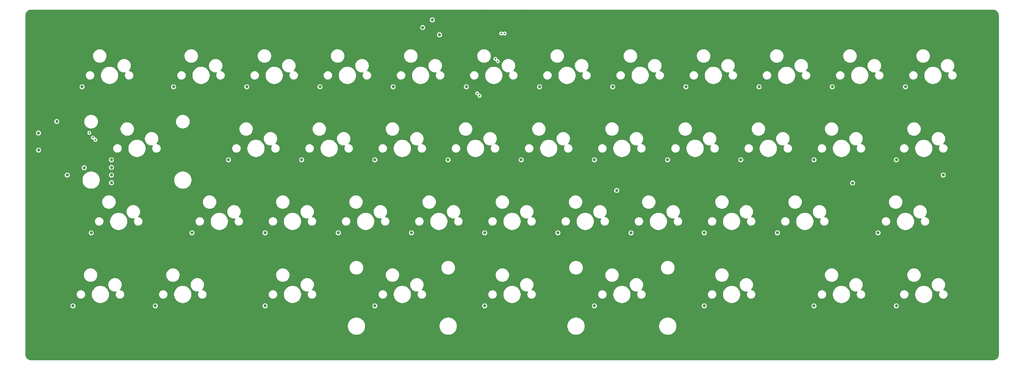
<source format=gbr>
%TF.GenerationSoftware,KiCad,Pcbnew,9.99.0-5522-g400384cf72*%
%TF.CreationDate,2026-02-12T00:01:38-08:00*%
%TF.ProjectId,amb-kb,616d622d-6b62-42e6-9b69-6361645f7063,rev?*%
%TF.SameCoordinates,Original*%
%TF.FileFunction,Copper,L2,Inr*%
%TF.FilePolarity,Positive*%
%FSLAX46Y46*%
G04 Gerber Fmt 4.6, Leading zero omitted, Abs format (unit mm)*
G04 Created by KiCad (PCBNEW 9.99.0-5522-g400384cf72) date 2026-02-12 00:01:38*
%MOMM*%
%LPD*%
G01*
G04 APERTURE LIST*
%TA.AperFunction,ComponentPad*%
%ADD10C,3.500000*%
%TD*%
%TA.AperFunction,ViaPad*%
%ADD11C,0.800000*%
%TD*%
%TA.AperFunction,ViaPad*%
%ADD12C,0.500000*%
%TD*%
%TA.AperFunction,ViaPad*%
%ADD13C,0.400000*%
%TD*%
G04 APERTURE END LIST*
D10*
%TO.N,GND*%
%TO.C,MH2*%
X221300076Y-126949711D03*
%TD*%
%TO.N,GND*%
%TO.C,MH1*%
X77631260Y-126949711D03*
%TD*%
%TO.N,GND*%
%TO.C,MH4*%
X70563736Y-80023469D03*
%TD*%
%TO.N,GND*%
%TO.C,MH3*%
X245669792Y-80023469D03*
%TD*%
D11*
%TO.N,/Keyboard Matrix/R1*%
X227945834Y-91818451D03*
X249377084Y-91818451D03*
X113645834Y-91818451D03*
X75545834Y-91818451D03*
X170795834Y-91818451D03*
X151745834Y-91818451D03*
X189845834Y-91818451D03*
X132695834Y-91818451D03*
X208895834Y-91818451D03*
X94595834Y-91818451D03*
X45089584Y-91818451D03*
%TO.N,/Keyboard Matrix/R0*%
X232708334Y-72768451D03*
X175558334Y-72768451D03*
X156508334Y-72768451D03*
X251758334Y-72768451D03*
X194608334Y-72768451D03*
X137458334Y-72768451D03*
X61258334Y-72768451D03*
X213658334Y-72768451D03*
X37445834Y-72768451D03*
X80308334Y-72768451D03*
X99358334Y-72768451D03*
X118408334Y-72768451D03*
%TO.N,/Keyboard Matrix/R2*%
X104120834Y-110868451D03*
X218420834Y-110868451D03*
X123170834Y-110868451D03*
X180320834Y-110868451D03*
X244614584Y-110868451D03*
X142220834Y-110868451D03*
X39827084Y-110868451D03*
X161270834Y-110868451D03*
X85070834Y-110868451D03*
X199370834Y-110868451D03*
X66020834Y-110868451D03*
%TO.N,/Keyboard Matrix/C0*%
X261589584Y-95799701D03*
X45089584Y-93799701D03*
%TO.N,/Keyboard Matrix/R3*%
X56495834Y-129918451D03*
X227945834Y-129918451D03*
X249377084Y-129918451D03*
X85070834Y-129918451D03*
X33589584Y-95799701D03*
X170795834Y-129918451D03*
X199370834Y-129918451D03*
X113645834Y-129918451D03*
X142220834Y-129918451D03*
X35064584Y-129918451D03*
D12*
%TO.N,/STM32/MCU_D_N*%
X140907782Y-75117899D03*
X145657782Y-66117899D03*
X147433334Y-58864498D03*
X40907782Y-86617899D03*
%TO.N,/STM32/MCU_D_P*%
X146533334Y-58864498D03*
X40271386Y-85981503D03*
X145021386Y-65481503D03*
X140271386Y-74481503D03*
%TO.N,GND*%
X31842084Y-82252201D03*
D11*
X35314584Y-95024701D03*
X153339584Y-53049701D03*
X128589584Y-59299701D03*
X135839584Y-56524701D03*
D12*
X29089584Y-82955951D03*
D11*
X151339584Y-53049701D03*
X139839584Y-59549701D03*
X26114584Y-90824701D03*
X37359584Y-84069701D03*
D13*
X38589584Y-85549701D03*
X29289584Y-88399701D03*
D11*
X34589584Y-92549701D03*
X140589584Y-53049701D03*
X145183335Y-58705950D03*
X141589584Y-53049701D03*
D12*
X29589584Y-84069701D03*
D13*
X31589584Y-83599701D03*
D12*
X27339584Y-82299701D03*
D11*
X131339584Y-57299701D03*
X28839584Y-91049701D03*
X142589584Y-53049701D03*
X152339584Y-53049701D03*
D12*
X28839584Y-86049701D03*
D11*
%TO.N,/Keyboard Matrix/C4*%
X45089584Y-97799701D03*
X176589584Y-99799701D03*
%TO.N,/Keyboard Matrix/C1*%
X45089584Y-95799701D03*
X237988803Y-97856732D03*
%TO.N,/Power Supply/3V3*%
X128589584Y-55299701D03*
X26114584Y-89274701D03*
X126089584Y-57299701D03*
X38009898Y-93879387D03*
X130452084Y-59187201D03*
X26089584Y-84824701D03*
X30850834Y-81799701D03*
D12*
X39319584Y-84779701D03*
%TD*%
%TA.AperFunction,Conductor*%
%TO.N,GND*%
G36*
X274612480Y-52648415D02*
G01*
X274759601Y-52658937D01*
X274777111Y-52661455D01*
X274969368Y-52703278D01*
X275026016Y-52734211D01*
X275162301Y-52774228D01*
X275186786Y-52784370D01*
X275306728Y-52849863D01*
X275359477Y-52878666D01*
X275374360Y-52888231D01*
X275531868Y-53006140D01*
X275545239Y-53017726D01*
X275684368Y-53156855D01*
X275695954Y-53170225D01*
X275813867Y-53327738D01*
X275813869Y-53327740D01*
X275823432Y-53342621D01*
X275892727Y-53469526D01*
X275917725Y-53515305D01*
X275925075Y-53531399D01*
X275993836Y-53715756D01*
X275998820Y-53732731D01*
X276040643Y-53924987D01*
X276043161Y-53942498D01*
X276053684Y-54089618D01*
X276054000Y-54098465D01*
X276054000Y-142652541D01*
X276053684Y-142661388D01*
X276043161Y-142808508D01*
X276040643Y-142826019D01*
X275998820Y-143018275D01*
X275993836Y-143035250D01*
X275925075Y-143219607D01*
X275917725Y-143235701D01*
X275823434Y-143408382D01*
X275813869Y-143423266D01*
X275695954Y-143580781D01*
X275684368Y-143594151D01*
X275545239Y-143733280D01*
X275531868Y-143744866D01*
X275374360Y-143862775D01*
X275359477Y-143872340D01*
X275186793Y-143966633D01*
X275170699Y-143973983D01*
X274986342Y-144042744D01*
X274969367Y-144047728D01*
X274777111Y-144089551D01*
X274759600Y-144092069D01*
X274623634Y-144101794D01*
X274612479Y-144102592D01*
X274603634Y-144102908D01*
X24124450Y-144102908D01*
X24115604Y-144102592D01*
X24103584Y-144101732D01*
X23968482Y-144092069D01*
X23950971Y-144089551D01*
X23758715Y-144047728D01*
X23741740Y-144042744D01*
X23557379Y-143973981D01*
X23541294Y-143966635D01*
X23368607Y-143872341D01*
X23353724Y-143862777D01*
X23353721Y-143862775D01*
X23196209Y-143744862D01*
X23182839Y-143733276D01*
X23043710Y-143594147D01*
X23032124Y-143580776D01*
X22914215Y-143423268D01*
X22904650Y-143408385D01*
X22810352Y-143235690D01*
X22803012Y-143219618D01*
X22734243Y-143035241D01*
X22729264Y-143018282D01*
X22687439Y-142826019D01*
X22684921Y-142808506D01*
X22674400Y-142661387D01*
X22674084Y-142652542D01*
X22674084Y-135057601D01*
X106607184Y-135057601D01*
X106607184Y-135351800D01*
X106607185Y-135351817D01*
X106645585Y-135643497D01*
X106721736Y-135927695D01*
X106834318Y-136199495D01*
X106834326Y-136199511D01*
X106981424Y-136454290D01*
X106981435Y-136454306D01*
X107160532Y-136687710D01*
X107160538Y-136687717D01*
X107368567Y-136895746D01*
X107368573Y-136895751D01*
X107601987Y-137074856D01*
X107601994Y-137074860D01*
X107856773Y-137221958D01*
X107856789Y-137221966D01*
X108128589Y-137334548D01*
X108128591Y-137334548D01*
X108128597Y-137334551D01*
X108412784Y-137410699D01*
X108704478Y-137449101D01*
X108704485Y-137449101D01*
X108998683Y-137449101D01*
X108998690Y-137449101D01*
X109290384Y-137410699D01*
X109574571Y-137334551D01*
X109647902Y-137304176D01*
X109846378Y-137221966D01*
X109846381Y-137221964D01*
X109846387Y-137221962D01*
X110101181Y-137074856D01*
X110334595Y-136895751D01*
X110542634Y-136687712D01*
X110721739Y-136454298D01*
X110868845Y-136199504D01*
X110981434Y-135927688D01*
X111057582Y-135643501D01*
X111095984Y-135351807D01*
X111095984Y-135057601D01*
X130483184Y-135057601D01*
X130483184Y-135351800D01*
X130483185Y-135351817D01*
X130521585Y-135643497D01*
X130597736Y-135927695D01*
X130710318Y-136199495D01*
X130710326Y-136199511D01*
X130857424Y-136454290D01*
X130857435Y-136454306D01*
X131036532Y-136687710D01*
X131036538Y-136687717D01*
X131244567Y-136895746D01*
X131244573Y-136895751D01*
X131477987Y-137074856D01*
X131477994Y-137074860D01*
X131732773Y-137221958D01*
X131732789Y-137221966D01*
X132004589Y-137334548D01*
X132004591Y-137334548D01*
X132004597Y-137334551D01*
X132288784Y-137410699D01*
X132580478Y-137449101D01*
X132580485Y-137449101D01*
X132874683Y-137449101D01*
X132874690Y-137449101D01*
X133166384Y-137410699D01*
X133450571Y-137334551D01*
X133523902Y-137304176D01*
X133722378Y-137221966D01*
X133722381Y-137221964D01*
X133722387Y-137221962D01*
X133977181Y-137074856D01*
X134210595Y-136895751D01*
X134418634Y-136687712D01*
X134597739Y-136454298D01*
X134744845Y-136199504D01*
X134857434Y-135927688D01*
X134933582Y-135643501D01*
X134971984Y-135351807D01*
X134971984Y-135057601D01*
X163757184Y-135057601D01*
X163757184Y-135351800D01*
X163757185Y-135351817D01*
X163795585Y-135643497D01*
X163871736Y-135927695D01*
X163984318Y-136199495D01*
X163984326Y-136199511D01*
X164131424Y-136454290D01*
X164131435Y-136454306D01*
X164310532Y-136687710D01*
X164310538Y-136687717D01*
X164518567Y-136895746D01*
X164518573Y-136895751D01*
X164751987Y-137074856D01*
X164751994Y-137074860D01*
X165006773Y-137221958D01*
X165006789Y-137221966D01*
X165278589Y-137334548D01*
X165278591Y-137334548D01*
X165278597Y-137334551D01*
X165562784Y-137410699D01*
X165854478Y-137449101D01*
X165854485Y-137449101D01*
X166148683Y-137449101D01*
X166148690Y-137449101D01*
X166440384Y-137410699D01*
X166724571Y-137334551D01*
X166797902Y-137304176D01*
X166996378Y-137221966D01*
X166996381Y-137221964D01*
X166996387Y-137221962D01*
X167251181Y-137074856D01*
X167484595Y-136895751D01*
X167692634Y-136687712D01*
X167871739Y-136454298D01*
X168018845Y-136199504D01*
X168131434Y-135927688D01*
X168207582Y-135643501D01*
X168245984Y-135351807D01*
X168245984Y-135057601D01*
X187633184Y-135057601D01*
X187633184Y-135351800D01*
X187633185Y-135351817D01*
X187671585Y-135643497D01*
X187747736Y-135927695D01*
X187860318Y-136199495D01*
X187860326Y-136199511D01*
X188007424Y-136454290D01*
X188007435Y-136454306D01*
X188186532Y-136687710D01*
X188186538Y-136687717D01*
X188394567Y-136895746D01*
X188394573Y-136895751D01*
X188627987Y-137074856D01*
X188627994Y-137074860D01*
X188882773Y-137221958D01*
X188882789Y-137221966D01*
X189154589Y-137334548D01*
X189154591Y-137334548D01*
X189154597Y-137334551D01*
X189438784Y-137410699D01*
X189730478Y-137449101D01*
X189730485Y-137449101D01*
X190024683Y-137449101D01*
X190024690Y-137449101D01*
X190316384Y-137410699D01*
X190600571Y-137334551D01*
X190673902Y-137304176D01*
X190872378Y-137221966D01*
X190872381Y-137221964D01*
X190872387Y-137221962D01*
X191127181Y-137074856D01*
X191360595Y-136895751D01*
X191568634Y-136687712D01*
X191747739Y-136454298D01*
X191894845Y-136199504D01*
X192007434Y-135927688D01*
X192083582Y-135643501D01*
X192121984Y-135351807D01*
X192121984Y-135057595D01*
X192083582Y-134765901D01*
X192007434Y-134481714D01*
X192007431Y-134481706D01*
X191894849Y-134209906D01*
X191894841Y-134209890D01*
X191747743Y-133955111D01*
X191747739Y-133955104D01*
X191568634Y-133721690D01*
X191568629Y-133721684D01*
X191360600Y-133513655D01*
X191360593Y-133513649D01*
X191127189Y-133334552D01*
X191127187Y-133334550D01*
X191127181Y-133334546D01*
X191127176Y-133334543D01*
X191127173Y-133334541D01*
X190872394Y-133187443D01*
X190872378Y-133187435D01*
X190600578Y-133074853D01*
X190316380Y-132998702D01*
X190024700Y-132960302D01*
X190024695Y-132960301D01*
X190024690Y-132960301D01*
X189730478Y-132960301D01*
X189730472Y-132960301D01*
X189730467Y-132960302D01*
X189438787Y-132998702D01*
X189154589Y-133074853D01*
X188882789Y-133187435D01*
X188882773Y-133187443D01*
X188627994Y-133334541D01*
X188627978Y-133334552D01*
X188394574Y-133513649D01*
X188394567Y-133513655D01*
X188186538Y-133721684D01*
X188186532Y-133721691D01*
X188007435Y-133955095D01*
X188007424Y-133955111D01*
X187860326Y-134209890D01*
X187860318Y-134209906D01*
X187747736Y-134481706D01*
X187671585Y-134765904D01*
X187633185Y-135057584D01*
X187633184Y-135057601D01*
X168245984Y-135057601D01*
X168245984Y-135057595D01*
X168207582Y-134765901D01*
X168131434Y-134481714D01*
X168131431Y-134481706D01*
X168018849Y-134209906D01*
X168018841Y-134209890D01*
X167871743Y-133955111D01*
X167871739Y-133955104D01*
X167692634Y-133721690D01*
X167692629Y-133721684D01*
X167484600Y-133513655D01*
X167484593Y-133513649D01*
X167251189Y-133334552D01*
X167251187Y-133334550D01*
X167251181Y-133334546D01*
X167251176Y-133334543D01*
X167251173Y-133334541D01*
X166996394Y-133187443D01*
X166996378Y-133187435D01*
X166724578Y-133074853D01*
X166440380Y-132998702D01*
X166148700Y-132960302D01*
X166148695Y-132960301D01*
X166148690Y-132960301D01*
X165854478Y-132960301D01*
X165854472Y-132960301D01*
X165854467Y-132960302D01*
X165562787Y-132998702D01*
X165278589Y-133074853D01*
X165006789Y-133187435D01*
X165006773Y-133187443D01*
X164751994Y-133334541D01*
X164751978Y-133334552D01*
X164518574Y-133513649D01*
X164518567Y-133513655D01*
X164310538Y-133721684D01*
X164310532Y-133721691D01*
X164131435Y-133955095D01*
X164131424Y-133955111D01*
X163984326Y-134209890D01*
X163984318Y-134209906D01*
X163871736Y-134481706D01*
X163795585Y-134765904D01*
X163757185Y-135057584D01*
X163757184Y-135057601D01*
X134971984Y-135057601D01*
X134971984Y-135057595D01*
X134933582Y-134765901D01*
X134857434Y-134481714D01*
X134857431Y-134481706D01*
X134744849Y-134209906D01*
X134744841Y-134209890D01*
X134597743Y-133955111D01*
X134597739Y-133955104D01*
X134418634Y-133721690D01*
X134418629Y-133721684D01*
X134210600Y-133513655D01*
X134210593Y-133513649D01*
X133977189Y-133334552D01*
X133977187Y-133334550D01*
X133977181Y-133334546D01*
X133977176Y-133334543D01*
X133977173Y-133334541D01*
X133722394Y-133187443D01*
X133722378Y-133187435D01*
X133450578Y-133074853D01*
X133166380Y-132998702D01*
X132874700Y-132960302D01*
X132874695Y-132960301D01*
X132874690Y-132960301D01*
X132580478Y-132960301D01*
X132580472Y-132960301D01*
X132580467Y-132960302D01*
X132288787Y-132998702D01*
X132004589Y-133074853D01*
X131732789Y-133187435D01*
X131732773Y-133187443D01*
X131477994Y-133334541D01*
X131477978Y-133334552D01*
X131244574Y-133513649D01*
X131244567Y-133513655D01*
X131036538Y-133721684D01*
X131036532Y-133721691D01*
X130857435Y-133955095D01*
X130857424Y-133955111D01*
X130710326Y-134209890D01*
X130710318Y-134209906D01*
X130597736Y-134481706D01*
X130521585Y-134765904D01*
X130483185Y-135057584D01*
X130483184Y-135057601D01*
X111095984Y-135057601D01*
X111095984Y-135057595D01*
X111057582Y-134765901D01*
X110981434Y-134481714D01*
X110981431Y-134481706D01*
X110868849Y-134209906D01*
X110868841Y-134209890D01*
X110721743Y-133955111D01*
X110721739Y-133955104D01*
X110542634Y-133721690D01*
X110542629Y-133721684D01*
X110334600Y-133513655D01*
X110334593Y-133513649D01*
X110101189Y-133334552D01*
X110101187Y-133334550D01*
X110101181Y-133334546D01*
X110101176Y-133334543D01*
X110101173Y-133334541D01*
X109846394Y-133187443D01*
X109846378Y-133187435D01*
X109574578Y-133074853D01*
X109290380Y-132998702D01*
X108998700Y-132960302D01*
X108998695Y-132960301D01*
X108998690Y-132960301D01*
X108704478Y-132960301D01*
X108704472Y-132960301D01*
X108704467Y-132960302D01*
X108412787Y-132998702D01*
X108128589Y-133074853D01*
X107856789Y-133187435D01*
X107856773Y-133187443D01*
X107601994Y-133334541D01*
X107601978Y-133334552D01*
X107368574Y-133513649D01*
X107368567Y-133513655D01*
X107160538Y-133721684D01*
X107160532Y-133721691D01*
X106981435Y-133955095D01*
X106981424Y-133955111D01*
X106834326Y-134209890D01*
X106834318Y-134209906D01*
X106721736Y-134481706D01*
X106645585Y-134765904D01*
X106607185Y-135057584D01*
X106607184Y-135057601D01*
X22674084Y-135057601D01*
X22674084Y-129982522D01*
X34414083Y-129982522D01*
X34439081Y-130108189D01*
X34439083Y-130108195D01*
X34488117Y-130226575D01*
X34488122Y-130226584D01*
X34559307Y-130333119D01*
X34559310Y-130333123D01*
X34649911Y-130423724D01*
X34649915Y-130423727D01*
X34756450Y-130494912D01*
X34756456Y-130494915D01*
X34756457Y-130494916D01*
X34874840Y-130543952D01*
X34874844Y-130543952D01*
X34874845Y-130543953D01*
X35000512Y-130568951D01*
X35000515Y-130568951D01*
X35128655Y-130568951D01*
X35213199Y-130552133D01*
X35254328Y-130543952D01*
X35372711Y-130494916D01*
X35479253Y-130423727D01*
X35569860Y-130333120D01*
X35641049Y-130226578D01*
X35690085Y-130108195D01*
X35715084Y-129982522D01*
X55845333Y-129982522D01*
X55870331Y-130108189D01*
X55870333Y-130108195D01*
X55919367Y-130226575D01*
X55919372Y-130226584D01*
X55990557Y-130333119D01*
X55990560Y-130333123D01*
X56081161Y-130423724D01*
X56081165Y-130423727D01*
X56187700Y-130494912D01*
X56187706Y-130494915D01*
X56187707Y-130494916D01*
X56306090Y-130543952D01*
X56306094Y-130543952D01*
X56306095Y-130543953D01*
X56431762Y-130568951D01*
X56431765Y-130568951D01*
X56559905Y-130568951D01*
X56644449Y-130552133D01*
X56685578Y-130543952D01*
X56803961Y-130494916D01*
X56910503Y-130423727D01*
X57001110Y-130333120D01*
X57072299Y-130226578D01*
X57121335Y-130108195D01*
X57146334Y-129982522D01*
X84420333Y-129982522D01*
X84445331Y-130108189D01*
X84445333Y-130108195D01*
X84494367Y-130226575D01*
X84494372Y-130226584D01*
X84565557Y-130333119D01*
X84565560Y-130333123D01*
X84656161Y-130423724D01*
X84656165Y-130423727D01*
X84762700Y-130494912D01*
X84762706Y-130494915D01*
X84762707Y-130494916D01*
X84881090Y-130543952D01*
X84881094Y-130543952D01*
X84881095Y-130543953D01*
X85006762Y-130568951D01*
X85006765Y-130568951D01*
X85134905Y-130568951D01*
X85219449Y-130552133D01*
X85260578Y-130543952D01*
X85378961Y-130494916D01*
X85485503Y-130423727D01*
X85576110Y-130333120D01*
X85647299Y-130226578D01*
X85696335Y-130108195D01*
X85721334Y-129982522D01*
X112995333Y-129982522D01*
X113020331Y-130108189D01*
X113020333Y-130108195D01*
X113069367Y-130226575D01*
X113069372Y-130226584D01*
X113140557Y-130333119D01*
X113140560Y-130333123D01*
X113231161Y-130423724D01*
X113231165Y-130423727D01*
X113337700Y-130494912D01*
X113337706Y-130494915D01*
X113337707Y-130494916D01*
X113456090Y-130543952D01*
X113456094Y-130543952D01*
X113456095Y-130543953D01*
X113581762Y-130568951D01*
X113581765Y-130568951D01*
X113709905Y-130568951D01*
X113794449Y-130552133D01*
X113835578Y-130543952D01*
X113953961Y-130494916D01*
X114060503Y-130423727D01*
X114151110Y-130333120D01*
X114222299Y-130226578D01*
X114271335Y-130108195D01*
X114296334Y-129982522D01*
X141570333Y-129982522D01*
X141595331Y-130108189D01*
X141595333Y-130108195D01*
X141644367Y-130226575D01*
X141644372Y-130226584D01*
X141715557Y-130333119D01*
X141715560Y-130333123D01*
X141806161Y-130423724D01*
X141806165Y-130423727D01*
X141912700Y-130494912D01*
X141912706Y-130494915D01*
X141912707Y-130494916D01*
X142031090Y-130543952D01*
X142031094Y-130543952D01*
X142031095Y-130543953D01*
X142156762Y-130568951D01*
X142156765Y-130568951D01*
X142284905Y-130568951D01*
X142369449Y-130552133D01*
X142410578Y-130543952D01*
X142528961Y-130494916D01*
X142635503Y-130423727D01*
X142726110Y-130333120D01*
X142797299Y-130226578D01*
X142846335Y-130108195D01*
X142871334Y-129982522D01*
X170145333Y-129982522D01*
X170170331Y-130108189D01*
X170170333Y-130108195D01*
X170219367Y-130226575D01*
X170219372Y-130226584D01*
X170290557Y-130333119D01*
X170290560Y-130333123D01*
X170381161Y-130423724D01*
X170381165Y-130423727D01*
X170487700Y-130494912D01*
X170487706Y-130494915D01*
X170487707Y-130494916D01*
X170606090Y-130543952D01*
X170606094Y-130543952D01*
X170606095Y-130543953D01*
X170731762Y-130568951D01*
X170731765Y-130568951D01*
X170859905Y-130568951D01*
X170944449Y-130552133D01*
X170985578Y-130543952D01*
X171103961Y-130494916D01*
X171210503Y-130423727D01*
X171301110Y-130333120D01*
X171372299Y-130226578D01*
X171421335Y-130108195D01*
X171446334Y-129982522D01*
X198720333Y-129982522D01*
X198745331Y-130108189D01*
X198745333Y-130108195D01*
X198794367Y-130226575D01*
X198794372Y-130226584D01*
X198865557Y-130333119D01*
X198865560Y-130333123D01*
X198956161Y-130423724D01*
X198956165Y-130423727D01*
X199062700Y-130494912D01*
X199062706Y-130494915D01*
X199062707Y-130494916D01*
X199181090Y-130543952D01*
X199181094Y-130543952D01*
X199181095Y-130543953D01*
X199306762Y-130568951D01*
X199306765Y-130568951D01*
X199434905Y-130568951D01*
X199519449Y-130552133D01*
X199560578Y-130543952D01*
X199678961Y-130494916D01*
X199785503Y-130423727D01*
X199876110Y-130333120D01*
X199947299Y-130226578D01*
X199996335Y-130108195D01*
X200021334Y-129982522D01*
X227295333Y-129982522D01*
X227320331Y-130108189D01*
X227320333Y-130108195D01*
X227369367Y-130226575D01*
X227369372Y-130226584D01*
X227440557Y-130333119D01*
X227440560Y-130333123D01*
X227531161Y-130423724D01*
X227531165Y-130423727D01*
X227637700Y-130494912D01*
X227637706Y-130494915D01*
X227637707Y-130494916D01*
X227756090Y-130543952D01*
X227756094Y-130543952D01*
X227756095Y-130543953D01*
X227881762Y-130568951D01*
X227881765Y-130568951D01*
X228009905Y-130568951D01*
X228094449Y-130552133D01*
X228135578Y-130543952D01*
X228253961Y-130494916D01*
X228360503Y-130423727D01*
X228451110Y-130333120D01*
X228522299Y-130226578D01*
X228571335Y-130108195D01*
X228596334Y-129982522D01*
X248726583Y-129982522D01*
X248751581Y-130108189D01*
X248751583Y-130108195D01*
X248800617Y-130226575D01*
X248800622Y-130226584D01*
X248871807Y-130333119D01*
X248871810Y-130333123D01*
X248962411Y-130423724D01*
X248962415Y-130423727D01*
X249068950Y-130494912D01*
X249068956Y-130494915D01*
X249068957Y-130494916D01*
X249187340Y-130543952D01*
X249187344Y-130543952D01*
X249187345Y-130543953D01*
X249313012Y-130568951D01*
X249313015Y-130568951D01*
X249441155Y-130568951D01*
X249525699Y-130552133D01*
X249566828Y-130543952D01*
X249685211Y-130494916D01*
X249791753Y-130423727D01*
X249882360Y-130333120D01*
X249953549Y-130226578D01*
X250002585Y-130108195D01*
X250027584Y-129982520D01*
X250027584Y-129854382D01*
X250027584Y-129854379D01*
X250002586Y-129728712D01*
X250002585Y-129728711D01*
X250002585Y-129728707D01*
X249953549Y-129610324D01*
X249953548Y-129610323D01*
X249953545Y-129610317D01*
X249882360Y-129503782D01*
X249882357Y-129503778D01*
X249791756Y-129413177D01*
X249791752Y-129413174D01*
X249685217Y-129341989D01*
X249685208Y-129341984D01*
X249566828Y-129292950D01*
X249566822Y-129292948D01*
X249441155Y-129267951D01*
X249441153Y-129267951D01*
X249313015Y-129267951D01*
X249313013Y-129267951D01*
X249187345Y-129292948D01*
X249187339Y-129292950D01*
X249068959Y-129341984D01*
X249068950Y-129341989D01*
X248962415Y-129413174D01*
X248962411Y-129413177D01*
X248871810Y-129503778D01*
X248871807Y-129503782D01*
X248800622Y-129610317D01*
X248800617Y-129610326D01*
X248751583Y-129728706D01*
X248751581Y-129728712D01*
X248726584Y-129854379D01*
X248726584Y-129854382D01*
X248726584Y-129982520D01*
X248726584Y-129982522D01*
X248726583Y-129982522D01*
X228596334Y-129982522D01*
X228596334Y-129982520D01*
X228596334Y-129854382D01*
X228596334Y-129854379D01*
X228571336Y-129728712D01*
X228571335Y-129728711D01*
X228571335Y-129728707D01*
X228522299Y-129610324D01*
X228522298Y-129610323D01*
X228522295Y-129610317D01*
X228451110Y-129503782D01*
X228451107Y-129503778D01*
X228360506Y-129413177D01*
X228360502Y-129413174D01*
X228253967Y-129341989D01*
X228253958Y-129341984D01*
X228135578Y-129292950D01*
X228135572Y-129292948D01*
X228009905Y-129267951D01*
X228009903Y-129267951D01*
X227881765Y-129267951D01*
X227881763Y-129267951D01*
X227756095Y-129292948D01*
X227756089Y-129292950D01*
X227637709Y-129341984D01*
X227637700Y-129341989D01*
X227531165Y-129413174D01*
X227531161Y-129413177D01*
X227440560Y-129503778D01*
X227440557Y-129503782D01*
X227369372Y-129610317D01*
X227369367Y-129610326D01*
X227320333Y-129728706D01*
X227320331Y-129728712D01*
X227295334Y-129854379D01*
X227295334Y-129854382D01*
X227295334Y-129982520D01*
X227295334Y-129982522D01*
X227295333Y-129982522D01*
X200021334Y-129982522D01*
X200021334Y-129982520D01*
X200021334Y-129854382D01*
X200021334Y-129854379D01*
X199996336Y-129728712D01*
X199996335Y-129728711D01*
X199996335Y-129728707D01*
X199947299Y-129610324D01*
X199947298Y-129610323D01*
X199947295Y-129610317D01*
X199876110Y-129503782D01*
X199876107Y-129503778D01*
X199785506Y-129413177D01*
X199785502Y-129413174D01*
X199678967Y-129341989D01*
X199678958Y-129341984D01*
X199560578Y-129292950D01*
X199560572Y-129292948D01*
X199434905Y-129267951D01*
X199434903Y-129267951D01*
X199306765Y-129267951D01*
X199306763Y-129267951D01*
X199181095Y-129292948D01*
X199181089Y-129292950D01*
X199062709Y-129341984D01*
X199062700Y-129341989D01*
X198956165Y-129413174D01*
X198956161Y-129413177D01*
X198865560Y-129503778D01*
X198865557Y-129503782D01*
X198794372Y-129610317D01*
X198794367Y-129610326D01*
X198745333Y-129728706D01*
X198745331Y-129728712D01*
X198720334Y-129854379D01*
X198720334Y-129854382D01*
X198720334Y-129982520D01*
X198720334Y-129982522D01*
X198720333Y-129982522D01*
X171446334Y-129982522D01*
X171446334Y-129982520D01*
X171446334Y-129854382D01*
X171446334Y-129854379D01*
X171421336Y-129728712D01*
X171421335Y-129728711D01*
X171421335Y-129728707D01*
X171372299Y-129610324D01*
X171372298Y-129610323D01*
X171372295Y-129610317D01*
X171301110Y-129503782D01*
X171301107Y-129503778D01*
X171210506Y-129413177D01*
X171210502Y-129413174D01*
X171103967Y-129341989D01*
X171103958Y-129341984D01*
X170985578Y-129292950D01*
X170985572Y-129292948D01*
X170859905Y-129267951D01*
X170859903Y-129267951D01*
X170731765Y-129267951D01*
X170731763Y-129267951D01*
X170606095Y-129292948D01*
X170606089Y-129292950D01*
X170487709Y-129341984D01*
X170487700Y-129341989D01*
X170381165Y-129413174D01*
X170381161Y-129413177D01*
X170290560Y-129503778D01*
X170290557Y-129503782D01*
X170219372Y-129610317D01*
X170219367Y-129610326D01*
X170170333Y-129728706D01*
X170170331Y-129728712D01*
X170145334Y-129854379D01*
X170145334Y-129854382D01*
X170145334Y-129982520D01*
X170145334Y-129982522D01*
X170145333Y-129982522D01*
X142871334Y-129982522D01*
X142871334Y-129982520D01*
X142871334Y-129854382D01*
X142871334Y-129854379D01*
X142846336Y-129728712D01*
X142846335Y-129728711D01*
X142846335Y-129728707D01*
X142797299Y-129610324D01*
X142797298Y-129610323D01*
X142797295Y-129610317D01*
X142726110Y-129503782D01*
X142726107Y-129503778D01*
X142635506Y-129413177D01*
X142635502Y-129413174D01*
X142528967Y-129341989D01*
X142528958Y-129341984D01*
X142410578Y-129292950D01*
X142410572Y-129292948D01*
X142284905Y-129267951D01*
X142284903Y-129267951D01*
X142156765Y-129267951D01*
X142156763Y-129267951D01*
X142031095Y-129292948D01*
X142031089Y-129292950D01*
X141912709Y-129341984D01*
X141912700Y-129341989D01*
X141806165Y-129413174D01*
X141806161Y-129413177D01*
X141715560Y-129503778D01*
X141715557Y-129503782D01*
X141644372Y-129610317D01*
X141644367Y-129610326D01*
X141595333Y-129728706D01*
X141595331Y-129728712D01*
X141570334Y-129854379D01*
X141570334Y-129854382D01*
X141570334Y-129982520D01*
X141570334Y-129982522D01*
X141570333Y-129982522D01*
X114296334Y-129982522D01*
X114296334Y-129982520D01*
X114296334Y-129854382D01*
X114296334Y-129854379D01*
X114271336Y-129728712D01*
X114271335Y-129728711D01*
X114271335Y-129728707D01*
X114222299Y-129610324D01*
X114222298Y-129610323D01*
X114222295Y-129610317D01*
X114151110Y-129503782D01*
X114151107Y-129503778D01*
X114060506Y-129413177D01*
X114060502Y-129413174D01*
X113953967Y-129341989D01*
X113953958Y-129341984D01*
X113835578Y-129292950D01*
X113835572Y-129292948D01*
X113709905Y-129267951D01*
X113709903Y-129267951D01*
X113581765Y-129267951D01*
X113581763Y-129267951D01*
X113456095Y-129292948D01*
X113456089Y-129292950D01*
X113337709Y-129341984D01*
X113337700Y-129341989D01*
X113231165Y-129413174D01*
X113231161Y-129413177D01*
X113140560Y-129503778D01*
X113140557Y-129503782D01*
X113069372Y-129610317D01*
X113069367Y-129610326D01*
X113020333Y-129728706D01*
X113020331Y-129728712D01*
X112995334Y-129854379D01*
X112995334Y-129854382D01*
X112995334Y-129982520D01*
X112995334Y-129982522D01*
X112995333Y-129982522D01*
X85721334Y-129982522D01*
X85721334Y-129982520D01*
X85721334Y-129854382D01*
X85721334Y-129854379D01*
X85696336Y-129728712D01*
X85696335Y-129728711D01*
X85696335Y-129728707D01*
X85647299Y-129610324D01*
X85647298Y-129610323D01*
X85647295Y-129610317D01*
X85576110Y-129503782D01*
X85576107Y-129503778D01*
X85485506Y-129413177D01*
X85485502Y-129413174D01*
X85378967Y-129341989D01*
X85378958Y-129341984D01*
X85260578Y-129292950D01*
X85260572Y-129292948D01*
X85134905Y-129267951D01*
X85134903Y-129267951D01*
X85006765Y-129267951D01*
X85006763Y-129267951D01*
X84881095Y-129292948D01*
X84881089Y-129292950D01*
X84762709Y-129341984D01*
X84762700Y-129341989D01*
X84656165Y-129413174D01*
X84656161Y-129413177D01*
X84565560Y-129503778D01*
X84565557Y-129503782D01*
X84494372Y-129610317D01*
X84494367Y-129610326D01*
X84445333Y-129728706D01*
X84445331Y-129728712D01*
X84420334Y-129854379D01*
X84420334Y-129854382D01*
X84420334Y-129982520D01*
X84420334Y-129982522D01*
X84420333Y-129982522D01*
X57146334Y-129982522D01*
X57146334Y-129982520D01*
X57146334Y-129854382D01*
X57146334Y-129854379D01*
X57121336Y-129728712D01*
X57121335Y-129728711D01*
X57121335Y-129728707D01*
X57072299Y-129610324D01*
X57072298Y-129610323D01*
X57072295Y-129610317D01*
X57001110Y-129503782D01*
X57001107Y-129503778D01*
X56910506Y-129413177D01*
X56910502Y-129413174D01*
X56803967Y-129341989D01*
X56803958Y-129341984D01*
X56685578Y-129292950D01*
X56685572Y-129292948D01*
X56559905Y-129267951D01*
X56559903Y-129267951D01*
X56431765Y-129267951D01*
X56431763Y-129267951D01*
X56306095Y-129292948D01*
X56306089Y-129292950D01*
X56187709Y-129341984D01*
X56187700Y-129341989D01*
X56081165Y-129413174D01*
X56081161Y-129413177D01*
X55990560Y-129503778D01*
X55990557Y-129503782D01*
X55919372Y-129610317D01*
X55919367Y-129610326D01*
X55870333Y-129728706D01*
X55870331Y-129728712D01*
X55845334Y-129854379D01*
X55845334Y-129854382D01*
X55845334Y-129982520D01*
X55845334Y-129982522D01*
X55845333Y-129982522D01*
X35715084Y-129982522D01*
X35715084Y-129982520D01*
X35715084Y-129854382D01*
X35715084Y-129854379D01*
X35690086Y-129728712D01*
X35690085Y-129728711D01*
X35690085Y-129728707D01*
X35641049Y-129610324D01*
X35641048Y-129610323D01*
X35641045Y-129610317D01*
X35569860Y-129503782D01*
X35569857Y-129503778D01*
X35479256Y-129413177D01*
X35479252Y-129413174D01*
X35372717Y-129341989D01*
X35372708Y-129341984D01*
X35254328Y-129292950D01*
X35254322Y-129292948D01*
X35128655Y-129267951D01*
X35128653Y-129267951D01*
X35000515Y-129267951D01*
X35000513Y-129267951D01*
X34874845Y-129292948D01*
X34874839Y-129292950D01*
X34756459Y-129341984D01*
X34756450Y-129341989D01*
X34649915Y-129413174D01*
X34649911Y-129413177D01*
X34559310Y-129503778D01*
X34559307Y-129503782D01*
X34488122Y-129610317D01*
X34488117Y-129610326D01*
X34439083Y-129728706D01*
X34439081Y-129728712D01*
X34414084Y-129854379D01*
X34414084Y-129854382D01*
X34414084Y-129982520D01*
X34414084Y-129982522D01*
X34414083Y-129982522D01*
X22674084Y-129982522D01*
X22674084Y-126863013D01*
X36026934Y-126863013D01*
X36026934Y-127036388D01*
X36054054Y-127207614D01*
X36107624Y-127372489D01*
X36107625Y-127372492D01*
X36186332Y-127526961D01*
X36288233Y-127667215D01*
X36410820Y-127789802D01*
X36551074Y-127891703D01*
X36626836Y-127930305D01*
X36705542Y-127970409D01*
X36705545Y-127970410D01*
X36787982Y-127997195D01*
X36870422Y-128023981D01*
X36949725Y-128036541D01*
X37041647Y-128051101D01*
X37041652Y-128051101D01*
X37215021Y-128051101D01*
X37298029Y-128037953D01*
X37386246Y-128023981D01*
X37551125Y-127970409D01*
X37705594Y-127891703D01*
X37845848Y-127789802D01*
X37968435Y-127667215D01*
X38070336Y-127526961D01*
X38149042Y-127372492D01*
X38202614Y-127207613D01*
X38220165Y-127096800D01*
X38229734Y-127036388D01*
X38229734Y-126863013D01*
X38222594Y-126817934D01*
X38220165Y-126802601D01*
X39963934Y-126802601D01*
X39963934Y-127096800D01*
X39963935Y-127096817D01*
X40002335Y-127388497D01*
X40078486Y-127672695D01*
X40191068Y-127944495D01*
X40191076Y-127944511D01*
X40338174Y-128199290D01*
X40338185Y-128199306D01*
X40517282Y-128432710D01*
X40517288Y-128432717D01*
X40725317Y-128640746D01*
X40725323Y-128640751D01*
X40958737Y-128819856D01*
X40958744Y-128819860D01*
X41213523Y-128966958D01*
X41213539Y-128966966D01*
X41485339Y-129079548D01*
X41485341Y-129079548D01*
X41485347Y-129079551D01*
X41769534Y-129155699D01*
X42061228Y-129194101D01*
X42061235Y-129194101D01*
X42355433Y-129194101D01*
X42355440Y-129194101D01*
X42647134Y-129155699D01*
X42931321Y-129079551D01*
X43004652Y-129049176D01*
X43203128Y-128966966D01*
X43203131Y-128966964D01*
X43203137Y-128966962D01*
X43457931Y-128819856D01*
X43691345Y-128640751D01*
X43899384Y-128432712D01*
X44078489Y-128199298D01*
X44225595Y-127944504D01*
X44338184Y-127672688D01*
X44414332Y-127388501D01*
X44452734Y-127096807D01*
X44452734Y-126802595D01*
X44414332Y-126510901D01*
X44338184Y-126226714D01*
X44310634Y-126160201D01*
X44225599Y-125954906D01*
X44225591Y-125954890D01*
X44078493Y-125700111D01*
X44078489Y-125700104D01*
X43899384Y-125466690D01*
X43899379Y-125466684D01*
X43691350Y-125258655D01*
X43691343Y-125258649D01*
X43457939Y-125079552D01*
X43457937Y-125079550D01*
X43457931Y-125079546D01*
X43457926Y-125079543D01*
X43457923Y-125079541D01*
X43203144Y-124932443D01*
X43203128Y-124932435D01*
X42931328Y-124819853D01*
X42677878Y-124751941D01*
X42647134Y-124743703D01*
X42647133Y-124743702D01*
X42647130Y-124743702D01*
X42355450Y-124705302D01*
X42355445Y-124705301D01*
X42355440Y-124705301D01*
X42061228Y-124705301D01*
X42061222Y-124705301D01*
X42061217Y-124705302D01*
X41769537Y-124743702D01*
X41485339Y-124819853D01*
X41213539Y-124932435D01*
X41213523Y-124932443D01*
X40958744Y-125079541D01*
X40958728Y-125079552D01*
X40725324Y-125258649D01*
X40725317Y-125258655D01*
X40517288Y-125466684D01*
X40517282Y-125466691D01*
X40338185Y-125700095D01*
X40338174Y-125700111D01*
X40191076Y-125954890D01*
X40191068Y-125954906D01*
X40078486Y-126226706D01*
X40002335Y-126510904D01*
X39963935Y-126802584D01*
X39963934Y-126802601D01*
X38220165Y-126802601D01*
X38212353Y-126753280D01*
X38202614Y-126691789D01*
X38149042Y-126526910D01*
X38149042Y-126526909D01*
X38070335Y-126372440D01*
X37968435Y-126232187D01*
X37845848Y-126109600D01*
X37705594Y-126007699D01*
X37657208Y-125983045D01*
X37551125Y-125928992D01*
X37551122Y-125928991D01*
X37386247Y-125875421D01*
X37215021Y-125848301D01*
X37215016Y-125848301D01*
X37041652Y-125848301D01*
X37041647Y-125848301D01*
X36870420Y-125875421D01*
X36705545Y-125928991D01*
X36705542Y-125928992D01*
X36551073Y-126007699D01*
X36519739Y-126030465D01*
X36410820Y-126109600D01*
X36410818Y-126109602D01*
X36410817Y-126109602D01*
X36288235Y-126232184D01*
X36288235Y-126232185D01*
X36288233Y-126232187D01*
X36261638Y-126268792D01*
X36186332Y-126372440D01*
X36107625Y-126526909D01*
X36107624Y-126526912D01*
X36054054Y-126691787D01*
X36026934Y-126863013D01*
X22674084Y-126863013D01*
X22674084Y-124294959D01*
X44267834Y-124294959D01*
X44267834Y-124524442D01*
X44291646Y-124705301D01*
X44297786Y-124751939D01*
X44346149Y-124932435D01*
X44357176Y-124973588D01*
X44444984Y-125185577D01*
X44444991Y-125185591D01*
X44559726Y-125384318D01*
X44699415Y-125566362D01*
X44699423Y-125566371D01*
X44861664Y-125728612D01*
X44861672Y-125728619D01*
X45043716Y-125868308D01*
X45043719Y-125868309D01*
X45043722Y-125868312D01*
X45242446Y-125983045D01*
X45242451Y-125983047D01*
X45242457Y-125983050D01*
X45333814Y-126020891D01*
X45454447Y-126070859D01*
X45676096Y-126130249D01*
X45903600Y-126160201D01*
X45903607Y-126160201D01*
X46133061Y-126160201D01*
X46133068Y-126160201D01*
X46253251Y-126144378D01*
X46322285Y-126155143D01*
X46374541Y-126201523D01*
X46393427Y-126268792D01*
X46372947Y-126335592D01*
X46369755Y-126340202D01*
X46346331Y-126372441D01*
X46267625Y-126526909D01*
X46267624Y-126526912D01*
X46214054Y-126691787D01*
X46186934Y-126863013D01*
X46186934Y-127036388D01*
X46214054Y-127207614D01*
X46267624Y-127372489D01*
X46267625Y-127372492D01*
X46346332Y-127526961D01*
X46448233Y-127667215D01*
X46570820Y-127789802D01*
X46711074Y-127891703D01*
X46786836Y-127930305D01*
X46865542Y-127970409D01*
X46865545Y-127970410D01*
X46947982Y-127997195D01*
X47030422Y-128023981D01*
X47109725Y-128036541D01*
X47201647Y-128051101D01*
X47201652Y-128051101D01*
X47375021Y-128051101D01*
X47458029Y-128037953D01*
X47546246Y-128023981D01*
X47711125Y-127970409D01*
X47865594Y-127891703D01*
X48005848Y-127789802D01*
X48128435Y-127667215D01*
X48230336Y-127526961D01*
X48309042Y-127372492D01*
X48362614Y-127207613D01*
X48380165Y-127096800D01*
X48389734Y-127036388D01*
X48389734Y-126863013D01*
X57458184Y-126863013D01*
X57458184Y-127036388D01*
X57485304Y-127207614D01*
X57538874Y-127372489D01*
X57538875Y-127372492D01*
X57617582Y-127526961D01*
X57719483Y-127667215D01*
X57842070Y-127789802D01*
X57982324Y-127891703D01*
X58058086Y-127930305D01*
X58136792Y-127970409D01*
X58136795Y-127970410D01*
X58219232Y-127997195D01*
X58301672Y-128023981D01*
X58380975Y-128036541D01*
X58472897Y-128051101D01*
X58472902Y-128051101D01*
X58646271Y-128051101D01*
X58729279Y-128037953D01*
X58817496Y-128023981D01*
X58982375Y-127970409D01*
X59136844Y-127891703D01*
X59277098Y-127789802D01*
X59399685Y-127667215D01*
X59501586Y-127526961D01*
X59580292Y-127372492D01*
X59633864Y-127207613D01*
X59651415Y-127096800D01*
X59660984Y-127036388D01*
X59660984Y-126863013D01*
X59653844Y-126817934D01*
X59651415Y-126802601D01*
X61395184Y-126802601D01*
X61395184Y-127096800D01*
X61395185Y-127096817D01*
X61433585Y-127388497D01*
X61509736Y-127672695D01*
X61622318Y-127944495D01*
X61622326Y-127944511D01*
X61769424Y-128199290D01*
X61769435Y-128199306D01*
X61948532Y-128432710D01*
X61948538Y-128432717D01*
X62156567Y-128640746D01*
X62156573Y-128640751D01*
X62389987Y-128819856D01*
X62389994Y-128819860D01*
X62644773Y-128966958D01*
X62644789Y-128966966D01*
X62916589Y-129079548D01*
X62916591Y-129079548D01*
X62916597Y-129079551D01*
X63200784Y-129155699D01*
X63492478Y-129194101D01*
X63492485Y-129194101D01*
X63786683Y-129194101D01*
X63786690Y-129194101D01*
X64078384Y-129155699D01*
X64362571Y-129079551D01*
X64435902Y-129049176D01*
X64634378Y-128966966D01*
X64634381Y-128966964D01*
X64634387Y-128966962D01*
X64889181Y-128819856D01*
X65122595Y-128640751D01*
X65330634Y-128432712D01*
X65509739Y-128199298D01*
X65656845Y-127944504D01*
X65769434Y-127672688D01*
X65845582Y-127388501D01*
X65883984Y-127096807D01*
X65883984Y-126802595D01*
X65845582Y-126510901D01*
X65769434Y-126226714D01*
X65741884Y-126160201D01*
X65656849Y-125954906D01*
X65656841Y-125954890D01*
X65509743Y-125700111D01*
X65509739Y-125700104D01*
X65330634Y-125466690D01*
X65330629Y-125466684D01*
X65122600Y-125258655D01*
X65122593Y-125258649D01*
X64889189Y-125079552D01*
X64889187Y-125079550D01*
X64889181Y-125079546D01*
X64889176Y-125079543D01*
X64889173Y-125079541D01*
X64634394Y-124932443D01*
X64634378Y-124932435D01*
X64362578Y-124819853D01*
X64109128Y-124751941D01*
X64078384Y-124743703D01*
X64078383Y-124743702D01*
X64078380Y-124743702D01*
X63786700Y-124705302D01*
X63786695Y-124705301D01*
X63786690Y-124705301D01*
X63492478Y-124705301D01*
X63492472Y-124705301D01*
X63492467Y-124705302D01*
X63200787Y-124743702D01*
X62916589Y-124819853D01*
X62644789Y-124932435D01*
X62644773Y-124932443D01*
X62389994Y-125079541D01*
X62389978Y-125079552D01*
X62156574Y-125258649D01*
X62156567Y-125258655D01*
X61948538Y-125466684D01*
X61948532Y-125466691D01*
X61769435Y-125700095D01*
X61769424Y-125700111D01*
X61622326Y-125954890D01*
X61622318Y-125954906D01*
X61509736Y-126226706D01*
X61433585Y-126510904D01*
X61395185Y-126802584D01*
X61395184Y-126802601D01*
X59651415Y-126802601D01*
X59643603Y-126753280D01*
X59633864Y-126691789D01*
X59580292Y-126526910D01*
X59580292Y-126526909D01*
X59501585Y-126372440D01*
X59399685Y-126232187D01*
X59277098Y-126109600D01*
X59136844Y-126007699D01*
X59088458Y-125983045D01*
X58982375Y-125928992D01*
X58982372Y-125928991D01*
X58817497Y-125875421D01*
X58646271Y-125848301D01*
X58646266Y-125848301D01*
X58472902Y-125848301D01*
X58472897Y-125848301D01*
X58301670Y-125875421D01*
X58136795Y-125928991D01*
X58136792Y-125928992D01*
X57982323Y-126007699D01*
X57950989Y-126030465D01*
X57842070Y-126109600D01*
X57842068Y-126109602D01*
X57842067Y-126109602D01*
X57719485Y-126232184D01*
X57719485Y-126232185D01*
X57719483Y-126232187D01*
X57692888Y-126268792D01*
X57617582Y-126372440D01*
X57538875Y-126526909D01*
X57538874Y-126526912D01*
X57485304Y-126691787D01*
X57458184Y-126863013D01*
X48389734Y-126863013D01*
X48373956Y-126763403D01*
X48362614Y-126691789D01*
X48309042Y-126526910D01*
X48309042Y-126526909D01*
X48230335Y-126372440D01*
X48128435Y-126232187D01*
X48005848Y-126109600D01*
X47865594Y-126007699D01*
X47817208Y-125983045D01*
X47711125Y-125928992D01*
X47711122Y-125928991D01*
X47546247Y-125875421D01*
X47375021Y-125848301D01*
X47375016Y-125848301D01*
X47354677Y-125848301D01*
X47287638Y-125828616D01*
X47241883Y-125775812D01*
X47231939Y-125706654D01*
X47260964Y-125643098D01*
X47266996Y-125636620D01*
X47337245Y-125566371D01*
X47337248Y-125566366D01*
X47337253Y-125566362D01*
X47476945Y-125384313D01*
X47591678Y-125185589D01*
X47679492Y-124973588D01*
X47738882Y-124751939D01*
X47768834Y-124524435D01*
X47768834Y-124294967D01*
X47768833Y-124294959D01*
X65699084Y-124294959D01*
X65699084Y-124524442D01*
X65722896Y-124705301D01*
X65729036Y-124751939D01*
X65777399Y-124932435D01*
X65788426Y-124973588D01*
X65876234Y-125185577D01*
X65876241Y-125185591D01*
X65990976Y-125384318D01*
X66130665Y-125566362D01*
X66130673Y-125566371D01*
X66292914Y-125728612D01*
X66292922Y-125728619D01*
X66474966Y-125868308D01*
X66474969Y-125868309D01*
X66474972Y-125868312D01*
X66673696Y-125983045D01*
X66673701Y-125983047D01*
X66673707Y-125983050D01*
X66765064Y-126020891D01*
X66885697Y-126070859D01*
X67107346Y-126130249D01*
X67334850Y-126160201D01*
X67334857Y-126160201D01*
X67564311Y-126160201D01*
X67564318Y-126160201D01*
X67684501Y-126144378D01*
X67753535Y-126155143D01*
X67805791Y-126201523D01*
X67824677Y-126268792D01*
X67804197Y-126335592D01*
X67801005Y-126340202D01*
X67777581Y-126372441D01*
X67698875Y-126526909D01*
X67698874Y-126526912D01*
X67645304Y-126691787D01*
X67618184Y-126863013D01*
X67618184Y-127036388D01*
X67645304Y-127207614D01*
X67698874Y-127372489D01*
X67698875Y-127372492D01*
X67777582Y-127526961D01*
X67879483Y-127667215D01*
X68002070Y-127789802D01*
X68142324Y-127891703D01*
X68218086Y-127930305D01*
X68296792Y-127970409D01*
X68296795Y-127970410D01*
X68379232Y-127997195D01*
X68461672Y-128023981D01*
X68540975Y-128036541D01*
X68632897Y-128051101D01*
X68632902Y-128051101D01*
X68806271Y-128051101D01*
X68889279Y-128037953D01*
X68977496Y-128023981D01*
X69142375Y-127970409D01*
X69296844Y-127891703D01*
X69437098Y-127789802D01*
X69559685Y-127667215D01*
X69661586Y-127526961D01*
X69740292Y-127372492D01*
X69793864Y-127207613D01*
X69811415Y-127096800D01*
X69820984Y-127036388D01*
X69820984Y-126863013D01*
X86033184Y-126863013D01*
X86033184Y-127036388D01*
X86060304Y-127207614D01*
X86113874Y-127372489D01*
X86113875Y-127372492D01*
X86192582Y-127526961D01*
X86294483Y-127667215D01*
X86417070Y-127789802D01*
X86557324Y-127891703D01*
X86633086Y-127930305D01*
X86711792Y-127970409D01*
X86711795Y-127970410D01*
X86794232Y-127997195D01*
X86876672Y-128023981D01*
X86955975Y-128036541D01*
X87047897Y-128051101D01*
X87047902Y-128051101D01*
X87221271Y-128051101D01*
X87304279Y-128037953D01*
X87392496Y-128023981D01*
X87557375Y-127970409D01*
X87711844Y-127891703D01*
X87852098Y-127789802D01*
X87974685Y-127667215D01*
X88076586Y-127526961D01*
X88155292Y-127372492D01*
X88208864Y-127207613D01*
X88226415Y-127096800D01*
X88235984Y-127036388D01*
X88235984Y-126863013D01*
X88228844Y-126817934D01*
X88226415Y-126802601D01*
X89970184Y-126802601D01*
X89970184Y-127096800D01*
X89970185Y-127096817D01*
X90008585Y-127388497D01*
X90084736Y-127672695D01*
X90197318Y-127944495D01*
X90197326Y-127944511D01*
X90344424Y-128199290D01*
X90344435Y-128199306D01*
X90523532Y-128432710D01*
X90523538Y-128432717D01*
X90731567Y-128640746D01*
X90731573Y-128640751D01*
X90964987Y-128819856D01*
X90964994Y-128819860D01*
X91219773Y-128966958D01*
X91219789Y-128966966D01*
X91491589Y-129079548D01*
X91491591Y-129079548D01*
X91491597Y-129079551D01*
X91775784Y-129155699D01*
X92067478Y-129194101D01*
X92067485Y-129194101D01*
X92361683Y-129194101D01*
X92361690Y-129194101D01*
X92653384Y-129155699D01*
X92937571Y-129079551D01*
X93010902Y-129049176D01*
X93209378Y-128966966D01*
X93209381Y-128966964D01*
X93209387Y-128966962D01*
X93464181Y-128819856D01*
X93697595Y-128640751D01*
X93905634Y-128432712D01*
X94084739Y-128199298D01*
X94231845Y-127944504D01*
X94344434Y-127672688D01*
X94420582Y-127388501D01*
X94458984Y-127096807D01*
X94458984Y-126802595D01*
X94420582Y-126510901D01*
X94344434Y-126226714D01*
X94316884Y-126160201D01*
X94231849Y-125954906D01*
X94231841Y-125954890D01*
X94084743Y-125700111D01*
X94084739Y-125700104D01*
X93905634Y-125466690D01*
X93905629Y-125466684D01*
X93697600Y-125258655D01*
X93697593Y-125258649D01*
X93464189Y-125079552D01*
X93464187Y-125079550D01*
X93464181Y-125079546D01*
X93464176Y-125079543D01*
X93464173Y-125079541D01*
X93209394Y-124932443D01*
X93209378Y-124932435D01*
X92937578Y-124819853D01*
X92684128Y-124751941D01*
X92653384Y-124743703D01*
X92653383Y-124743702D01*
X92653380Y-124743702D01*
X92361700Y-124705302D01*
X92361695Y-124705301D01*
X92361690Y-124705301D01*
X92067478Y-124705301D01*
X92067472Y-124705301D01*
X92067467Y-124705302D01*
X91775787Y-124743702D01*
X91491589Y-124819853D01*
X91219789Y-124932435D01*
X91219773Y-124932443D01*
X90964994Y-125079541D01*
X90964978Y-125079552D01*
X90731574Y-125258649D01*
X90731567Y-125258655D01*
X90523538Y-125466684D01*
X90523532Y-125466691D01*
X90344435Y-125700095D01*
X90344424Y-125700111D01*
X90197326Y-125954890D01*
X90197318Y-125954906D01*
X90084736Y-126226706D01*
X90008585Y-126510904D01*
X89970185Y-126802584D01*
X89970184Y-126802601D01*
X88226415Y-126802601D01*
X88218603Y-126753280D01*
X88208864Y-126691789D01*
X88155292Y-126526910D01*
X88155292Y-126526909D01*
X88076585Y-126372440D01*
X87974685Y-126232187D01*
X87852098Y-126109600D01*
X87711844Y-126007699D01*
X87663458Y-125983045D01*
X87557375Y-125928992D01*
X87557372Y-125928991D01*
X87392497Y-125875421D01*
X87221271Y-125848301D01*
X87221266Y-125848301D01*
X87047902Y-125848301D01*
X87047897Y-125848301D01*
X86876670Y-125875421D01*
X86711795Y-125928991D01*
X86711792Y-125928992D01*
X86557323Y-126007699D01*
X86525989Y-126030465D01*
X86417070Y-126109600D01*
X86417068Y-126109602D01*
X86417067Y-126109602D01*
X86294485Y-126232184D01*
X86294485Y-126232185D01*
X86294483Y-126232187D01*
X86267888Y-126268792D01*
X86192582Y-126372440D01*
X86113875Y-126526909D01*
X86113874Y-126526912D01*
X86060304Y-126691787D01*
X86033184Y-126863013D01*
X69820984Y-126863013D01*
X69805206Y-126763403D01*
X69793864Y-126691789D01*
X69740292Y-126526910D01*
X69740292Y-126526909D01*
X69661585Y-126372440D01*
X69559685Y-126232187D01*
X69437098Y-126109600D01*
X69296844Y-126007699D01*
X69248458Y-125983045D01*
X69142375Y-125928992D01*
X69142372Y-125928991D01*
X68977497Y-125875421D01*
X68806271Y-125848301D01*
X68806266Y-125848301D01*
X68785927Y-125848301D01*
X68718888Y-125828616D01*
X68673133Y-125775812D01*
X68663189Y-125706654D01*
X68692214Y-125643098D01*
X68698246Y-125636620D01*
X68768495Y-125566371D01*
X68768498Y-125566366D01*
X68768503Y-125566362D01*
X68908195Y-125384313D01*
X69022928Y-125185589D01*
X69110742Y-124973588D01*
X69170132Y-124751939D01*
X69200084Y-124524435D01*
X69200084Y-124294967D01*
X69200083Y-124294959D01*
X94274084Y-124294959D01*
X94274084Y-124524442D01*
X94297896Y-124705301D01*
X94304036Y-124751939D01*
X94352399Y-124932435D01*
X94363426Y-124973588D01*
X94451234Y-125185577D01*
X94451241Y-125185591D01*
X94565976Y-125384318D01*
X94705665Y-125566362D01*
X94705673Y-125566371D01*
X94867914Y-125728612D01*
X94867922Y-125728619D01*
X95049966Y-125868308D01*
X95049969Y-125868309D01*
X95049972Y-125868312D01*
X95248696Y-125983045D01*
X95248701Y-125983047D01*
X95248707Y-125983050D01*
X95340064Y-126020891D01*
X95460697Y-126070859D01*
X95682346Y-126130249D01*
X95909850Y-126160201D01*
X95909857Y-126160201D01*
X96139311Y-126160201D01*
X96139318Y-126160201D01*
X96259501Y-126144378D01*
X96328535Y-126155143D01*
X96380791Y-126201523D01*
X96399677Y-126268792D01*
X96379197Y-126335592D01*
X96376005Y-126340202D01*
X96352581Y-126372441D01*
X96273875Y-126526909D01*
X96273874Y-126526912D01*
X96220304Y-126691787D01*
X96193184Y-126863013D01*
X96193184Y-127036388D01*
X96220304Y-127207614D01*
X96273874Y-127372489D01*
X96273875Y-127372492D01*
X96352582Y-127526961D01*
X96454483Y-127667215D01*
X96577070Y-127789802D01*
X96717324Y-127891703D01*
X96793086Y-127930305D01*
X96871792Y-127970409D01*
X96871795Y-127970410D01*
X96954232Y-127997195D01*
X97036672Y-128023981D01*
X97115975Y-128036541D01*
X97207897Y-128051101D01*
X97207902Y-128051101D01*
X97381271Y-128051101D01*
X97464279Y-128037953D01*
X97552496Y-128023981D01*
X97717375Y-127970409D01*
X97871844Y-127891703D01*
X98012098Y-127789802D01*
X98134685Y-127667215D01*
X98236586Y-127526961D01*
X98315292Y-127372492D01*
X98368864Y-127207613D01*
X98386415Y-127096800D01*
X98395984Y-127036388D01*
X98395984Y-126863013D01*
X114608184Y-126863013D01*
X114608184Y-127036388D01*
X114635304Y-127207614D01*
X114688874Y-127372489D01*
X114688875Y-127372492D01*
X114767582Y-127526961D01*
X114869483Y-127667215D01*
X114992070Y-127789802D01*
X115132324Y-127891703D01*
X115208086Y-127930305D01*
X115286792Y-127970409D01*
X115286795Y-127970410D01*
X115369232Y-127997195D01*
X115451672Y-128023981D01*
X115530975Y-128036541D01*
X115622897Y-128051101D01*
X115622902Y-128051101D01*
X115796271Y-128051101D01*
X115879279Y-128037953D01*
X115967496Y-128023981D01*
X116132375Y-127970409D01*
X116286844Y-127891703D01*
X116427098Y-127789802D01*
X116549685Y-127667215D01*
X116651586Y-127526961D01*
X116730292Y-127372492D01*
X116783864Y-127207613D01*
X116801415Y-127096800D01*
X116810984Y-127036388D01*
X116810984Y-126863013D01*
X116803844Y-126817934D01*
X116801415Y-126802601D01*
X118545184Y-126802601D01*
X118545184Y-127096800D01*
X118545185Y-127096817D01*
X118583585Y-127388497D01*
X118659736Y-127672695D01*
X118772318Y-127944495D01*
X118772326Y-127944511D01*
X118919424Y-128199290D01*
X118919435Y-128199306D01*
X119098532Y-128432710D01*
X119098538Y-128432717D01*
X119306567Y-128640746D01*
X119306573Y-128640751D01*
X119539987Y-128819856D01*
X119539994Y-128819860D01*
X119794773Y-128966958D01*
X119794789Y-128966966D01*
X120066589Y-129079548D01*
X120066591Y-129079548D01*
X120066597Y-129079551D01*
X120350784Y-129155699D01*
X120642478Y-129194101D01*
X120642485Y-129194101D01*
X120936683Y-129194101D01*
X120936690Y-129194101D01*
X121228384Y-129155699D01*
X121512571Y-129079551D01*
X121585902Y-129049176D01*
X121784378Y-128966966D01*
X121784381Y-128966964D01*
X121784387Y-128966962D01*
X122039181Y-128819856D01*
X122272595Y-128640751D01*
X122480634Y-128432712D01*
X122659739Y-128199298D01*
X122806845Y-127944504D01*
X122919434Y-127672688D01*
X122995582Y-127388501D01*
X123033984Y-127096807D01*
X123033984Y-126802595D01*
X122995582Y-126510901D01*
X122919434Y-126226714D01*
X122891884Y-126160201D01*
X122806849Y-125954906D01*
X122806841Y-125954890D01*
X122659743Y-125700111D01*
X122659739Y-125700104D01*
X122480634Y-125466690D01*
X122480629Y-125466684D01*
X122272600Y-125258655D01*
X122272593Y-125258649D01*
X122039189Y-125079552D01*
X122039187Y-125079550D01*
X122039181Y-125079546D01*
X122039176Y-125079543D01*
X122039173Y-125079541D01*
X121784394Y-124932443D01*
X121784378Y-124932435D01*
X121512578Y-124819853D01*
X121259128Y-124751941D01*
X121228384Y-124743703D01*
X121228383Y-124743702D01*
X121228380Y-124743702D01*
X120936700Y-124705302D01*
X120936695Y-124705301D01*
X120936690Y-124705301D01*
X120642478Y-124705301D01*
X120642472Y-124705301D01*
X120642467Y-124705302D01*
X120350787Y-124743702D01*
X120066589Y-124819853D01*
X119794789Y-124932435D01*
X119794773Y-124932443D01*
X119539994Y-125079541D01*
X119539978Y-125079552D01*
X119306574Y-125258649D01*
X119306567Y-125258655D01*
X119098538Y-125466684D01*
X119098532Y-125466691D01*
X118919435Y-125700095D01*
X118919424Y-125700111D01*
X118772326Y-125954890D01*
X118772318Y-125954906D01*
X118659736Y-126226706D01*
X118583585Y-126510904D01*
X118545185Y-126802584D01*
X118545184Y-126802601D01*
X116801415Y-126802601D01*
X116793603Y-126753280D01*
X116783864Y-126691789D01*
X116730292Y-126526910D01*
X116730292Y-126526909D01*
X116651585Y-126372440D01*
X116549685Y-126232187D01*
X116427098Y-126109600D01*
X116286844Y-126007699D01*
X116238458Y-125983045D01*
X116132375Y-125928992D01*
X116132372Y-125928991D01*
X115967497Y-125875421D01*
X115796271Y-125848301D01*
X115796266Y-125848301D01*
X115622902Y-125848301D01*
X115622897Y-125848301D01*
X115451670Y-125875421D01*
X115286795Y-125928991D01*
X115286792Y-125928992D01*
X115132323Y-126007699D01*
X115100989Y-126030465D01*
X114992070Y-126109600D01*
X114992068Y-126109602D01*
X114992067Y-126109602D01*
X114869485Y-126232184D01*
X114869485Y-126232185D01*
X114869483Y-126232187D01*
X114842888Y-126268792D01*
X114767582Y-126372440D01*
X114688875Y-126526909D01*
X114688874Y-126526912D01*
X114635304Y-126691787D01*
X114608184Y-126863013D01*
X98395984Y-126863013D01*
X98380206Y-126763403D01*
X98368864Y-126691789D01*
X98315292Y-126526910D01*
X98315292Y-126526909D01*
X98236585Y-126372440D01*
X98134685Y-126232187D01*
X98012098Y-126109600D01*
X97871844Y-126007699D01*
X97823458Y-125983045D01*
X97717375Y-125928992D01*
X97717372Y-125928991D01*
X97552497Y-125875421D01*
X97381271Y-125848301D01*
X97381266Y-125848301D01*
X97360927Y-125848301D01*
X97293888Y-125828616D01*
X97248133Y-125775812D01*
X97238189Y-125706654D01*
X97267214Y-125643098D01*
X97273246Y-125636620D01*
X97343495Y-125566371D01*
X97343498Y-125566366D01*
X97343503Y-125566362D01*
X97483195Y-125384313D01*
X97597928Y-125185589D01*
X97685742Y-124973588D01*
X97745132Y-124751939D01*
X97775084Y-124524435D01*
X97775084Y-124294967D01*
X97775083Y-124294959D01*
X122849084Y-124294959D01*
X122849084Y-124524442D01*
X122872896Y-124705301D01*
X122879036Y-124751939D01*
X122927399Y-124932435D01*
X122938426Y-124973588D01*
X123026234Y-125185577D01*
X123026241Y-125185591D01*
X123140976Y-125384318D01*
X123280665Y-125566362D01*
X123280673Y-125566371D01*
X123442914Y-125728612D01*
X123442922Y-125728619D01*
X123624966Y-125868308D01*
X123624969Y-125868309D01*
X123624972Y-125868312D01*
X123823696Y-125983045D01*
X123823701Y-125983047D01*
X123823707Y-125983050D01*
X123915064Y-126020891D01*
X124035697Y-126070859D01*
X124257346Y-126130249D01*
X124484850Y-126160201D01*
X124484857Y-126160201D01*
X124714311Y-126160201D01*
X124714318Y-126160201D01*
X124834501Y-126144378D01*
X124903535Y-126155143D01*
X124955791Y-126201523D01*
X124974677Y-126268792D01*
X124954197Y-126335592D01*
X124951005Y-126340202D01*
X124927581Y-126372441D01*
X124848875Y-126526909D01*
X124848874Y-126526912D01*
X124795304Y-126691787D01*
X124768184Y-126863013D01*
X124768184Y-127036388D01*
X124795304Y-127207614D01*
X124848874Y-127372489D01*
X124848875Y-127372492D01*
X124927582Y-127526961D01*
X125029483Y-127667215D01*
X125152070Y-127789802D01*
X125292324Y-127891703D01*
X125368086Y-127930305D01*
X125446792Y-127970409D01*
X125446795Y-127970410D01*
X125529232Y-127997195D01*
X125611672Y-128023981D01*
X125690975Y-128036541D01*
X125782897Y-128051101D01*
X125782902Y-128051101D01*
X125956271Y-128051101D01*
X126039279Y-128037953D01*
X126127496Y-128023981D01*
X126292375Y-127970409D01*
X126446844Y-127891703D01*
X126587098Y-127789802D01*
X126709685Y-127667215D01*
X126811586Y-127526961D01*
X126890292Y-127372492D01*
X126943864Y-127207613D01*
X126961415Y-127096800D01*
X126970984Y-127036388D01*
X126970984Y-126863013D01*
X143183184Y-126863013D01*
X143183184Y-127036388D01*
X143210304Y-127207614D01*
X143263874Y-127372489D01*
X143263875Y-127372492D01*
X143342582Y-127526961D01*
X143444483Y-127667215D01*
X143567070Y-127789802D01*
X143707324Y-127891703D01*
X143783086Y-127930305D01*
X143861792Y-127970409D01*
X143861795Y-127970410D01*
X143944232Y-127997195D01*
X144026672Y-128023981D01*
X144105975Y-128036541D01*
X144197897Y-128051101D01*
X144197902Y-128051101D01*
X144371271Y-128051101D01*
X144454279Y-128037953D01*
X144542496Y-128023981D01*
X144707375Y-127970409D01*
X144861844Y-127891703D01*
X145002098Y-127789802D01*
X145124685Y-127667215D01*
X145226586Y-127526961D01*
X145305292Y-127372492D01*
X145358864Y-127207613D01*
X145376415Y-127096800D01*
X145385984Y-127036388D01*
X145385984Y-126863013D01*
X145378844Y-126817934D01*
X145376415Y-126802601D01*
X147120184Y-126802601D01*
X147120184Y-127096800D01*
X147120185Y-127096817D01*
X147158585Y-127388497D01*
X147234736Y-127672695D01*
X147347318Y-127944495D01*
X147347326Y-127944511D01*
X147494424Y-128199290D01*
X147494435Y-128199306D01*
X147673532Y-128432710D01*
X147673538Y-128432717D01*
X147881567Y-128640746D01*
X147881573Y-128640751D01*
X148114987Y-128819856D01*
X148114994Y-128819860D01*
X148369773Y-128966958D01*
X148369789Y-128966966D01*
X148641589Y-129079548D01*
X148641591Y-129079548D01*
X148641597Y-129079551D01*
X148925784Y-129155699D01*
X149217478Y-129194101D01*
X149217485Y-129194101D01*
X149511683Y-129194101D01*
X149511690Y-129194101D01*
X149803384Y-129155699D01*
X150087571Y-129079551D01*
X150160902Y-129049176D01*
X150359378Y-128966966D01*
X150359381Y-128966964D01*
X150359387Y-128966962D01*
X150614181Y-128819856D01*
X150847595Y-128640751D01*
X151055634Y-128432712D01*
X151234739Y-128199298D01*
X151381845Y-127944504D01*
X151494434Y-127672688D01*
X151570582Y-127388501D01*
X151608984Y-127096807D01*
X151608984Y-126802595D01*
X151570582Y-126510901D01*
X151494434Y-126226714D01*
X151466884Y-126160201D01*
X151381849Y-125954906D01*
X151381841Y-125954890D01*
X151234743Y-125700111D01*
X151234739Y-125700104D01*
X151055634Y-125466690D01*
X151055629Y-125466684D01*
X150847600Y-125258655D01*
X150847593Y-125258649D01*
X150614189Y-125079552D01*
X150614187Y-125079550D01*
X150614181Y-125079546D01*
X150614176Y-125079543D01*
X150614173Y-125079541D01*
X150359394Y-124932443D01*
X150359378Y-124932435D01*
X150087578Y-124819853D01*
X149834128Y-124751941D01*
X149803384Y-124743703D01*
X149803383Y-124743702D01*
X149803380Y-124743702D01*
X149511700Y-124705302D01*
X149511695Y-124705301D01*
X149511690Y-124705301D01*
X149217478Y-124705301D01*
X149217472Y-124705301D01*
X149217467Y-124705302D01*
X148925787Y-124743702D01*
X148641589Y-124819853D01*
X148369789Y-124932435D01*
X148369773Y-124932443D01*
X148114994Y-125079541D01*
X148114978Y-125079552D01*
X147881574Y-125258649D01*
X147881567Y-125258655D01*
X147673538Y-125466684D01*
X147673532Y-125466691D01*
X147494435Y-125700095D01*
X147494424Y-125700111D01*
X147347326Y-125954890D01*
X147347318Y-125954906D01*
X147234736Y-126226706D01*
X147158585Y-126510904D01*
X147120185Y-126802584D01*
X147120184Y-126802601D01*
X145376415Y-126802601D01*
X145368603Y-126753280D01*
X145358864Y-126691789D01*
X145305292Y-126526910D01*
X145305292Y-126526909D01*
X145226585Y-126372440D01*
X145124685Y-126232187D01*
X145002098Y-126109600D01*
X144861844Y-126007699D01*
X144813458Y-125983045D01*
X144707375Y-125928992D01*
X144707372Y-125928991D01*
X144542497Y-125875421D01*
X144371271Y-125848301D01*
X144371266Y-125848301D01*
X144197902Y-125848301D01*
X144197897Y-125848301D01*
X144026670Y-125875421D01*
X143861795Y-125928991D01*
X143861792Y-125928992D01*
X143707323Y-126007699D01*
X143675989Y-126030465D01*
X143567070Y-126109600D01*
X143567068Y-126109602D01*
X143567067Y-126109602D01*
X143444485Y-126232184D01*
X143444485Y-126232185D01*
X143444483Y-126232187D01*
X143417888Y-126268792D01*
X143342582Y-126372440D01*
X143263875Y-126526909D01*
X143263874Y-126526912D01*
X143210304Y-126691787D01*
X143183184Y-126863013D01*
X126970984Y-126863013D01*
X126955206Y-126763403D01*
X126943864Y-126691789D01*
X126890292Y-126526910D01*
X126890292Y-126526909D01*
X126811585Y-126372440D01*
X126709685Y-126232187D01*
X126587098Y-126109600D01*
X126446844Y-126007699D01*
X126398458Y-125983045D01*
X126292375Y-125928992D01*
X126292372Y-125928991D01*
X126127497Y-125875421D01*
X125956271Y-125848301D01*
X125956266Y-125848301D01*
X125935927Y-125848301D01*
X125868888Y-125828616D01*
X125823133Y-125775812D01*
X125813189Y-125706654D01*
X125842214Y-125643098D01*
X125848246Y-125636620D01*
X125918495Y-125566371D01*
X125918498Y-125566366D01*
X125918503Y-125566362D01*
X126058195Y-125384313D01*
X126172928Y-125185589D01*
X126260742Y-124973588D01*
X126320132Y-124751939D01*
X126350084Y-124524435D01*
X126350084Y-124294967D01*
X126350083Y-124294959D01*
X151424084Y-124294959D01*
X151424084Y-124524442D01*
X151447896Y-124705301D01*
X151454036Y-124751939D01*
X151502399Y-124932435D01*
X151513426Y-124973588D01*
X151601234Y-125185577D01*
X151601241Y-125185591D01*
X151715976Y-125384318D01*
X151855665Y-125566362D01*
X151855673Y-125566371D01*
X152017914Y-125728612D01*
X152017922Y-125728619D01*
X152199966Y-125868308D01*
X152199969Y-125868309D01*
X152199972Y-125868312D01*
X152398696Y-125983045D01*
X152398701Y-125983047D01*
X152398707Y-125983050D01*
X152490064Y-126020891D01*
X152610697Y-126070859D01*
X152832346Y-126130249D01*
X153059850Y-126160201D01*
X153059857Y-126160201D01*
X153289311Y-126160201D01*
X153289318Y-126160201D01*
X153409501Y-126144378D01*
X153478535Y-126155143D01*
X153530791Y-126201523D01*
X153549677Y-126268792D01*
X153529197Y-126335592D01*
X153526005Y-126340202D01*
X153502581Y-126372441D01*
X153423875Y-126526909D01*
X153423874Y-126526912D01*
X153370304Y-126691787D01*
X153343184Y-126863013D01*
X153343184Y-127036388D01*
X153370304Y-127207614D01*
X153423874Y-127372489D01*
X153423875Y-127372492D01*
X153502582Y-127526961D01*
X153604483Y-127667215D01*
X153727070Y-127789802D01*
X153867324Y-127891703D01*
X153943086Y-127930305D01*
X154021792Y-127970409D01*
X154021795Y-127970410D01*
X154104232Y-127997195D01*
X154186672Y-128023981D01*
X154265975Y-128036541D01*
X154357897Y-128051101D01*
X154357902Y-128051101D01*
X154531271Y-128051101D01*
X154614279Y-128037953D01*
X154702496Y-128023981D01*
X154867375Y-127970409D01*
X155021844Y-127891703D01*
X155162098Y-127789802D01*
X155284685Y-127667215D01*
X155386586Y-127526961D01*
X155465292Y-127372492D01*
X155518864Y-127207613D01*
X155536415Y-127096800D01*
X155545984Y-127036388D01*
X155545984Y-126863013D01*
X171758184Y-126863013D01*
X171758184Y-127036388D01*
X171785304Y-127207614D01*
X171838874Y-127372489D01*
X171838875Y-127372492D01*
X171917582Y-127526961D01*
X172019483Y-127667215D01*
X172142070Y-127789802D01*
X172282324Y-127891703D01*
X172358086Y-127930305D01*
X172436792Y-127970409D01*
X172436795Y-127970410D01*
X172519232Y-127997195D01*
X172601672Y-128023981D01*
X172680975Y-128036541D01*
X172772897Y-128051101D01*
X172772902Y-128051101D01*
X172946271Y-128051101D01*
X173029279Y-128037953D01*
X173117496Y-128023981D01*
X173282375Y-127970409D01*
X173436844Y-127891703D01*
X173577098Y-127789802D01*
X173699685Y-127667215D01*
X173801586Y-127526961D01*
X173880292Y-127372492D01*
X173933864Y-127207613D01*
X173951415Y-127096800D01*
X173960984Y-127036388D01*
X173960984Y-126863013D01*
X173953844Y-126817934D01*
X173951415Y-126802601D01*
X175695184Y-126802601D01*
X175695184Y-127096800D01*
X175695185Y-127096817D01*
X175733585Y-127388497D01*
X175809736Y-127672695D01*
X175922318Y-127944495D01*
X175922326Y-127944511D01*
X176069424Y-128199290D01*
X176069435Y-128199306D01*
X176248532Y-128432710D01*
X176248538Y-128432717D01*
X176456567Y-128640746D01*
X176456573Y-128640751D01*
X176689987Y-128819856D01*
X176689994Y-128819860D01*
X176944773Y-128966958D01*
X176944789Y-128966966D01*
X177216589Y-129079548D01*
X177216591Y-129079548D01*
X177216597Y-129079551D01*
X177500784Y-129155699D01*
X177792478Y-129194101D01*
X177792485Y-129194101D01*
X178086683Y-129194101D01*
X178086690Y-129194101D01*
X178378384Y-129155699D01*
X178662571Y-129079551D01*
X178735902Y-129049176D01*
X178934378Y-128966966D01*
X178934381Y-128966964D01*
X178934387Y-128966962D01*
X179189181Y-128819856D01*
X179422595Y-128640751D01*
X179630634Y-128432712D01*
X179809739Y-128199298D01*
X179956845Y-127944504D01*
X180069434Y-127672688D01*
X180145582Y-127388501D01*
X180183984Y-127096807D01*
X180183984Y-126802595D01*
X180145582Y-126510901D01*
X180069434Y-126226714D01*
X180041884Y-126160201D01*
X179956849Y-125954906D01*
X179956841Y-125954890D01*
X179809743Y-125700111D01*
X179809739Y-125700104D01*
X179630634Y-125466690D01*
X179630629Y-125466684D01*
X179422600Y-125258655D01*
X179422593Y-125258649D01*
X179189189Y-125079552D01*
X179189187Y-125079550D01*
X179189181Y-125079546D01*
X179189176Y-125079543D01*
X179189173Y-125079541D01*
X178934394Y-124932443D01*
X178934378Y-124932435D01*
X178662578Y-124819853D01*
X178409128Y-124751941D01*
X178378384Y-124743703D01*
X178378383Y-124743702D01*
X178378380Y-124743702D01*
X178086700Y-124705302D01*
X178086695Y-124705301D01*
X178086690Y-124705301D01*
X177792478Y-124705301D01*
X177792472Y-124705301D01*
X177792467Y-124705302D01*
X177500787Y-124743702D01*
X177216589Y-124819853D01*
X176944789Y-124932435D01*
X176944773Y-124932443D01*
X176689994Y-125079541D01*
X176689978Y-125079552D01*
X176456574Y-125258649D01*
X176456567Y-125258655D01*
X176248538Y-125466684D01*
X176248532Y-125466691D01*
X176069435Y-125700095D01*
X176069424Y-125700111D01*
X175922326Y-125954890D01*
X175922318Y-125954906D01*
X175809736Y-126226706D01*
X175733585Y-126510904D01*
X175695185Y-126802584D01*
X175695184Y-126802601D01*
X173951415Y-126802601D01*
X173943603Y-126753280D01*
X173933864Y-126691789D01*
X173880292Y-126526910D01*
X173880292Y-126526909D01*
X173801585Y-126372440D01*
X173699685Y-126232187D01*
X173577098Y-126109600D01*
X173436844Y-126007699D01*
X173388458Y-125983045D01*
X173282375Y-125928992D01*
X173282372Y-125928991D01*
X173117497Y-125875421D01*
X172946271Y-125848301D01*
X172946266Y-125848301D01*
X172772902Y-125848301D01*
X172772897Y-125848301D01*
X172601670Y-125875421D01*
X172436795Y-125928991D01*
X172436792Y-125928992D01*
X172282323Y-126007699D01*
X172250989Y-126030465D01*
X172142070Y-126109600D01*
X172142068Y-126109602D01*
X172142067Y-126109602D01*
X172019485Y-126232184D01*
X172019485Y-126232185D01*
X172019483Y-126232187D01*
X171992888Y-126268792D01*
X171917582Y-126372440D01*
X171838875Y-126526909D01*
X171838874Y-126526912D01*
X171785304Y-126691787D01*
X171758184Y-126863013D01*
X155545984Y-126863013D01*
X155530206Y-126763403D01*
X155518864Y-126691789D01*
X155465292Y-126526910D01*
X155465292Y-126526909D01*
X155386585Y-126372440D01*
X155284685Y-126232187D01*
X155162098Y-126109600D01*
X155021844Y-126007699D01*
X154973458Y-125983045D01*
X154867375Y-125928992D01*
X154867372Y-125928991D01*
X154702497Y-125875421D01*
X154531271Y-125848301D01*
X154531266Y-125848301D01*
X154510927Y-125848301D01*
X154443888Y-125828616D01*
X154398133Y-125775812D01*
X154388189Y-125706654D01*
X154417214Y-125643098D01*
X154423246Y-125636620D01*
X154493495Y-125566371D01*
X154493498Y-125566366D01*
X154493503Y-125566362D01*
X154633195Y-125384313D01*
X154747928Y-125185589D01*
X154835742Y-124973588D01*
X154895132Y-124751939D01*
X154925084Y-124524435D01*
X154925084Y-124294967D01*
X154925083Y-124294959D01*
X179999084Y-124294959D01*
X179999084Y-124524442D01*
X180022896Y-124705301D01*
X180029036Y-124751939D01*
X180077399Y-124932435D01*
X180088426Y-124973588D01*
X180176234Y-125185577D01*
X180176241Y-125185591D01*
X180290976Y-125384318D01*
X180430665Y-125566362D01*
X180430673Y-125566371D01*
X180592914Y-125728612D01*
X180592922Y-125728619D01*
X180774966Y-125868308D01*
X180774969Y-125868309D01*
X180774972Y-125868312D01*
X180973696Y-125983045D01*
X180973701Y-125983047D01*
X180973707Y-125983050D01*
X181065064Y-126020891D01*
X181185697Y-126070859D01*
X181407346Y-126130249D01*
X181634850Y-126160201D01*
X181634857Y-126160201D01*
X181864311Y-126160201D01*
X181864318Y-126160201D01*
X181984501Y-126144378D01*
X182053535Y-126155143D01*
X182105791Y-126201523D01*
X182124677Y-126268792D01*
X182104197Y-126335592D01*
X182101005Y-126340202D01*
X182077581Y-126372441D01*
X181998875Y-126526909D01*
X181998874Y-126526912D01*
X181945304Y-126691787D01*
X181918184Y-126863013D01*
X181918184Y-127036388D01*
X181945304Y-127207614D01*
X181998874Y-127372489D01*
X181998875Y-127372492D01*
X182077582Y-127526961D01*
X182179483Y-127667215D01*
X182302070Y-127789802D01*
X182442324Y-127891703D01*
X182518086Y-127930305D01*
X182596792Y-127970409D01*
X182596795Y-127970410D01*
X182679232Y-127997195D01*
X182761672Y-128023981D01*
X182840975Y-128036541D01*
X182932897Y-128051101D01*
X182932902Y-128051101D01*
X183106271Y-128051101D01*
X183189279Y-128037953D01*
X183277496Y-128023981D01*
X183442375Y-127970409D01*
X183596844Y-127891703D01*
X183737098Y-127789802D01*
X183859685Y-127667215D01*
X183961586Y-127526961D01*
X184040292Y-127372492D01*
X184093864Y-127207613D01*
X184111415Y-127096800D01*
X184120984Y-127036388D01*
X184120984Y-126863013D01*
X200333184Y-126863013D01*
X200333184Y-127036388D01*
X200360304Y-127207614D01*
X200413874Y-127372489D01*
X200413875Y-127372492D01*
X200492582Y-127526961D01*
X200594483Y-127667215D01*
X200717070Y-127789802D01*
X200857324Y-127891703D01*
X200933086Y-127930305D01*
X201011792Y-127970409D01*
X201011795Y-127970410D01*
X201094232Y-127997195D01*
X201176672Y-128023981D01*
X201255975Y-128036541D01*
X201347897Y-128051101D01*
X201347902Y-128051101D01*
X201521271Y-128051101D01*
X201604279Y-128037953D01*
X201692496Y-128023981D01*
X201857375Y-127970409D01*
X202011844Y-127891703D01*
X202152098Y-127789802D01*
X202274685Y-127667215D01*
X202376586Y-127526961D01*
X202455292Y-127372492D01*
X202508864Y-127207613D01*
X202526415Y-127096800D01*
X202535984Y-127036388D01*
X202535984Y-126863013D01*
X202528844Y-126817934D01*
X202526415Y-126802601D01*
X204270184Y-126802601D01*
X204270184Y-127096800D01*
X204270185Y-127096817D01*
X204308585Y-127388497D01*
X204384736Y-127672695D01*
X204497318Y-127944495D01*
X204497326Y-127944511D01*
X204644424Y-128199290D01*
X204644435Y-128199306D01*
X204823532Y-128432710D01*
X204823538Y-128432717D01*
X205031567Y-128640746D01*
X205031573Y-128640751D01*
X205264987Y-128819856D01*
X205264994Y-128819860D01*
X205519773Y-128966958D01*
X205519789Y-128966966D01*
X205791589Y-129079548D01*
X205791591Y-129079548D01*
X205791597Y-129079551D01*
X206075784Y-129155699D01*
X206367478Y-129194101D01*
X206367485Y-129194101D01*
X206661683Y-129194101D01*
X206661690Y-129194101D01*
X206953384Y-129155699D01*
X207237571Y-129079551D01*
X207310902Y-129049176D01*
X207509378Y-128966966D01*
X207509381Y-128966964D01*
X207509387Y-128966962D01*
X207764181Y-128819856D01*
X207997595Y-128640751D01*
X208205634Y-128432712D01*
X208384739Y-128199298D01*
X208531845Y-127944504D01*
X208644434Y-127672688D01*
X208720582Y-127388501D01*
X208758984Y-127096807D01*
X208758984Y-126802595D01*
X208720582Y-126510901D01*
X208644434Y-126226714D01*
X208616884Y-126160201D01*
X208531849Y-125954906D01*
X208531841Y-125954890D01*
X208384743Y-125700111D01*
X208384739Y-125700104D01*
X208205634Y-125466690D01*
X208205629Y-125466684D01*
X207997600Y-125258655D01*
X207997593Y-125258649D01*
X207764189Y-125079552D01*
X207764187Y-125079550D01*
X207764181Y-125079546D01*
X207764176Y-125079543D01*
X207764173Y-125079541D01*
X207509394Y-124932443D01*
X207509378Y-124932435D01*
X207237578Y-124819853D01*
X206984128Y-124751941D01*
X206953384Y-124743703D01*
X206953383Y-124743702D01*
X206953380Y-124743702D01*
X206661700Y-124705302D01*
X206661695Y-124705301D01*
X206661690Y-124705301D01*
X206367478Y-124705301D01*
X206367472Y-124705301D01*
X206367467Y-124705302D01*
X206075787Y-124743702D01*
X205791589Y-124819853D01*
X205519789Y-124932435D01*
X205519773Y-124932443D01*
X205264994Y-125079541D01*
X205264978Y-125079552D01*
X205031574Y-125258649D01*
X205031567Y-125258655D01*
X204823538Y-125466684D01*
X204823532Y-125466691D01*
X204644435Y-125700095D01*
X204644424Y-125700111D01*
X204497326Y-125954890D01*
X204497318Y-125954906D01*
X204384736Y-126226706D01*
X204308585Y-126510904D01*
X204270185Y-126802584D01*
X204270184Y-126802601D01*
X202526415Y-126802601D01*
X202518603Y-126753280D01*
X202508864Y-126691789D01*
X202455292Y-126526910D01*
X202455292Y-126526909D01*
X202376585Y-126372440D01*
X202274685Y-126232187D01*
X202152098Y-126109600D01*
X202011844Y-126007699D01*
X201963458Y-125983045D01*
X201857375Y-125928992D01*
X201857372Y-125928991D01*
X201692497Y-125875421D01*
X201521271Y-125848301D01*
X201521266Y-125848301D01*
X201347902Y-125848301D01*
X201347897Y-125848301D01*
X201176670Y-125875421D01*
X201011795Y-125928991D01*
X201011792Y-125928992D01*
X200857323Y-126007699D01*
X200825989Y-126030465D01*
X200717070Y-126109600D01*
X200717068Y-126109602D01*
X200717067Y-126109602D01*
X200594485Y-126232184D01*
X200594485Y-126232185D01*
X200594483Y-126232187D01*
X200567888Y-126268792D01*
X200492582Y-126372440D01*
X200413875Y-126526909D01*
X200413874Y-126526912D01*
X200360304Y-126691787D01*
X200333184Y-126863013D01*
X184120984Y-126863013D01*
X184105206Y-126763403D01*
X184093864Y-126691789D01*
X184040292Y-126526910D01*
X184040292Y-126526909D01*
X183961585Y-126372440D01*
X183859685Y-126232187D01*
X183737098Y-126109600D01*
X183596844Y-126007699D01*
X183548458Y-125983045D01*
X183442375Y-125928992D01*
X183442372Y-125928991D01*
X183277497Y-125875421D01*
X183106271Y-125848301D01*
X183106266Y-125848301D01*
X183085927Y-125848301D01*
X183018888Y-125828616D01*
X182973133Y-125775812D01*
X182963189Y-125706654D01*
X182992214Y-125643098D01*
X182998246Y-125636620D01*
X183068495Y-125566371D01*
X183068498Y-125566366D01*
X183068503Y-125566362D01*
X183208195Y-125384313D01*
X183322928Y-125185589D01*
X183410742Y-124973588D01*
X183470132Y-124751939D01*
X183500084Y-124524435D01*
X183500084Y-124294967D01*
X183500083Y-124294959D01*
X208574084Y-124294959D01*
X208574084Y-124524442D01*
X208597896Y-124705301D01*
X208604036Y-124751939D01*
X208652399Y-124932435D01*
X208663426Y-124973588D01*
X208751234Y-125185577D01*
X208751241Y-125185591D01*
X208865976Y-125384318D01*
X209005665Y-125566362D01*
X209005673Y-125566371D01*
X209167914Y-125728612D01*
X209167922Y-125728619D01*
X209349966Y-125868308D01*
X209349969Y-125868309D01*
X209349972Y-125868312D01*
X209548696Y-125983045D01*
X209548701Y-125983047D01*
X209548707Y-125983050D01*
X209640064Y-126020891D01*
X209760697Y-126070859D01*
X209982346Y-126130249D01*
X210209850Y-126160201D01*
X210209857Y-126160201D01*
X210439311Y-126160201D01*
X210439318Y-126160201D01*
X210559501Y-126144378D01*
X210628535Y-126155143D01*
X210680791Y-126201523D01*
X210699677Y-126268792D01*
X210679197Y-126335592D01*
X210676005Y-126340202D01*
X210652581Y-126372441D01*
X210573875Y-126526909D01*
X210573874Y-126526912D01*
X210520304Y-126691787D01*
X210493184Y-126863013D01*
X210493184Y-127036388D01*
X210520304Y-127207614D01*
X210573874Y-127372489D01*
X210573875Y-127372492D01*
X210652582Y-127526961D01*
X210754483Y-127667215D01*
X210877070Y-127789802D01*
X211017324Y-127891703D01*
X211093086Y-127930305D01*
X211171792Y-127970409D01*
X211171795Y-127970410D01*
X211254232Y-127997195D01*
X211336672Y-128023981D01*
X211415975Y-128036541D01*
X211507897Y-128051101D01*
X211507902Y-128051101D01*
X211681271Y-128051101D01*
X211764279Y-128037953D01*
X211852496Y-128023981D01*
X212017375Y-127970409D01*
X212171844Y-127891703D01*
X212312098Y-127789802D01*
X212434685Y-127667215D01*
X212536586Y-127526961D01*
X212615292Y-127372492D01*
X212668864Y-127207613D01*
X212686415Y-127096800D01*
X212695984Y-127036388D01*
X212695984Y-126863013D01*
X228908184Y-126863013D01*
X228908184Y-127036388D01*
X228935304Y-127207614D01*
X228988874Y-127372489D01*
X228988875Y-127372492D01*
X229067582Y-127526961D01*
X229169483Y-127667215D01*
X229292070Y-127789802D01*
X229432324Y-127891703D01*
X229508086Y-127930305D01*
X229586792Y-127970409D01*
X229586795Y-127970410D01*
X229669232Y-127997195D01*
X229751672Y-128023981D01*
X229830975Y-128036541D01*
X229922897Y-128051101D01*
X229922902Y-128051101D01*
X230096271Y-128051101D01*
X230179279Y-128037953D01*
X230267496Y-128023981D01*
X230432375Y-127970409D01*
X230586844Y-127891703D01*
X230727098Y-127789802D01*
X230849685Y-127667215D01*
X230951586Y-127526961D01*
X231030292Y-127372492D01*
X231083864Y-127207613D01*
X231101415Y-127096800D01*
X231110984Y-127036388D01*
X231110984Y-126863013D01*
X231103844Y-126817934D01*
X231101415Y-126802601D01*
X232845184Y-126802601D01*
X232845184Y-127096800D01*
X232845185Y-127096817D01*
X232883585Y-127388497D01*
X232959736Y-127672695D01*
X233072318Y-127944495D01*
X233072326Y-127944511D01*
X233219424Y-128199290D01*
X233219435Y-128199306D01*
X233398532Y-128432710D01*
X233398538Y-128432717D01*
X233606567Y-128640746D01*
X233606573Y-128640751D01*
X233839987Y-128819856D01*
X233839994Y-128819860D01*
X234094773Y-128966958D01*
X234094789Y-128966966D01*
X234366589Y-129079548D01*
X234366591Y-129079548D01*
X234366597Y-129079551D01*
X234650784Y-129155699D01*
X234942478Y-129194101D01*
X234942485Y-129194101D01*
X235236683Y-129194101D01*
X235236690Y-129194101D01*
X235528384Y-129155699D01*
X235812571Y-129079551D01*
X235885902Y-129049176D01*
X236084378Y-128966966D01*
X236084381Y-128966964D01*
X236084387Y-128966962D01*
X236339181Y-128819856D01*
X236572595Y-128640751D01*
X236780634Y-128432712D01*
X236959739Y-128199298D01*
X237106845Y-127944504D01*
X237219434Y-127672688D01*
X237295582Y-127388501D01*
X237333984Y-127096807D01*
X237333984Y-126802595D01*
X237295582Y-126510901D01*
X237219434Y-126226714D01*
X237191884Y-126160201D01*
X237106849Y-125954906D01*
X237106841Y-125954890D01*
X236959743Y-125700111D01*
X236959739Y-125700104D01*
X236780634Y-125466690D01*
X236780629Y-125466684D01*
X236572600Y-125258655D01*
X236572593Y-125258649D01*
X236339189Y-125079552D01*
X236339187Y-125079550D01*
X236339181Y-125079546D01*
X236339176Y-125079543D01*
X236339173Y-125079541D01*
X236084394Y-124932443D01*
X236084378Y-124932435D01*
X235812578Y-124819853D01*
X235559128Y-124751941D01*
X235528384Y-124743703D01*
X235528383Y-124743702D01*
X235528380Y-124743702D01*
X235236700Y-124705302D01*
X235236695Y-124705301D01*
X235236690Y-124705301D01*
X234942478Y-124705301D01*
X234942472Y-124705301D01*
X234942467Y-124705302D01*
X234650787Y-124743702D01*
X234366589Y-124819853D01*
X234094789Y-124932435D01*
X234094773Y-124932443D01*
X233839994Y-125079541D01*
X233839978Y-125079552D01*
X233606574Y-125258649D01*
X233606567Y-125258655D01*
X233398538Y-125466684D01*
X233398532Y-125466691D01*
X233219435Y-125700095D01*
X233219424Y-125700111D01*
X233072326Y-125954890D01*
X233072318Y-125954906D01*
X232959736Y-126226706D01*
X232883585Y-126510904D01*
X232845185Y-126802584D01*
X232845184Y-126802601D01*
X231101415Y-126802601D01*
X231093603Y-126753280D01*
X231083864Y-126691789D01*
X231030292Y-126526910D01*
X231030292Y-126526909D01*
X230951585Y-126372440D01*
X230849685Y-126232187D01*
X230727098Y-126109600D01*
X230586844Y-126007699D01*
X230538458Y-125983045D01*
X230432375Y-125928992D01*
X230432372Y-125928991D01*
X230267497Y-125875421D01*
X230096271Y-125848301D01*
X230096266Y-125848301D01*
X229922902Y-125848301D01*
X229922897Y-125848301D01*
X229751670Y-125875421D01*
X229586795Y-125928991D01*
X229586792Y-125928992D01*
X229432323Y-126007699D01*
X229400989Y-126030465D01*
X229292070Y-126109600D01*
X229292068Y-126109602D01*
X229292067Y-126109602D01*
X229169485Y-126232184D01*
X229169485Y-126232185D01*
X229169483Y-126232187D01*
X229142888Y-126268792D01*
X229067582Y-126372440D01*
X228988875Y-126526909D01*
X228988874Y-126526912D01*
X228935304Y-126691787D01*
X228908184Y-126863013D01*
X212695984Y-126863013D01*
X212680206Y-126763403D01*
X212668864Y-126691789D01*
X212615292Y-126526910D01*
X212615292Y-126526909D01*
X212536585Y-126372440D01*
X212434685Y-126232187D01*
X212312098Y-126109600D01*
X212171844Y-126007699D01*
X212123458Y-125983045D01*
X212017375Y-125928992D01*
X212017372Y-125928991D01*
X211852497Y-125875421D01*
X211681271Y-125848301D01*
X211681266Y-125848301D01*
X211660927Y-125848301D01*
X211593888Y-125828616D01*
X211548133Y-125775812D01*
X211538189Y-125706654D01*
X211567214Y-125643098D01*
X211573246Y-125636620D01*
X211643495Y-125566371D01*
X211643498Y-125566366D01*
X211643503Y-125566362D01*
X211783195Y-125384313D01*
X211897928Y-125185589D01*
X211985742Y-124973588D01*
X212045132Y-124751939D01*
X212075084Y-124524435D01*
X212075084Y-124294967D01*
X212075083Y-124294959D01*
X237149084Y-124294959D01*
X237149084Y-124524442D01*
X237172896Y-124705301D01*
X237179036Y-124751939D01*
X237227399Y-124932435D01*
X237238426Y-124973588D01*
X237326234Y-125185577D01*
X237326241Y-125185591D01*
X237440976Y-125384318D01*
X237580665Y-125566362D01*
X237580673Y-125566371D01*
X237742914Y-125728612D01*
X237742922Y-125728619D01*
X237924966Y-125868308D01*
X237924969Y-125868309D01*
X237924972Y-125868312D01*
X238123696Y-125983045D01*
X238123701Y-125983047D01*
X238123707Y-125983050D01*
X238215064Y-126020891D01*
X238335697Y-126070859D01*
X238557346Y-126130249D01*
X238784850Y-126160201D01*
X238784857Y-126160201D01*
X239014311Y-126160201D01*
X239014318Y-126160201D01*
X239134501Y-126144378D01*
X239203535Y-126155143D01*
X239255791Y-126201523D01*
X239274677Y-126268792D01*
X239254197Y-126335592D01*
X239251005Y-126340202D01*
X239227581Y-126372441D01*
X239148875Y-126526909D01*
X239148874Y-126526912D01*
X239095304Y-126691787D01*
X239068184Y-126863013D01*
X239068184Y-127036388D01*
X239095304Y-127207614D01*
X239148874Y-127372489D01*
X239148875Y-127372492D01*
X239227582Y-127526961D01*
X239329483Y-127667215D01*
X239452070Y-127789802D01*
X239592324Y-127891703D01*
X239668086Y-127930305D01*
X239746792Y-127970409D01*
X239746795Y-127970410D01*
X239829232Y-127997195D01*
X239911672Y-128023981D01*
X239990975Y-128036541D01*
X240082897Y-128051101D01*
X240082902Y-128051101D01*
X240256271Y-128051101D01*
X240339279Y-128037953D01*
X240427496Y-128023981D01*
X240592375Y-127970409D01*
X240746844Y-127891703D01*
X240887098Y-127789802D01*
X241009685Y-127667215D01*
X241111586Y-127526961D01*
X241190292Y-127372492D01*
X241243864Y-127207613D01*
X241261415Y-127096800D01*
X241270984Y-127036388D01*
X241270984Y-126863013D01*
X250339434Y-126863013D01*
X250339434Y-127036388D01*
X250366554Y-127207614D01*
X250420124Y-127372489D01*
X250420125Y-127372492D01*
X250498832Y-127526961D01*
X250600733Y-127667215D01*
X250723320Y-127789802D01*
X250863574Y-127891703D01*
X250939336Y-127930305D01*
X251018042Y-127970409D01*
X251018045Y-127970410D01*
X251100482Y-127997195D01*
X251182922Y-128023981D01*
X251262225Y-128036541D01*
X251354147Y-128051101D01*
X251354152Y-128051101D01*
X251527521Y-128051101D01*
X251610529Y-128037953D01*
X251698746Y-128023981D01*
X251863625Y-127970409D01*
X252018094Y-127891703D01*
X252158348Y-127789802D01*
X252280935Y-127667215D01*
X252382836Y-127526961D01*
X252461542Y-127372492D01*
X252515114Y-127207613D01*
X252532665Y-127096800D01*
X252542234Y-127036388D01*
X252542234Y-126863013D01*
X252535094Y-126817934D01*
X252532665Y-126802601D01*
X254276434Y-126802601D01*
X254276434Y-127096800D01*
X254276435Y-127096817D01*
X254314835Y-127388497D01*
X254390986Y-127672695D01*
X254503568Y-127944495D01*
X254503576Y-127944511D01*
X254650674Y-128199290D01*
X254650685Y-128199306D01*
X254829782Y-128432710D01*
X254829788Y-128432717D01*
X255037817Y-128640746D01*
X255037823Y-128640751D01*
X255271237Y-128819856D01*
X255271244Y-128819860D01*
X255526023Y-128966958D01*
X255526039Y-128966966D01*
X255797839Y-129079548D01*
X255797841Y-129079548D01*
X255797847Y-129079551D01*
X256082034Y-129155699D01*
X256373728Y-129194101D01*
X256373735Y-129194101D01*
X256667933Y-129194101D01*
X256667940Y-129194101D01*
X256959634Y-129155699D01*
X257243821Y-129079551D01*
X257317152Y-129049176D01*
X257515628Y-128966966D01*
X257515631Y-128966964D01*
X257515637Y-128966962D01*
X257770431Y-128819856D01*
X258003845Y-128640751D01*
X258211884Y-128432712D01*
X258390989Y-128199298D01*
X258538095Y-127944504D01*
X258650684Y-127672688D01*
X258726832Y-127388501D01*
X258765234Y-127096807D01*
X258765234Y-126802595D01*
X258726832Y-126510901D01*
X258650684Y-126226714D01*
X258623134Y-126160201D01*
X258538099Y-125954906D01*
X258538091Y-125954890D01*
X258390993Y-125700111D01*
X258390989Y-125700104D01*
X258211884Y-125466690D01*
X258211879Y-125466684D01*
X258003850Y-125258655D01*
X258003843Y-125258649D01*
X257770439Y-125079552D01*
X257770437Y-125079550D01*
X257770431Y-125079546D01*
X257770426Y-125079543D01*
X257770423Y-125079541D01*
X257515644Y-124932443D01*
X257515628Y-124932435D01*
X257243828Y-124819853D01*
X256990378Y-124751941D01*
X256959634Y-124743703D01*
X256959633Y-124743702D01*
X256959630Y-124743702D01*
X256667950Y-124705302D01*
X256667945Y-124705301D01*
X256667940Y-124705301D01*
X256373728Y-124705301D01*
X256373722Y-124705301D01*
X256373717Y-124705302D01*
X256082037Y-124743702D01*
X255797839Y-124819853D01*
X255526039Y-124932435D01*
X255526023Y-124932443D01*
X255271244Y-125079541D01*
X255271228Y-125079552D01*
X255037824Y-125258649D01*
X255037817Y-125258655D01*
X254829788Y-125466684D01*
X254829782Y-125466691D01*
X254650685Y-125700095D01*
X254650674Y-125700111D01*
X254503576Y-125954890D01*
X254503568Y-125954906D01*
X254390986Y-126226706D01*
X254314835Y-126510904D01*
X254276435Y-126802584D01*
X254276434Y-126802601D01*
X252532665Y-126802601D01*
X252524853Y-126753280D01*
X252515114Y-126691789D01*
X252461542Y-126526910D01*
X252461542Y-126526909D01*
X252382835Y-126372440D01*
X252280935Y-126232187D01*
X252158348Y-126109600D01*
X252018094Y-126007699D01*
X251969708Y-125983045D01*
X251863625Y-125928992D01*
X251863622Y-125928991D01*
X251698747Y-125875421D01*
X251527521Y-125848301D01*
X251527516Y-125848301D01*
X251354152Y-125848301D01*
X251354147Y-125848301D01*
X251182920Y-125875421D01*
X251018045Y-125928991D01*
X251018042Y-125928992D01*
X250863573Y-126007699D01*
X250832239Y-126030465D01*
X250723320Y-126109600D01*
X250723318Y-126109602D01*
X250723317Y-126109602D01*
X250600735Y-126232184D01*
X250600735Y-126232185D01*
X250600733Y-126232187D01*
X250574138Y-126268792D01*
X250498832Y-126372440D01*
X250420125Y-126526909D01*
X250420124Y-126526912D01*
X250366554Y-126691787D01*
X250339434Y-126863013D01*
X241270984Y-126863013D01*
X241255206Y-126763403D01*
X241243864Y-126691789D01*
X241190292Y-126526910D01*
X241190292Y-126526909D01*
X241111585Y-126372440D01*
X241009685Y-126232187D01*
X240887098Y-126109600D01*
X240746844Y-126007699D01*
X240698458Y-125983045D01*
X240592375Y-125928992D01*
X240592372Y-125928991D01*
X240427497Y-125875421D01*
X240256271Y-125848301D01*
X240256266Y-125848301D01*
X240235927Y-125848301D01*
X240168888Y-125828616D01*
X240123133Y-125775812D01*
X240113189Y-125706654D01*
X240142214Y-125643098D01*
X240148246Y-125636620D01*
X240218495Y-125566371D01*
X240218498Y-125566366D01*
X240218503Y-125566362D01*
X240358195Y-125384313D01*
X240472928Y-125185589D01*
X240560742Y-124973588D01*
X240620132Y-124751939D01*
X240650084Y-124524435D01*
X240650084Y-124294967D01*
X240650083Y-124294959D01*
X258580334Y-124294959D01*
X258580334Y-124524442D01*
X258604146Y-124705301D01*
X258610286Y-124751939D01*
X258658649Y-124932435D01*
X258669676Y-124973588D01*
X258757484Y-125185577D01*
X258757491Y-125185591D01*
X258872226Y-125384318D01*
X259011915Y-125566362D01*
X259011923Y-125566371D01*
X259174164Y-125728612D01*
X259174172Y-125728619D01*
X259356216Y-125868308D01*
X259356219Y-125868309D01*
X259356222Y-125868312D01*
X259554946Y-125983045D01*
X259554951Y-125983047D01*
X259554957Y-125983050D01*
X259646314Y-126020891D01*
X259766947Y-126070859D01*
X259988596Y-126130249D01*
X260216100Y-126160201D01*
X260216107Y-126160201D01*
X260445561Y-126160201D01*
X260445568Y-126160201D01*
X260565751Y-126144378D01*
X260634785Y-126155143D01*
X260687041Y-126201523D01*
X260705927Y-126268792D01*
X260685447Y-126335592D01*
X260682255Y-126340202D01*
X260658831Y-126372441D01*
X260580125Y-126526909D01*
X260580124Y-126526912D01*
X260526554Y-126691787D01*
X260499434Y-126863013D01*
X260499434Y-127036388D01*
X260526554Y-127207614D01*
X260580124Y-127372489D01*
X260580125Y-127372492D01*
X260658832Y-127526961D01*
X260760733Y-127667215D01*
X260883320Y-127789802D01*
X261023574Y-127891703D01*
X261099336Y-127930305D01*
X261178042Y-127970409D01*
X261178045Y-127970410D01*
X261260482Y-127997195D01*
X261342922Y-128023981D01*
X261422225Y-128036541D01*
X261514147Y-128051101D01*
X261514152Y-128051101D01*
X261687521Y-128051101D01*
X261770529Y-128037953D01*
X261858746Y-128023981D01*
X262023625Y-127970409D01*
X262178094Y-127891703D01*
X262318348Y-127789802D01*
X262440935Y-127667215D01*
X262542836Y-127526961D01*
X262621542Y-127372492D01*
X262675114Y-127207613D01*
X262692665Y-127096800D01*
X262702234Y-127036388D01*
X262702234Y-126863013D01*
X262686456Y-126763403D01*
X262675114Y-126691789D01*
X262621542Y-126526910D01*
X262621542Y-126526909D01*
X262542835Y-126372440D01*
X262440935Y-126232187D01*
X262318348Y-126109600D01*
X262178094Y-126007699D01*
X262129708Y-125983045D01*
X262023625Y-125928992D01*
X262023622Y-125928991D01*
X261858747Y-125875421D01*
X261687521Y-125848301D01*
X261687516Y-125848301D01*
X261667177Y-125848301D01*
X261600138Y-125828616D01*
X261554383Y-125775812D01*
X261544439Y-125706654D01*
X261573464Y-125643098D01*
X261579496Y-125636620D01*
X261649745Y-125566371D01*
X261649748Y-125566366D01*
X261649753Y-125566362D01*
X261789445Y-125384313D01*
X261904178Y-125185589D01*
X261991992Y-124973588D01*
X262051382Y-124751939D01*
X262081334Y-124524435D01*
X262081334Y-124294967D01*
X262051382Y-124067463D01*
X261991992Y-123845814D01*
X261904178Y-123633813D01*
X261789445Y-123435089D01*
X261789442Y-123435086D01*
X261789441Y-123435083D01*
X261649752Y-123253039D01*
X261649745Y-123253031D01*
X261487504Y-123090790D01*
X261487495Y-123090782D01*
X261305451Y-122951093D01*
X261106724Y-122836358D01*
X261106710Y-122836351D01*
X260894721Y-122748543D01*
X260673072Y-122689153D01*
X260635049Y-122684147D01*
X260445575Y-122659201D01*
X260445568Y-122659201D01*
X260216100Y-122659201D01*
X260216092Y-122659201D01*
X259999549Y-122687710D01*
X259988596Y-122689153D01*
X259894910Y-122714255D01*
X259766946Y-122748543D01*
X259554957Y-122836351D01*
X259554943Y-122836358D01*
X259356216Y-122951093D01*
X259174172Y-123090782D01*
X259011915Y-123253039D01*
X258872226Y-123435083D01*
X258757491Y-123633810D01*
X258757484Y-123633824D01*
X258669676Y-123845813D01*
X258610287Y-124067460D01*
X258610285Y-124067471D01*
X258580334Y-124294959D01*
X240650083Y-124294959D01*
X240620132Y-124067463D01*
X240560742Y-123845814D01*
X240472928Y-123633813D01*
X240358195Y-123435089D01*
X240358192Y-123435086D01*
X240358191Y-123435083D01*
X240218502Y-123253039D01*
X240218495Y-123253031D01*
X240056254Y-123090790D01*
X240056245Y-123090782D01*
X239874201Y-122951093D01*
X239675474Y-122836358D01*
X239675460Y-122836351D01*
X239463471Y-122748543D01*
X239241822Y-122689153D01*
X239203799Y-122684147D01*
X239014325Y-122659201D01*
X239014318Y-122659201D01*
X238784850Y-122659201D01*
X238784842Y-122659201D01*
X238568299Y-122687710D01*
X238557346Y-122689153D01*
X238463660Y-122714255D01*
X238335696Y-122748543D01*
X238123707Y-122836351D01*
X238123693Y-122836358D01*
X237924966Y-122951093D01*
X237742922Y-123090782D01*
X237580665Y-123253039D01*
X237440976Y-123435083D01*
X237326241Y-123633810D01*
X237326234Y-123633824D01*
X237238426Y-123845813D01*
X237179037Y-124067460D01*
X237179035Y-124067471D01*
X237149084Y-124294959D01*
X212075083Y-124294959D01*
X212045132Y-124067463D01*
X211985742Y-123845814D01*
X211897928Y-123633813D01*
X211783195Y-123435089D01*
X211783192Y-123435086D01*
X211783191Y-123435083D01*
X211643502Y-123253039D01*
X211643495Y-123253031D01*
X211481254Y-123090790D01*
X211481245Y-123090782D01*
X211299201Y-122951093D01*
X211100474Y-122836358D01*
X211100460Y-122836351D01*
X210888471Y-122748543D01*
X210666822Y-122689153D01*
X210628799Y-122684147D01*
X210439325Y-122659201D01*
X210439318Y-122659201D01*
X210209850Y-122659201D01*
X210209842Y-122659201D01*
X209993299Y-122687710D01*
X209982346Y-122689153D01*
X209888660Y-122714255D01*
X209760696Y-122748543D01*
X209548707Y-122836351D01*
X209548693Y-122836358D01*
X209349966Y-122951093D01*
X209167922Y-123090782D01*
X209005665Y-123253039D01*
X208865976Y-123435083D01*
X208751241Y-123633810D01*
X208751234Y-123633824D01*
X208663426Y-123845813D01*
X208604037Y-124067460D01*
X208604035Y-124067471D01*
X208574084Y-124294959D01*
X183500083Y-124294959D01*
X183470132Y-124067463D01*
X183410742Y-123845814D01*
X183322928Y-123633813D01*
X183208195Y-123435089D01*
X183208192Y-123435086D01*
X183208191Y-123435083D01*
X183068502Y-123253039D01*
X183068495Y-123253031D01*
X182906254Y-123090790D01*
X182906245Y-123090782D01*
X182724201Y-122951093D01*
X182525474Y-122836358D01*
X182525460Y-122836351D01*
X182313471Y-122748543D01*
X182091822Y-122689153D01*
X182053799Y-122684147D01*
X181864325Y-122659201D01*
X181864318Y-122659201D01*
X181634850Y-122659201D01*
X181634842Y-122659201D01*
X181418299Y-122687710D01*
X181407346Y-122689153D01*
X181313660Y-122714255D01*
X181185696Y-122748543D01*
X180973707Y-122836351D01*
X180973693Y-122836358D01*
X180774966Y-122951093D01*
X180592922Y-123090782D01*
X180430665Y-123253039D01*
X180290976Y-123435083D01*
X180176241Y-123633810D01*
X180176234Y-123633824D01*
X180088426Y-123845813D01*
X180029037Y-124067460D01*
X180029035Y-124067471D01*
X179999084Y-124294959D01*
X154925083Y-124294959D01*
X154895132Y-124067463D01*
X154835742Y-123845814D01*
X154747928Y-123633813D01*
X154633195Y-123435089D01*
X154633192Y-123435086D01*
X154633191Y-123435083D01*
X154493502Y-123253039D01*
X154493495Y-123253031D01*
X154331254Y-123090790D01*
X154331245Y-123090782D01*
X154149201Y-122951093D01*
X153950474Y-122836358D01*
X153950460Y-122836351D01*
X153738471Y-122748543D01*
X153516822Y-122689153D01*
X153478799Y-122684147D01*
X153289325Y-122659201D01*
X153289318Y-122659201D01*
X153059850Y-122659201D01*
X153059842Y-122659201D01*
X152843299Y-122687710D01*
X152832346Y-122689153D01*
X152738660Y-122714255D01*
X152610696Y-122748543D01*
X152398707Y-122836351D01*
X152398693Y-122836358D01*
X152199966Y-122951093D01*
X152017922Y-123090782D01*
X151855665Y-123253039D01*
X151715976Y-123435083D01*
X151601241Y-123633810D01*
X151601234Y-123633824D01*
X151513426Y-123845813D01*
X151454037Y-124067460D01*
X151454035Y-124067471D01*
X151424084Y-124294959D01*
X126350083Y-124294959D01*
X126320132Y-124067463D01*
X126260742Y-123845814D01*
X126172928Y-123633813D01*
X126058195Y-123435089D01*
X126058192Y-123435086D01*
X126058191Y-123435083D01*
X125918502Y-123253039D01*
X125918495Y-123253031D01*
X125756254Y-123090790D01*
X125756245Y-123090782D01*
X125574201Y-122951093D01*
X125375474Y-122836358D01*
X125375460Y-122836351D01*
X125163471Y-122748543D01*
X124941822Y-122689153D01*
X124903799Y-122684147D01*
X124714325Y-122659201D01*
X124714318Y-122659201D01*
X124484850Y-122659201D01*
X124484842Y-122659201D01*
X124268299Y-122687710D01*
X124257346Y-122689153D01*
X124163660Y-122714255D01*
X124035696Y-122748543D01*
X123823707Y-122836351D01*
X123823693Y-122836358D01*
X123624966Y-122951093D01*
X123442922Y-123090782D01*
X123280665Y-123253039D01*
X123140976Y-123435083D01*
X123026241Y-123633810D01*
X123026234Y-123633824D01*
X122938426Y-123845813D01*
X122879037Y-124067460D01*
X122879035Y-124067471D01*
X122849084Y-124294959D01*
X97775083Y-124294959D01*
X97745132Y-124067463D01*
X97685742Y-123845814D01*
X97597928Y-123633813D01*
X97483195Y-123435089D01*
X97483192Y-123435086D01*
X97483191Y-123435083D01*
X97343502Y-123253039D01*
X97343495Y-123253031D01*
X97181254Y-123090790D01*
X97181245Y-123090782D01*
X96999201Y-122951093D01*
X96800474Y-122836358D01*
X96800460Y-122836351D01*
X96588471Y-122748543D01*
X96366822Y-122689153D01*
X96328799Y-122684147D01*
X96139325Y-122659201D01*
X96139318Y-122659201D01*
X95909850Y-122659201D01*
X95909842Y-122659201D01*
X95693299Y-122687710D01*
X95682346Y-122689153D01*
X95588660Y-122714255D01*
X95460696Y-122748543D01*
X95248707Y-122836351D01*
X95248693Y-122836358D01*
X95049966Y-122951093D01*
X94867922Y-123090782D01*
X94705665Y-123253039D01*
X94565976Y-123435083D01*
X94451241Y-123633810D01*
X94451234Y-123633824D01*
X94363426Y-123845813D01*
X94304037Y-124067460D01*
X94304035Y-124067471D01*
X94274084Y-124294959D01*
X69200083Y-124294959D01*
X69170132Y-124067463D01*
X69110742Y-123845814D01*
X69022928Y-123633813D01*
X68908195Y-123435089D01*
X68908192Y-123435086D01*
X68908191Y-123435083D01*
X68768502Y-123253039D01*
X68768495Y-123253031D01*
X68606254Y-123090790D01*
X68606245Y-123090782D01*
X68424201Y-122951093D01*
X68225474Y-122836358D01*
X68225460Y-122836351D01*
X68013471Y-122748543D01*
X67791822Y-122689153D01*
X67753799Y-122684147D01*
X67564325Y-122659201D01*
X67564318Y-122659201D01*
X67334850Y-122659201D01*
X67334842Y-122659201D01*
X67118299Y-122687710D01*
X67107346Y-122689153D01*
X67013660Y-122714255D01*
X66885696Y-122748543D01*
X66673707Y-122836351D01*
X66673693Y-122836358D01*
X66474966Y-122951093D01*
X66292922Y-123090782D01*
X66130665Y-123253039D01*
X65990976Y-123435083D01*
X65876241Y-123633810D01*
X65876234Y-123633824D01*
X65788426Y-123845813D01*
X65729037Y-124067460D01*
X65729035Y-124067471D01*
X65699084Y-124294959D01*
X47768833Y-124294959D01*
X47738882Y-124067463D01*
X47679492Y-123845814D01*
X47591678Y-123633813D01*
X47476945Y-123435089D01*
X47476942Y-123435086D01*
X47476941Y-123435083D01*
X47337252Y-123253039D01*
X47337245Y-123253031D01*
X47175004Y-123090790D01*
X47174995Y-123090782D01*
X46992951Y-122951093D01*
X46794224Y-122836358D01*
X46794210Y-122836351D01*
X46582221Y-122748543D01*
X46360572Y-122689153D01*
X46322549Y-122684147D01*
X46133075Y-122659201D01*
X46133068Y-122659201D01*
X45903600Y-122659201D01*
X45903592Y-122659201D01*
X45687049Y-122687710D01*
X45676096Y-122689153D01*
X45582410Y-122714255D01*
X45454446Y-122748543D01*
X45242457Y-122836351D01*
X45242443Y-122836358D01*
X45043716Y-122951093D01*
X44861672Y-123090782D01*
X44699415Y-123253039D01*
X44559726Y-123435083D01*
X44444991Y-123633810D01*
X44444984Y-123633824D01*
X44357176Y-123845813D01*
X44297787Y-124067460D01*
X44297785Y-124067471D01*
X44267834Y-124294959D01*
X22674084Y-124294959D01*
X22674084Y-121754959D01*
X37917834Y-121754959D01*
X37917834Y-121984442D01*
X37942780Y-122173916D01*
X37947786Y-122211939D01*
X37947787Y-122211941D01*
X38007176Y-122433588D01*
X38094984Y-122645577D01*
X38094991Y-122645591D01*
X38209726Y-122844318D01*
X38349415Y-123026362D01*
X38349423Y-123026371D01*
X38511664Y-123188612D01*
X38511672Y-123188619D01*
X38693716Y-123328308D01*
X38693719Y-123328309D01*
X38693722Y-123328312D01*
X38892446Y-123443045D01*
X38892451Y-123443047D01*
X38892457Y-123443050D01*
X38983814Y-123480891D01*
X39104447Y-123530859D01*
X39326096Y-123590249D01*
X39553600Y-123620201D01*
X39553607Y-123620201D01*
X39783061Y-123620201D01*
X39783068Y-123620201D01*
X40010572Y-123590249D01*
X40232221Y-123530859D01*
X40444222Y-123443045D01*
X40642946Y-123328312D01*
X40824995Y-123188620D01*
X40824999Y-123188615D01*
X40825004Y-123188612D01*
X40987245Y-123026371D01*
X40987248Y-123026366D01*
X40987253Y-123026362D01*
X41126945Y-122844313D01*
X41241678Y-122645589D01*
X41329492Y-122433588D01*
X41388882Y-122211939D01*
X41418834Y-121984435D01*
X41418834Y-121754967D01*
X41418833Y-121754959D01*
X59349084Y-121754959D01*
X59349084Y-121984442D01*
X59374030Y-122173916D01*
X59379036Y-122211939D01*
X59379037Y-122211941D01*
X59438426Y-122433588D01*
X59526234Y-122645577D01*
X59526241Y-122645591D01*
X59640976Y-122844318D01*
X59780665Y-123026362D01*
X59780673Y-123026371D01*
X59942914Y-123188612D01*
X59942922Y-123188619D01*
X60124966Y-123328308D01*
X60124969Y-123328309D01*
X60124972Y-123328312D01*
X60323696Y-123443045D01*
X60323701Y-123443047D01*
X60323707Y-123443050D01*
X60415064Y-123480891D01*
X60535697Y-123530859D01*
X60757346Y-123590249D01*
X60984850Y-123620201D01*
X60984857Y-123620201D01*
X61214311Y-123620201D01*
X61214318Y-123620201D01*
X61441822Y-123590249D01*
X61663471Y-123530859D01*
X61875472Y-123443045D01*
X62074196Y-123328312D01*
X62256245Y-123188620D01*
X62256249Y-123188615D01*
X62256254Y-123188612D01*
X62418495Y-123026371D01*
X62418498Y-123026366D01*
X62418503Y-123026362D01*
X62558195Y-122844313D01*
X62672928Y-122645589D01*
X62760742Y-122433588D01*
X62820132Y-122211939D01*
X62850084Y-121984435D01*
X62850084Y-121754967D01*
X62850083Y-121754959D01*
X87924084Y-121754959D01*
X87924084Y-121984442D01*
X87949030Y-122173916D01*
X87954036Y-122211939D01*
X87954037Y-122211941D01*
X88013426Y-122433588D01*
X88101234Y-122645577D01*
X88101241Y-122645591D01*
X88215976Y-122844318D01*
X88355665Y-123026362D01*
X88355673Y-123026371D01*
X88517914Y-123188612D01*
X88517922Y-123188619D01*
X88699966Y-123328308D01*
X88699969Y-123328309D01*
X88699972Y-123328312D01*
X88898696Y-123443045D01*
X88898701Y-123443047D01*
X88898707Y-123443050D01*
X88990064Y-123480891D01*
X89110697Y-123530859D01*
X89332346Y-123590249D01*
X89559850Y-123620201D01*
X89559857Y-123620201D01*
X89789311Y-123620201D01*
X89789318Y-123620201D01*
X90016822Y-123590249D01*
X90238471Y-123530859D01*
X90450472Y-123443045D01*
X90649196Y-123328312D01*
X90831245Y-123188620D01*
X90831249Y-123188615D01*
X90831254Y-123188612D01*
X90993495Y-123026371D01*
X90993498Y-123026366D01*
X90993503Y-123026362D01*
X91133195Y-122844313D01*
X91247928Y-122645589D01*
X91335742Y-122433588D01*
X91395132Y-122211939D01*
X91425084Y-121984435D01*
X91425084Y-121754967D01*
X91425083Y-121754959D01*
X116499084Y-121754959D01*
X116499084Y-121984442D01*
X116524030Y-122173916D01*
X116529036Y-122211939D01*
X116529037Y-122211941D01*
X116588426Y-122433588D01*
X116676234Y-122645577D01*
X116676241Y-122645591D01*
X116790976Y-122844318D01*
X116930665Y-123026362D01*
X116930673Y-123026371D01*
X117092914Y-123188612D01*
X117092922Y-123188619D01*
X117274966Y-123328308D01*
X117274969Y-123328309D01*
X117274972Y-123328312D01*
X117473696Y-123443045D01*
X117473701Y-123443047D01*
X117473707Y-123443050D01*
X117565064Y-123480891D01*
X117685697Y-123530859D01*
X117907346Y-123590249D01*
X118134850Y-123620201D01*
X118134857Y-123620201D01*
X118364311Y-123620201D01*
X118364318Y-123620201D01*
X118591822Y-123590249D01*
X118813471Y-123530859D01*
X119025472Y-123443045D01*
X119224196Y-123328312D01*
X119406245Y-123188620D01*
X119406249Y-123188615D01*
X119406254Y-123188612D01*
X119568495Y-123026371D01*
X119568498Y-123026366D01*
X119568503Y-123026362D01*
X119708195Y-122844313D01*
X119822928Y-122645589D01*
X119910742Y-122433588D01*
X119970132Y-122211939D01*
X120000084Y-121984435D01*
X120000084Y-121754967D01*
X120000083Y-121754959D01*
X145074084Y-121754959D01*
X145074084Y-121984442D01*
X145099030Y-122173916D01*
X145104036Y-122211939D01*
X145104037Y-122211941D01*
X145163426Y-122433588D01*
X145251234Y-122645577D01*
X145251241Y-122645591D01*
X145365976Y-122844318D01*
X145505665Y-123026362D01*
X145505673Y-123026371D01*
X145667914Y-123188612D01*
X145667922Y-123188619D01*
X145849966Y-123328308D01*
X145849969Y-123328309D01*
X145849972Y-123328312D01*
X146048696Y-123443045D01*
X146048701Y-123443047D01*
X146048707Y-123443050D01*
X146140064Y-123480891D01*
X146260697Y-123530859D01*
X146482346Y-123590249D01*
X146709850Y-123620201D01*
X146709857Y-123620201D01*
X146939311Y-123620201D01*
X146939318Y-123620201D01*
X147166822Y-123590249D01*
X147388471Y-123530859D01*
X147600472Y-123443045D01*
X147799196Y-123328312D01*
X147981245Y-123188620D01*
X147981249Y-123188615D01*
X147981254Y-123188612D01*
X148143495Y-123026371D01*
X148143498Y-123026366D01*
X148143503Y-123026362D01*
X148283195Y-122844313D01*
X148397928Y-122645589D01*
X148485742Y-122433588D01*
X148545132Y-122211939D01*
X148575084Y-121984435D01*
X148575084Y-121754967D01*
X148575083Y-121754959D01*
X173649084Y-121754959D01*
X173649084Y-121984442D01*
X173674030Y-122173916D01*
X173679036Y-122211939D01*
X173679037Y-122211941D01*
X173738426Y-122433588D01*
X173826234Y-122645577D01*
X173826241Y-122645591D01*
X173940976Y-122844318D01*
X174080665Y-123026362D01*
X174080673Y-123026371D01*
X174242914Y-123188612D01*
X174242922Y-123188619D01*
X174424966Y-123328308D01*
X174424969Y-123328309D01*
X174424972Y-123328312D01*
X174623696Y-123443045D01*
X174623701Y-123443047D01*
X174623707Y-123443050D01*
X174715064Y-123480891D01*
X174835697Y-123530859D01*
X175057346Y-123590249D01*
X175284850Y-123620201D01*
X175284857Y-123620201D01*
X175514311Y-123620201D01*
X175514318Y-123620201D01*
X175741822Y-123590249D01*
X175963471Y-123530859D01*
X176175472Y-123443045D01*
X176374196Y-123328312D01*
X176556245Y-123188620D01*
X176556249Y-123188615D01*
X176556254Y-123188612D01*
X176718495Y-123026371D01*
X176718498Y-123026366D01*
X176718503Y-123026362D01*
X176858195Y-122844313D01*
X176972928Y-122645589D01*
X177060742Y-122433588D01*
X177120132Y-122211939D01*
X177150084Y-121984435D01*
X177150084Y-121754967D01*
X177150083Y-121754959D01*
X202224084Y-121754959D01*
X202224084Y-121984442D01*
X202249030Y-122173916D01*
X202254036Y-122211939D01*
X202254037Y-122211941D01*
X202313426Y-122433588D01*
X202401234Y-122645577D01*
X202401241Y-122645591D01*
X202515976Y-122844318D01*
X202655665Y-123026362D01*
X202655673Y-123026371D01*
X202817914Y-123188612D01*
X202817922Y-123188619D01*
X202999966Y-123328308D01*
X202999969Y-123328309D01*
X202999972Y-123328312D01*
X203198696Y-123443045D01*
X203198701Y-123443047D01*
X203198707Y-123443050D01*
X203290064Y-123480891D01*
X203410697Y-123530859D01*
X203632346Y-123590249D01*
X203859850Y-123620201D01*
X203859857Y-123620201D01*
X204089311Y-123620201D01*
X204089318Y-123620201D01*
X204316822Y-123590249D01*
X204538471Y-123530859D01*
X204750472Y-123443045D01*
X204949196Y-123328312D01*
X205131245Y-123188620D01*
X205131249Y-123188615D01*
X205131254Y-123188612D01*
X205293495Y-123026371D01*
X205293498Y-123026366D01*
X205293503Y-123026362D01*
X205433195Y-122844313D01*
X205547928Y-122645589D01*
X205635742Y-122433588D01*
X205695132Y-122211939D01*
X205725084Y-121984435D01*
X205725084Y-121754967D01*
X205725083Y-121754959D01*
X230799084Y-121754959D01*
X230799084Y-121984442D01*
X230824030Y-122173916D01*
X230829036Y-122211939D01*
X230829037Y-122211941D01*
X230888426Y-122433588D01*
X230976234Y-122645577D01*
X230976241Y-122645591D01*
X231090976Y-122844318D01*
X231230665Y-123026362D01*
X231230673Y-123026371D01*
X231392914Y-123188612D01*
X231392922Y-123188619D01*
X231574966Y-123328308D01*
X231574969Y-123328309D01*
X231574972Y-123328312D01*
X231773696Y-123443045D01*
X231773701Y-123443047D01*
X231773707Y-123443050D01*
X231865064Y-123480891D01*
X231985697Y-123530859D01*
X232207346Y-123590249D01*
X232434850Y-123620201D01*
X232434857Y-123620201D01*
X232664311Y-123620201D01*
X232664318Y-123620201D01*
X232891822Y-123590249D01*
X233113471Y-123530859D01*
X233325472Y-123443045D01*
X233524196Y-123328312D01*
X233706245Y-123188620D01*
X233706249Y-123188615D01*
X233706254Y-123188612D01*
X233868495Y-123026371D01*
X233868498Y-123026366D01*
X233868503Y-123026362D01*
X234008195Y-122844313D01*
X234122928Y-122645589D01*
X234210742Y-122433588D01*
X234270132Y-122211939D01*
X234300084Y-121984435D01*
X234300084Y-121754967D01*
X234300083Y-121754959D01*
X252230334Y-121754959D01*
X252230334Y-121984442D01*
X252255280Y-122173916D01*
X252260286Y-122211939D01*
X252260287Y-122211941D01*
X252319676Y-122433588D01*
X252407484Y-122645577D01*
X252407491Y-122645591D01*
X252522226Y-122844318D01*
X252661915Y-123026362D01*
X252661923Y-123026371D01*
X252824164Y-123188612D01*
X252824172Y-123188619D01*
X253006216Y-123328308D01*
X253006219Y-123328309D01*
X253006222Y-123328312D01*
X253204946Y-123443045D01*
X253204951Y-123443047D01*
X253204957Y-123443050D01*
X253296314Y-123480891D01*
X253416947Y-123530859D01*
X253638596Y-123590249D01*
X253866100Y-123620201D01*
X253866107Y-123620201D01*
X254095561Y-123620201D01*
X254095568Y-123620201D01*
X254323072Y-123590249D01*
X254544721Y-123530859D01*
X254756722Y-123443045D01*
X254955446Y-123328312D01*
X255137495Y-123188620D01*
X255137499Y-123188615D01*
X255137504Y-123188612D01*
X255299745Y-123026371D01*
X255299748Y-123026366D01*
X255299753Y-123026362D01*
X255439445Y-122844313D01*
X255554178Y-122645589D01*
X255641992Y-122433588D01*
X255701382Y-122211939D01*
X255731334Y-121984435D01*
X255731334Y-121754967D01*
X255701382Y-121527463D01*
X255641992Y-121305814D01*
X255554178Y-121093813D01*
X255439445Y-120895089D01*
X255439442Y-120895086D01*
X255439441Y-120895083D01*
X255299752Y-120713039D01*
X255299745Y-120713031D01*
X255137504Y-120550790D01*
X255137495Y-120550782D01*
X254955451Y-120411093D01*
X254756724Y-120296358D01*
X254756710Y-120296351D01*
X254544721Y-120208543D01*
X254323072Y-120149153D01*
X254285049Y-120144147D01*
X254095575Y-120119201D01*
X254095568Y-120119201D01*
X253866100Y-120119201D01*
X253866092Y-120119201D01*
X253649549Y-120147710D01*
X253638596Y-120149153D01*
X253544910Y-120174255D01*
X253416946Y-120208543D01*
X253204957Y-120296351D01*
X253204943Y-120296358D01*
X253006216Y-120411093D01*
X252824172Y-120550782D01*
X252661915Y-120713039D01*
X252522226Y-120895083D01*
X252407491Y-121093810D01*
X252407484Y-121093824D01*
X252319676Y-121305813D01*
X252260287Y-121527460D01*
X252260285Y-121527471D01*
X252230334Y-121754959D01*
X234300083Y-121754959D01*
X234270132Y-121527463D01*
X234210742Y-121305814D01*
X234122928Y-121093813D01*
X234008195Y-120895089D01*
X234008192Y-120895086D01*
X234008191Y-120895083D01*
X233868502Y-120713039D01*
X233868495Y-120713031D01*
X233706254Y-120550790D01*
X233706245Y-120550782D01*
X233524201Y-120411093D01*
X233325474Y-120296358D01*
X233325460Y-120296351D01*
X233113471Y-120208543D01*
X232891822Y-120149153D01*
X232853799Y-120144147D01*
X232664325Y-120119201D01*
X232664318Y-120119201D01*
X232434850Y-120119201D01*
X232434842Y-120119201D01*
X232218299Y-120147710D01*
X232207346Y-120149153D01*
X232113660Y-120174255D01*
X231985696Y-120208543D01*
X231773707Y-120296351D01*
X231773693Y-120296358D01*
X231574966Y-120411093D01*
X231392922Y-120550782D01*
X231230665Y-120713039D01*
X231090976Y-120895083D01*
X230976241Y-121093810D01*
X230976234Y-121093824D01*
X230888426Y-121305813D01*
X230829037Y-121527460D01*
X230829035Y-121527471D01*
X230799084Y-121754959D01*
X205725083Y-121754959D01*
X205695132Y-121527463D01*
X205635742Y-121305814D01*
X205547928Y-121093813D01*
X205433195Y-120895089D01*
X205433192Y-120895086D01*
X205433191Y-120895083D01*
X205293502Y-120713039D01*
X205293495Y-120713031D01*
X205131254Y-120550790D01*
X205131245Y-120550782D01*
X204949201Y-120411093D01*
X204750474Y-120296358D01*
X204750460Y-120296351D01*
X204538471Y-120208543D01*
X204316822Y-120149153D01*
X204278799Y-120144147D01*
X204089325Y-120119201D01*
X204089318Y-120119201D01*
X203859850Y-120119201D01*
X203859842Y-120119201D01*
X203643299Y-120147710D01*
X203632346Y-120149153D01*
X203538660Y-120174255D01*
X203410696Y-120208543D01*
X203198707Y-120296351D01*
X203198693Y-120296358D01*
X202999966Y-120411093D01*
X202817922Y-120550782D01*
X202655665Y-120713039D01*
X202515976Y-120895083D01*
X202401241Y-121093810D01*
X202401234Y-121093824D01*
X202313426Y-121305813D01*
X202254037Y-121527460D01*
X202254035Y-121527471D01*
X202224084Y-121754959D01*
X177150083Y-121754959D01*
X177120132Y-121527463D01*
X177060742Y-121305814D01*
X176972928Y-121093813D01*
X176858195Y-120895089D01*
X176858192Y-120895086D01*
X176858191Y-120895083D01*
X176718502Y-120713039D01*
X176718495Y-120713031D01*
X176556254Y-120550790D01*
X176556245Y-120550782D01*
X176374201Y-120411093D01*
X176175474Y-120296358D01*
X176175460Y-120296351D01*
X175963471Y-120208543D01*
X175741822Y-120149153D01*
X175703799Y-120144147D01*
X175514325Y-120119201D01*
X175514318Y-120119201D01*
X175284850Y-120119201D01*
X175284842Y-120119201D01*
X175068299Y-120147710D01*
X175057346Y-120149153D01*
X174963660Y-120174255D01*
X174835696Y-120208543D01*
X174623707Y-120296351D01*
X174623693Y-120296358D01*
X174424966Y-120411093D01*
X174242922Y-120550782D01*
X174080665Y-120713039D01*
X173940976Y-120895083D01*
X173826241Y-121093810D01*
X173826234Y-121093824D01*
X173738426Y-121305813D01*
X173679037Y-121527460D01*
X173679035Y-121527471D01*
X173649084Y-121754959D01*
X148575083Y-121754959D01*
X148545132Y-121527463D01*
X148485742Y-121305814D01*
X148397928Y-121093813D01*
X148283195Y-120895089D01*
X148283192Y-120895086D01*
X148283191Y-120895083D01*
X148143502Y-120713039D01*
X148143495Y-120713031D01*
X147981254Y-120550790D01*
X147981245Y-120550782D01*
X147799201Y-120411093D01*
X147600474Y-120296358D01*
X147600460Y-120296351D01*
X147388471Y-120208543D01*
X147166822Y-120149153D01*
X147128799Y-120144147D01*
X146939325Y-120119201D01*
X146939318Y-120119201D01*
X146709850Y-120119201D01*
X146709842Y-120119201D01*
X146493299Y-120147710D01*
X146482346Y-120149153D01*
X146388660Y-120174255D01*
X146260696Y-120208543D01*
X146048707Y-120296351D01*
X146048693Y-120296358D01*
X145849966Y-120411093D01*
X145667922Y-120550782D01*
X145505665Y-120713039D01*
X145365976Y-120895083D01*
X145251241Y-121093810D01*
X145251234Y-121093824D01*
X145163426Y-121305813D01*
X145104037Y-121527460D01*
X145104035Y-121527471D01*
X145074084Y-121754959D01*
X120000083Y-121754959D01*
X119970132Y-121527463D01*
X119910742Y-121305814D01*
X119822928Y-121093813D01*
X119708195Y-120895089D01*
X119708192Y-120895086D01*
X119708191Y-120895083D01*
X119568502Y-120713039D01*
X119568495Y-120713031D01*
X119406254Y-120550790D01*
X119406245Y-120550782D01*
X119224201Y-120411093D01*
X119025474Y-120296358D01*
X119025460Y-120296351D01*
X118813471Y-120208543D01*
X118591822Y-120149153D01*
X118553799Y-120144147D01*
X118364325Y-120119201D01*
X118364318Y-120119201D01*
X118134850Y-120119201D01*
X118134842Y-120119201D01*
X117918299Y-120147710D01*
X117907346Y-120149153D01*
X117813660Y-120174255D01*
X117685696Y-120208543D01*
X117473707Y-120296351D01*
X117473693Y-120296358D01*
X117274966Y-120411093D01*
X117092922Y-120550782D01*
X116930665Y-120713039D01*
X116790976Y-120895083D01*
X116676241Y-121093810D01*
X116676234Y-121093824D01*
X116588426Y-121305813D01*
X116529037Y-121527460D01*
X116529035Y-121527471D01*
X116499084Y-121754959D01*
X91425083Y-121754959D01*
X91395132Y-121527463D01*
X91335742Y-121305814D01*
X91247928Y-121093813D01*
X91133195Y-120895089D01*
X91133192Y-120895086D01*
X91133191Y-120895083D01*
X90993502Y-120713039D01*
X90993495Y-120713031D01*
X90831254Y-120550790D01*
X90831245Y-120550782D01*
X90649201Y-120411093D01*
X90450474Y-120296358D01*
X90450460Y-120296351D01*
X90238471Y-120208543D01*
X90016822Y-120149153D01*
X89978799Y-120144147D01*
X89789325Y-120119201D01*
X89789318Y-120119201D01*
X89559850Y-120119201D01*
X89559842Y-120119201D01*
X89343299Y-120147710D01*
X89332346Y-120149153D01*
X89238660Y-120174255D01*
X89110696Y-120208543D01*
X88898707Y-120296351D01*
X88898693Y-120296358D01*
X88699966Y-120411093D01*
X88517922Y-120550782D01*
X88355665Y-120713039D01*
X88215976Y-120895083D01*
X88101241Y-121093810D01*
X88101234Y-121093824D01*
X88013426Y-121305813D01*
X87954037Y-121527460D01*
X87954035Y-121527471D01*
X87924084Y-121754959D01*
X62850083Y-121754959D01*
X62820132Y-121527463D01*
X62760742Y-121305814D01*
X62672928Y-121093813D01*
X62558195Y-120895089D01*
X62558192Y-120895086D01*
X62558191Y-120895083D01*
X62418502Y-120713039D01*
X62418495Y-120713031D01*
X62256254Y-120550790D01*
X62256245Y-120550782D01*
X62074201Y-120411093D01*
X61875474Y-120296358D01*
X61875460Y-120296351D01*
X61663471Y-120208543D01*
X61441822Y-120149153D01*
X61403799Y-120144147D01*
X61214325Y-120119201D01*
X61214318Y-120119201D01*
X60984850Y-120119201D01*
X60984842Y-120119201D01*
X60768299Y-120147710D01*
X60757346Y-120149153D01*
X60663660Y-120174255D01*
X60535696Y-120208543D01*
X60323707Y-120296351D01*
X60323693Y-120296358D01*
X60124966Y-120411093D01*
X59942922Y-120550782D01*
X59780665Y-120713039D01*
X59640976Y-120895083D01*
X59526241Y-121093810D01*
X59526234Y-121093824D01*
X59438426Y-121305813D01*
X59379037Y-121527460D01*
X59379035Y-121527471D01*
X59349084Y-121754959D01*
X41418833Y-121754959D01*
X41388882Y-121527463D01*
X41329492Y-121305814D01*
X41241678Y-121093813D01*
X41126945Y-120895089D01*
X41126942Y-120895086D01*
X41126941Y-120895083D01*
X40987252Y-120713039D01*
X40987245Y-120713031D01*
X40825004Y-120550790D01*
X40824995Y-120550782D01*
X40642951Y-120411093D01*
X40444224Y-120296358D01*
X40444210Y-120296351D01*
X40232221Y-120208543D01*
X40010572Y-120149153D01*
X39972549Y-120144147D01*
X39783075Y-120119201D01*
X39783068Y-120119201D01*
X39553600Y-120119201D01*
X39553592Y-120119201D01*
X39337049Y-120147710D01*
X39326096Y-120149153D01*
X39232410Y-120174255D01*
X39104446Y-120208543D01*
X38892457Y-120296351D01*
X38892443Y-120296358D01*
X38693716Y-120411093D01*
X38511672Y-120550782D01*
X38349415Y-120713039D01*
X38209726Y-120895083D01*
X38094991Y-121093810D01*
X38094984Y-121093824D01*
X38007176Y-121305813D01*
X37947787Y-121527460D01*
X37947785Y-121527471D01*
X37917834Y-121754959D01*
X22674084Y-121754959D01*
X22674084Y-119848386D01*
X107077084Y-119848386D01*
X107077084Y-120081015D01*
X107093875Y-120208543D01*
X107107447Y-120311631D01*
X107134097Y-120411090D01*
X107167652Y-120536321D01*
X107256667Y-120751222D01*
X107256672Y-120751233D01*
X107372971Y-120952667D01*
X107372982Y-120952683D01*
X107514580Y-121137218D01*
X107514586Y-121137225D01*
X107679059Y-121301698D01*
X107679066Y-121301704D01*
X107810471Y-121402534D01*
X107863610Y-121443309D01*
X107863617Y-121443313D01*
X108065051Y-121559612D01*
X108065056Y-121559614D01*
X108065059Y-121559616D01*
X108172512Y-121604124D01*
X108279963Y-121648632D01*
X108279964Y-121648632D01*
X108279966Y-121648633D01*
X108504654Y-121708838D01*
X108735277Y-121739201D01*
X108735284Y-121739201D01*
X108967884Y-121739201D01*
X108967891Y-121739201D01*
X109198514Y-121708838D01*
X109423202Y-121648633D01*
X109452863Y-121636347D01*
X109452864Y-121636347D01*
X109517053Y-121609758D01*
X109638109Y-121559616D01*
X109839558Y-121443309D01*
X110024103Y-121301703D01*
X110188586Y-121137220D01*
X110330192Y-120952675D01*
X110446499Y-120751226D01*
X110535516Y-120536319D01*
X110595721Y-120311631D01*
X110626084Y-120081008D01*
X110626084Y-119848394D01*
X110626083Y-119848386D01*
X130953084Y-119848386D01*
X130953084Y-120081015D01*
X130969875Y-120208543D01*
X130983447Y-120311631D01*
X131010097Y-120411090D01*
X131043652Y-120536321D01*
X131132667Y-120751222D01*
X131132672Y-120751233D01*
X131248971Y-120952667D01*
X131248982Y-120952683D01*
X131390580Y-121137218D01*
X131390586Y-121137225D01*
X131555059Y-121301698D01*
X131555066Y-121301704D01*
X131686471Y-121402534D01*
X131739610Y-121443309D01*
X131739617Y-121443313D01*
X131941051Y-121559612D01*
X131941056Y-121559614D01*
X131941059Y-121559616D01*
X132048512Y-121604124D01*
X132155963Y-121648632D01*
X132155964Y-121648632D01*
X132155966Y-121648633D01*
X132380654Y-121708838D01*
X132611277Y-121739201D01*
X132611284Y-121739201D01*
X132843884Y-121739201D01*
X132843891Y-121739201D01*
X133074514Y-121708838D01*
X133299202Y-121648633D01*
X133328863Y-121636347D01*
X133328864Y-121636347D01*
X133393053Y-121609758D01*
X133514109Y-121559616D01*
X133715558Y-121443309D01*
X133900103Y-121301703D01*
X134064586Y-121137220D01*
X134206192Y-120952675D01*
X134322499Y-120751226D01*
X134411516Y-120536319D01*
X134471721Y-120311631D01*
X134502084Y-120081008D01*
X134502084Y-119848394D01*
X134502083Y-119848386D01*
X164227084Y-119848386D01*
X164227084Y-120081015D01*
X164243875Y-120208543D01*
X164257447Y-120311631D01*
X164284097Y-120411090D01*
X164317652Y-120536321D01*
X164406667Y-120751222D01*
X164406672Y-120751233D01*
X164522971Y-120952667D01*
X164522982Y-120952683D01*
X164664580Y-121137218D01*
X164664586Y-121137225D01*
X164829059Y-121301698D01*
X164829066Y-121301704D01*
X164960471Y-121402534D01*
X165013610Y-121443309D01*
X165013617Y-121443313D01*
X165215051Y-121559612D01*
X165215056Y-121559614D01*
X165215059Y-121559616D01*
X165322512Y-121604124D01*
X165429963Y-121648632D01*
X165429964Y-121648632D01*
X165429966Y-121648633D01*
X165654654Y-121708838D01*
X165885277Y-121739201D01*
X165885284Y-121739201D01*
X166117884Y-121739201D01*
X166117891Y-121739201D01*
X166348514Y-121708838D01*
X166573202Y-121648633D01*
X166602863Y-121636347D01*
X166602864Y-121636347D01*
X166667053Y-121609758D01*
X166788109Y-121559616D01*
X166989558Y-121443309D01*
X167174103Y-121301703D01*
X167338586Y-121137220D01*
X167480192Y-120952675D01*
X167596499Y-120751226D01*
X167685516Y-120536319D01*
X167745721Y-120311631D01*
X167776084Y-120081008D01*
X167776084Y-119848394D01*
X167776083Y-119848386D01*
X188103084Y-119848386D01*
X188103084Y-120081015D01*
X188119875Y-120208543D01*
X188133447Y-120311631D01*
X188160097Y-120411090D01*
X188193652Y-120536321D01*
X188282667Y-120751222D01*
X188282672Y-120751233D01*
X188398971Y-120952667D01*
X188398982Y-120952683D01*
X188540580Y-121137218D01*
X188540586Y-121137225D01*
X188705059Y-121301698D01*
X188705066Y-121301704D01*
X188836471Y-121402534D01*
X188889610Y-121443309D01*
X188889617Y-121443313D01*
X189091051Y-121559612D01*
X189091056Y-121559614D01*
X189091059Y-121559616D01*
X189198512Y-121604124D01*
X189305963Y-121648632D01*
X189305964Y-121648632D01*
X189305966Y-121648633D01*
X189530654Y-121708838D01*
X189761277Y-121739201D01*
X189761284Y-121739201D01*
X189993884Y-121739201D01*
X189993891Y-121739201D01*
X190224514Y-121708838D01*
X190449202Y-121648633D01*
X190478863Y-121636347D01*
X190478864Y-121636347D01*
X190543053Y-121609758D01*
X190664109Y-121559616D01*
X190865558Y-121443309D01*
X191050103Y-121301703D01*
X191214586Y-121137220D01*
X191356192Y-120952675D01*
X191472499Y-120751226D01*
X191561516Y-120536319D01*
X191621721Y-120311631D01*
X191652084Y-120081008D01*
X191652084Y-119848394D01*
X191621721Y-119617771D01*
X191561516Y-119393083D01*
X191472499Y-119178176D01*
X191472497Y-119178173D01*
X191472495Y-119178168D01*
X191356196Y-118976734D01*
X191356192Y-118976727D01*
X191214586Y-118792182D01*
X191214581Y-118792176D01*
X191050108Y-118627703D01*
X191050101Y-118627697D01*
X190865566Y-118486099D01*
X190865564Y-118486097D01*
X190865558Y-118486093D01*
X190865553Y-118486090D01*
X190865550Y-118486088D01*
X190664116Y-118369789D01*
X190664105Y-118369784D01*
X190449204Y-118280769D01*
X190336858Y-118250666D01*
X190224514Y-118220564D01*
X190173264Y-118213816D01*
X189993898Y-118190201D01*
X189993891Y-118190201D01*
X189761277Y-118190201D01*
X189761269Y-118190201D01*
X189556278Y-118217190D01*
X189530654Y-118220564D01*
X189474482Y-118235615D01*
X189305963Y-118280769D01*
X189091062Y-118369784D01*
X189091051Y-118369789D01*
X188889617Y-118486088D01*
X188889601Y-118486099D01*
X188705066Y-118627697D01*
X188705059Y-118627703D01*
X188540586Y-118792176D01*
X188540580Y-118792183D01*
X188398982Y-118976718D01*
X188398971Y-118976734D01*
X188282672Y-119178168D01*
X188282667Y-119178179D01*
X188193652Y-119393080D01*
X188133447Y-119617772D01*
X188103084Y-119848386D01*
X167776083Y-119848386D01*
X167745721Y-119617771D01*
X167685516Y-119393083D01*
X167596499Y-119178176D01*
X167596497Y-119178173D01*
X167596495Y-119178168D01*
X167480196Y-118976734D01*
X167480192Y-118976727D01*
X167338586Y-118792182D01*
X167338581Y-118792176D01*
X167174108Y-118627703D01*
X167174101Y-118627697D01*
X166989566Y-118486099D01*
X166989564Y-118486097D01*
X166989558Y-118486093D01*
X166989553Y-118486090D01*
X166989550Y-118486088D01*
X166788116Y-118369789D01*
X166788105Y-118369784D01*
X166573204Y-118280769D01*
X166460858Y-118250666D01*
X166348514Y-118220564D01*
X166297264Y-118213816D01*
X166117898Y-118190201D01*
X166117891Y-118190201D01*
X165885277Y-118190201D01*
X165885269Y-118190201D01*
X165680278Y-118217190D01*
X165654654Y-118220564D01*
X165598482Y-118235615D01*
X165429963Y-118280769D01*
X165215062Y-118369784D01*
X165215051Y-118369789D01*
X165013617Y-118486088D01*
X165013601Y-118486099D01*
X164829066Y-118627697D01*
X164829059Y-118627703D01*
X164664586Y-118792176D01*
X164664580Y-118792183D01*
X164522982Y-118976718D01*
X164522971Y-118976734D01*
X164406672Y-119178168D01*
X164406667Y-119178179D01*
X164317652Y-119393080D01*
X164257447Y-119617772D01*
X164227084Y-119848386D01*
X134502083Y-119848386D01*
X134471721Y-119617771D01*
X134411516Y-119393083D01*
X134322499Y-119178176D01*
X134322497Y-119178173D01*
X134322495Y-119178168D01*
X134206196Y-118976734D01*
X134206192Y-118976727D01*
X134064586Y-118792182D01*
X134064581Y-118792176D01*
X133900108Y-118627703D01*
X133900101Y-118627697D01*
X133715566Y-118486099D01*
X133715564Y-118486097D01*
X133715558Y-118486093D01*
X133715553Y-118486090D01*
X133715550Y-118486088D01*
X133514116Y-118369789D01*
X133514105Y-118369784D01*
X133299204Y-118280769D01*
X133186858Y-118250666D01*
X133074514Y-118220564D01*
X133023264Y-118213816D01*
X132843898Y-118190201D01*
X132843891Y-118190201D01*
X132611277Y-118190201D01*
X132611269Y-118190201D01*
X132406278Y-118217190D01*
X132380654Y-118220564D01*
X132324482Y-118235615D01*
X132155963Y-118280769D01*
X131941062Y-118369784D01*
X131941051Y-118369789D01*
X131739617Y-118486088D01*
X131739601Y-118486099D01*
X131555066Y-118627697D01*
X131555059Y-118627703D01*
X131390586Y-118792176D01*
X131390580Y-118792183D01*
X131248982Y-118976718D01*
X131248971Y-118976734D01*
X131132672Y-119178168D01*
X131132667Y-119178179D01*
X131043652Y-119393080D01*
X130983447Y-119617772D01*
X130953084Y-119848386D01*
X110626083Y-119848386D01*
X110595721Y-119617771D01*
X110535516Y-119393083D01*
X110446499Y-119178176D01*
X110446497Y-119178173D01*
X110446495Y-119178168D01*
X110330196Y-118976734D01*
X110330192Y-118976727D01*
X110188586Y-118792182D01*
X110188581Y-118792176D01*
X110024108Y-118627703D01*
X110024101Y-118627697D01*
X109839566Y-118486099D01*
X109839564Y-118486097D01*
X109839558Y-118486093D01*
X109839553Y-118486090D01*
X109839550Y-118486088D01*
X109638116Y-118369789D01*
X109638105Y-118369784D01*
X109423204Y-118280769D01*
X109310858Y-118250666D01*
X109198514Y-118220564D01*
X109147264Y-118213816D01*
X108967898Y-118190201D01*
X108967891Y-118190201D01*
X108735277Y-118190201D01*
X108735269Y-118190201D01*
X108530278Y-118217190D01*
X108504654Y-118220564D01*
X108448482Y-118235615D01*
X108279963Y-118280769D01*
X108065062Y-118369784D01*
X108065051Y-118369789D01*
X107863617Y-118486088D01*
X107863601Y-118486099D01*
X107679066Y-118627697D01*
X107679059Y-118627703D01*
X107514586Y-118792176D01*
X107514580Y-118792183D01*
X107372982Y-118976718D01*
X107372971Y-118976734D01*
X107256672Y-119178168D01*
X107256667Y-119178179D01*
X107167652Y-119393080D01*
X107107447Y-119617772D01*
X107077084Y-119848386D01*
X22674084Y-119848386D01*
X22674084Y-110932522D01*
X39176583Y-110932522D01*
X39201581Y-111058189D01*
X39201583Y-111058195D01*
X39250617Y-111176575D01*
X39250622Y-111176584D01*
X39321807Y-111283119D01*
X39321810Y-111283123D01*
X39412411Y-111373724D01*
X39412415Y-111373727D01*
X39518950Y-111444912D01*
X39518956Y-111444915D01*
X39518957Y-111444916D01*
X39637340Y-111493952D01*
X39637344Y-111493952D01*
X39637345Y-111493953D01*
X39763012Y-111518951D01*
X39763015Y-111518951D01*
X39891155Y-111518951D01*
X39975699Y-111502133D01*
X40016828Y-111493952D01*
X40135211Y-111444916D01*
X40241753Y-111373727D01*
X40332360Y-111283120D01*
X40403549Y-111176578D01*
X40452585Y-111058195D01*
X40477584Y-110932522D01*
X65370333Y-110932522D01*
X65395331Y-111058189D01*
X65395333Y-111058195D01*
X65444367Y-111176575D01*
X65444372Y-111176584D01*
X65515557Y-111283119D01*
X65515560Y-111283123D01*
X65606161Y-111373724D01*
X65606165Y-111373727D01*
X65712700Y-111444912D01*
X65712706Y-111444915D01*
X65712707Y-111444916D01*
X65831090Y-111493952D01*
X65831094Y-111493952D01*
X65831095Y-111493953D01*
X65956762Y-111518951D01*
X65956765Y-111518951D01*
X66084905Y-111518951D01*
X66169449Y-111502133D01*
X66210578Y-111493952D01*
X66328961Y-111444916D01*
X66435503Y-111373727D01*
X66526110Y-111283120D01*
X66597299Y-111176578D01*
X66646335Y-111058195D01*
X66671334Y-110932522D01*
X84420333Y-110932522D01*
X84445331Y-111058189D01*
X84445333Y-111058195D01*
X84494367Y-111176575D01*
X84494372Y-111176584D01*
X84565557Y-111283119D01*
X84565560Y-111283123D01*
X84656161Y-111373724D01*
X84656165Y-111373727D01*
X84762700Y-111444912D01*
X84762706Y-111444915D01*
X84762707Y-111444916D01*
X84881090Y-111493952D01*
X84881094Y-111493952D01*
X84881095Y-111493953D01*
X85006762Y-111518951D01*
X85006765Y-111518951D01*
X85134905Y-111518951D01*
X85219449Y-111502133D01*
X85260578Y-111493952D01*
X85378961Y-111444916D01*
X85485503Y-111373727D01*
X85576110Y-111283120D01*
X85647299Y-111176578D01*
X85696335Y-111058195D01*
X85721334Y-110932522D01*
X103470333Y-110932522D01*
X103495331Y-111058189D01*
X103495333Y-111058195D01*
X103544367Y-111176575D01*
X103544372Y-111176584D01*
X103615557Y-111283119D01*
X103615560Y-111283123D01*
X103706161Y-111373724D01*
X103706165Y-111373727D01*
X103812700Y-111444912D01*
X103812706Y-111444915D01*
X103812707Y-111444916D01*
X103931090Y-111493952D01*
X103931094Y-111493952D01*
X103931095Y-111493953D01*
X104056762Y-111518951D01*
X104056765Y-111518951D01*
X104184905Y-111518951D01*
X104269449Y-111502133D01*
X104310578Y-111493952D01*
X104428961Y-111444916D01*
X104535503Y-111373727D01*
X104626110Y-111283120D01*
X104697299Y-111176578D01*
X104746335Y-111058195D01*
X104771334Y-110932522D01*
X122520333Y-110932522D01*
X122545331Y-111058189D01*
X122545333Y-111058195D01*
X122594367Y-111176575D01*
X122594372Y-111176584D01*
X122665557Y-111283119D01*
X122665560Y-111283123D01*
X122756161Y-111373724D01*
X122756165Y-111373727D01*
X122862700Y-111444912D01*
X122862706Y-111444915D01*
X122862707Y-111444916D01*
X122981090Y-111493952D01*
X122981094Y-111493952D01*
X122981095Y-111493953D01*
X123106762Y-111518951D01*
X123106765Y-111518951D01*
X123234905Y-111518951D01*
X123319449Y-111502133D01*
X123360578Y-111493952D01*
X123478961Y-111444916D01*
X123585503Y-111373727D01*
X123676110Y-111283120D01*
X123747299Y-111176578D01*
X123796335Y-111058195D01*
X123821334Y-110932522D01*
X141570333Y-110932522D01*
X141595331Y-111058189D01*
X141595333Y-111058195D01*
X141644367Y-111176575D01*
X141644372Y-111176584D01*
X141715557Y-111283119D01*
X141715560Y-111283123D01*
X141806161Y-111373724D01*
X141806165Y-111373727D01*
X141912700Y-111444912D01*
X141912706Y-111444915D01*
X141912707Y-111444916D01*
X142031090Y-111493952D01*
X142031094Y-111493952D01*
X142031095Y-111493953D01*
X142156762Y-111518951D01*
X142156765Y-111518951D01*
X142284905Y-111518951D01*
X142369449Y-111502133D01*
X142410578Y-111493952D01*
X142528961Y-111444916D01*
X142635503Y-111373727D01*
X142726110Y-111283120D01*
X142797299Y-111176578D01*
X142846335Y-111058195D01*
X142871334Y-110932522D01*
X160620333Y-110932522D01*
X160645331Y-111058189D01*
X160645333Y-111058195D01*
X160694367Y-111176575D01*
X160694372Y-111176584D01*
X160765557Y-111283119D01*
X160765560Y-111283123D01*
X160856161Y-111373724D01*
X160856165Y-111373727D01*
X160962700Y-111444912D01*
X160962706Y-111444915D01*
X160962707Y-111444916D01*
X161081090Y-111493952D01*
X161081094Y-111493952D01*
X161081095Y-111493953D01*
X161206762Y-111518951D01*
X161206765Y-111518951D01*
X161334905Y-111518951D01*
X161419449Y-111502133D01*
X161460578Y-111493952D01*
X161578961Y-111444916D01*
X161685503Y-111373727D01*
X161776110Y-111283120D01*
X161847299Y-111176578D01*
X161896335Y-111058195D01*
X161921334Y-110932522D01*
X179670333Y-110932522D01*
X179695331Y-111058189D01*
X179695333Y-111058195D01*
X179744367Y-111176575D01*
X179744372Y-111176584D01*
X179815557Y-111283119D01*
X179815560Y-111283123D01*
X179906161Y-111373724D01*
X179906165Y-111373727D01*
X180012700Y-111444912D01*
X180012706Y-111444915D01*
X180012707Y-111444916D01*
X180131090Y-111493952D01*
X180131094Y-111493952D01*
X180131095Y-111493953D01*
X180256762Y-111518951D01*
X180256765Y-111518951D01*
X180384905Y-111518951D01*
X180469449Y-111502133D01*
X180510578Y-111493952D01*
X180628961Y-111444916D01*
X180735503Y-111373727D01*
X180826110Y-111283120D01*
X180897299Y-111176578D01*
X180946335Y-111058195D01*
X180971334Y-110932522D01*
X198720333Y-110932522D01*
X198745331Y-111058189D01*
X198745333Y-111058195D01*
X198794367Y-111176575D01*
X198794372Y-111176584D01*
X198865557Y-111283119D01*
X198865560Y-111283123D01*
X198956161Y-111373724D01*
X198956165Y-111373727D01*
X199062700Y-111444912D01*
X199062706Y-111444915D01*
X199062707Y-111444916D01*
X199181090Y-111493952D01*
X199181094Y-111493952D01*
X199181095Y-111493953D01*
X199306762Y-111518951D01*
X199306765Y-111518951D01*
X199434905Y-111518951D01*
X199519449Y-111502133D01*
X199560578Y-111493952D01*
X199678961Y-111444916D01*
X199785503Y-111373727D01*
X199876110Y-111283120D01*
X199947299Y-111176578D01*
X199996335Y-111058195D01*
X200021334Y-110932522D01*
X217770333Y-110932522D01*
X217795331Y-111058189D01*
X217795333Y-111058195D01*
X217844367Y-111176575D01*
X217844372Y-111176584D01*
X217915557Y-111283119D01*
X217915560Y-111283123D01*
X218006161Y-111373724D01*
X218006165Y-111373727D01*
X218112700Y-111444912D01*
X218112706Y-111444915D01*
X218112707Y-111444916D01*
X218231090Y-111493952D01*
X218231094Y-111493952D01*
X218231095Y-111493953D01*
X218356762Y-111518951D01*
X218356765Y-111518951D01*
X218484905Y-111518951D01*
X218569449Y-111502133D01*
X218610578Y-111493952D01*
X218728961Y-111444916D01*
X218835503Y-111373727D01*
X218926110Y-111283120D01*
X218997299Y-111176578D01*
X219046335Y-111058195D01*
X219071334Y-110932522D01*
X243964083Y-110932522D01*
X243989081Y-111058189D01*
X243989083Y-111058195D01*
X244038117Y-111176575D01*
X244038122Y-111176584D01*
X244109307Y-111283119D01*
X244109310Y-111283123D01*
X244199911Y-111373724D01*
X244199915Y-111373727D01*
X244306450Y-111444912D01*
X244306456Y-111444915D01*
X244306457Y-111444916D01*
X244424840Y-111493952D01*
X244424844Y-111493952D01*
X244424845Y-111493953D01*
X244550512Y-111518951D01*
X244550515Y-111518951D01*
X244678655Y-111518951D01*
X244763199Y-111502133D01*
X244804328Y-111493952D01*
X244922711Y-111444916D01*
X245029253Y-111373727D01*
X245119860Y-111283120D01*
X245191049Y-111176578D01*
X245240085Y-111058195D01*
X245265084Y-110932520D01*
X245265084Y-110804382D01*
X245265084Y-110804379D01*
X245240086Y-110678712D01*
X245240085Y-110678711D01*
X245240085Y-110678707D01*
X245191049Y-110560324D01*
X245191048Y-110560323D01*
X245191045Y-110560317D01*
X245119860Y-110453782D01*
X245119857Y-110453778D01*
X245029256Y-110363177D01*
X245029252Y-110363174D01*
X244922717Y-110291989D01*
X244922708Y-110291984D01*
X244804328Y-110242950D01*
X244804322Y-110242948D01*
X244678655Y-110217951D01*
X244678653Y-110217951D01*
X244550515Y-110217951D01*
X244550513Y-110217951D01*
X244424845Y-110242948D01*
X244424839Y-110242950D01*
X244306459Y-110291984D01*
X244306450Y-110291989D01*
X244199915Y-110363174D01*
X244199911Y-110363177D01*
X244109310Y-110453778D01*
X244109307Y-110453782D01*
X244038122Y-110560317D01*
X244038117Y-110560326D01*
X243989083Y-110678706D01*
X243989081Y-110678712D01*
X243964084Y-110804379D01*
X243964084Y-110804382D01*
X243964084Y-110932520D01*
X243964084Y-110932522D01*
X243964083Y-110932522D01*
X219071334Y-110932522D01*
X219071334Y-110932520D01*
X219071334Y-110804382D01*
X219071334Y-110804379D01*
X219046336Y-110678712D01*
X219046335Y-110678711D01*
X219046335Y-110678707D01*
X218997299Y-110560324D01*
X218997298Y-110560323D01*
X218997295Y-110560317D01*
X218926110Y-110453782D01*
X218926107Y-110453778D01*
X218835506Y-110363177D01*
X218835502Y-110363174D01*
X218728967Y-110291989D01*
X218728958Y-110291984D01*
X218610578Y-110242950D01*
X218610572Y-110242948D01*
X218484905Y-110217951D01*
X218484903Y-110217951D01*
X218356765Y-110217951D01*
X218356763Y-110217951D01*
X218231095Y-110242948D01*
X218231089Y-110242950D01*
X218112709Y-110291984D01*
X218112700Y-110291989D01*
X218006165Y-110363174D01*
X218006161Y-110363177D01*
X217915560Y-110453778D01*
X217915557Y-110453782D01*
X217844372Y-110560317D01*
X217844367Y-110560326D01*
X217795333Y-110678706D01*
X217795331Y-110678712D01*
X217770334Y-110804379D01*
X217770334Y-110804382D01*
X217770334Y-110932520D01*
X217770334Y-110932522D01*
X217770333Y-110932522D01*
X200021334Y-110932522D01*
X200021334Y-110932520D01*
X200021334Y-110804382D01*
X200021334Y-110804379D01*
X199996336Y-110678712D01*
X199996335Y-110678711D01*
X199996335Y-110678707D01*
X199947299Y-110560324D01*
X199947298Y-110560323D01*
X199947295Y-110560317D01*
X199876110Y-110453782D01*
X199876107Y-110453778D01*
X199785506Y-110363177D01*
X199785502Y-110363174D01*
X199678967Y-110291989D01*
X199678958Y-110291984D01*
X199560578Y-110242950D01*
X199560572Y-110242948D01*
X199434905Y-110217951D01*
X199434903Y-110217951D01*
X199306765Y-110217951D01*
X199306763Y-110217951D01*
X199181095Y-110242948D01*
X199181089Y-110242950D01*
X199062709Y-110291984D01*
X199062700Y-110291989D01*
X198956165Y-110363174D01*
X198956161Y-110363177D01*
X198865560Y-110453778D01*
X198865557Y-110453782D01*
X198794372Y-110560317D01*
X198794367Y-110560326D01*
X198745333Y-110678706D01*
X198745331Y-110678712D01*
X198720334Y-110804379D01*
X198720334Y-110804382D01*
X198720334Y-110932520D01*
X198720334Y-110932522D01*
X198720333Y-110932522D01*
X180971334Y-110932522D01*
X180971334Y-110932520D01*
X180971334Y-110804382D01*
X180971334Y-110804379D01*
X180946336Y-110678712D01*
X180946335Y-110678711D01*
X180946335Y-110678707D01*
X180897299Y-110560324D01*
X180897298Y-110560323D01*
X180897295Y-110560317D01*
X180826110Y-110453782D01*
X180826107Y-110453778D01*
X180735506Y-110363177D01*
X180735502Y-110363174D01*
X180628967Y-110291989D01*
X180628958Y-110291984D01*
X180510578Y-110242950D01*
X180510572Y-110242948D01*
X180384905Y-110217951D01*
X180384903Y-110217951D01*
X180256765Y-110217951D01*
X180256763Y-110217951D01*
X180131095Y-110242948D01*
X180131089Y-110242950D01*
X180012709Y-110291984D01*
X180012700Y-110291989D01*
X179906165Y-110363174D01*
X179906161Y-110363177D01*
X179815560Y-110453778D01*
X179815557Y-110453782D01*
X179744372Y-110560317D01*
X179744367Y-110560326D01*
X179695333Y-110678706D01*
X179695331Y-110678712D01*
X179670334Y-110804379D01*
X179670334Y-110804382D01*
X179670334Y-110932520D01*
X179670334Y-110932522D01*
X179670333Y-110932522D01*
X161921334Y-110932522D01*
X161921334Y-110932520D01*
X161921334Y-110804382D01*
X161921334Y-110804379D01*
X161896336Y-110678712D01*
X161896335Y-110678711D01*
X161896335Y-110678707D01*
X161847299Y-110560324D01*
X161847298Y-110560323D01*
X161847295Y-110560317D01*
X161776110Y-110453782D01*
X161776107Y-110453778D01*
X161685506Y-110363177D01*
X161685502Y-110363174D01*
X161578967Y-110291989D01*
X161578958Y-110291984D01*
X161460578Y-110242950D01*
X161460572Y-110242948D01*
X161334905Y-110217951D01*
X161334903Y-110217951D01*
X161206765Y-110217951D01*
X161206763Y-110217951D01*
X161081095Y-110242948D01*
X161081089Y-110242950D01*
X160962709Y-110291984D01*
X160962700Y-110291989D01*
X160856165Y-110363174D01*
X160856161Y-110363177D01*
X160765560Y-110453778D01*
X160765557Y-110453782D01*
X160694372Y-110560317D01*
X160694367Y-110560326D01*
X160645333Y-110678706D01*
X160645331Y-110678712D01*
X160620334Y-110804379D01*
X160620334Y-110804382D01*
X160620334Y-110932520D01*
X160620334Y-110932522D01*
X160620333Y-110932522D01*
X142871334Y-110932522D01*
X142871334Y-110932520D01*
X142871334Y-110804382D01*
X142871334Y-110804379D01*
X142846336Y-110678712D01*
X142846335Y-110678711D01*
X142846335Y-110678707D01*
X142797299Y-110560324D01*
X142797298Y-110560323D01*
X142797295Y-110560317D01*
X142726110Y-110453782D01*
X142726107Y-110453778D01*
X142635506Y-110363177D01*
X142635502Y-110363174D01*
X142528967Y-110291989D01*
X142528958Y-110291984D01*
X142410578Y-110242950D01*
X142410572Y-110242948D01*
X142284905Y-110217951D01*
X142284903Y-110217951D01*
X142156765Y-110217951D01*
X142156763Y-110217951D01*
X142031095Y-110242948D01*
X142031089Y-110242950D01*
X141912709Y-110291984D01*
X141912700Y-110291989D01*
X141806165Y-110363174D01*
X141806161Y-110363177D01*
X141715560Y-110453778D01*
X141715557Y-110453782D01*
X141644372Y-110560317D01*
X141644367Y-110560326D01*
X141595333Y-110678706D01*
X141595331Y-110678712D01*
X141570334Y-110804379D01*
X141570334Y-110804382D01*
X141570334Y-110932520D01*
X141570334Y-110932522D01*
X141570333Y-110932522D01*
X123821334Y-110932522D01*
X123821334Y-110932520D01*
X123821334Y-110804382D01*
X123821334Y-110804379D01*
X123796336Y-110678712D01*
X123796335Y-110678711D01*
X123796335Y-110678707D01*
X123747299Y-110560324D01*
X123747298Y-110560323D01*
X123747295Y-110560317D01*
X123676110Y-110453782D01*
X123676107Y-110453778D01*
X123585506Y-110363177D01*
X123585502Y-110363174D01*
X123478967Y-110291989D01*
X123478958Y-110291984D01*
X123360578Y-110242950D01*
X123360572Y-110242948D01*
X123234905Y-110217951D01*
X123234903Y-110217951D01*
X123106765Y-110217951D01*
X123106763Y-110217951D01*
X122981095Y-110242948D01*
X122981089Y-110242950D01*
X122862709Y-110291984D01*
X122862700Y-110291989D01*
X122756165Y-110363174D01*
X122756161Y-110363177D01*
X122665560Y-110453778D01*
X122665557Y-110453782D01*
X122594372Y-110560317D01*
X122594367Y-110560326D01*
X122545333Y-110678706D01*
X122545331Y-110678712D01*
X122520334Y-110804379D01*
X122520334Y-110804382D01*
X122520334Y-110932520D01*
X122520334Y-110932522D01*
X122520333Y-110932522D01*
X104771334Y-110932522D01*
X104771334Y-110932520D01*
X104771334Y-110804382D01*
X104771334Y-110804379D01*
X104746336Y-110678712D01*
X104746335Y-110678711D01*
X104746335Y-110678707D01*
X104697299Y-110560324D01*
X104697298Y-110560323D01*
X104697295Y-110560317D01*
X104626110Y-110453782D01*
X104626107Y-110453778D01*
X104535506Y-110363177D01*
X104535502Y-110363174D01*
X104428967Y-110291989D01*
X104428958Y-110291984D01*
X104310578Y-110242950D01*
X104310572Y-110242948D01*
X104184905Y-110217951D01*
X104184903Y-110217951D01*
X104056765Y-110217951D01*
X104056763Y-110217951D01*
X103931095Y-110242948D01*
X103931089Y-110242950D01*
X103812709Y-110291984D01*
X103812700Y-110291989D01*
X103706165Y-110363174D01*
X103706161Y-110363177D01*
X103615560Y-110453778D01*
X103615557Y-110453782D01*
X103544372Y-110560317D01*
X103544367Y-110560326D01*
X103495333Y-110678706D01*
X103495331Y-110678712D01*
X103470334Y-110804379D01*
X103470334Y-110804382D01*
X103470334Y-110932520D01*
X103470334Y-110932522D01*
X103470333Y-110932522D01*
X85721334Y-110932522D01*
X85721334Y-110932520D01*
X85721334Y-110804382D01*
X85721334Y-110804379D01*
X85696336Y-110678712D01*
X85696335Y-110678711D01*
X85696335Y-110678707D01*
X85647299Y-110560324D01*
X85647298Y-110560323D01*
X85647295Y-110560317D01*
X85576110Y-110453782D01*
X85576107Y-110453778D01*
X85485506Y-110363177D01*
X85485502Y-110363174D01*
X85378967Y-110291989D01*
X85378958Y-110291984D01*
X85260578Y-110242950D01*
X85260572Y-110242948D01*
X85134905Y-110217951D01*
X85134903Y-110217951D01*
X85006765Y-110217951D01*
X85006763Y-110217951D01*
X84881095Y-110242948D01*
X84881089Y-110242950D01*
X84762709Y-110291984D01*
X84762700Y-110291989D01*
X84656165Y-110363174D01*
X84656161Y-110363177D01*
X84565560Y-110453778D01*
X84565557Y-110453782D01*
X84494372Y-110560317D01*
X84494367Y-110560326D01*
X84445333Y-110678706D01*
X84445331Y-110678712D01*
X84420334Y-110804379D01*
X84420334Y-110804382D01*
X84420334Y-110932520D01*
X84420334Y-110932522D01*
X84420333Y-110932522D01*
X66671334Y-110932522D01*
X66671334Y-110932520D01*
X66671334Y-110804382D01*
X66671334Y-110804379D01*
X66646336Y-110678712D01*
X66646335Y-110678711D01*
X66646335Y-110678707D01*
X66597299Y-110560324D01*
X66597298Y-110560323D01*
X66597295Y-110560317D01*
X66526110Y-110453782D01*
X66526107Y-110453778D01*
X66435506Y-110363177D01*
X66435502Y-110363174D01*
X66328967Y-110291989D01*
X66328958Y-110291984D01*
X66210578Y-110242950D01*
X66210572Y-110242948D01*
X66084905Y-110217951D01*
X66084903Y-110217951D01*
X65956765Y-110217951D01*
X65956763Y-110217951D01*
X65831095Y-110242948D01*
X65831089Y-110242950D01*
X65712709Y-110291984D01*
X65712700Y-110291989D01*
X65606165Y-110363174D01*
X65606161Y-110363177D01*
X65515560Y-110453778D01*
X65515557Y-110453782D01*
X65444372Y-110560317D01*
X65444367Y-110560326D01*
X65395333Y-110678706D01*
X65395331Y-110678712D01*
X65370334Y-110804379D01*
X65370334Y-110804382D01*
X65370334Y-110932520D01*
X65370334Y-110932522D01*
X65370333Y-110932522D01*
X40477584Y-110932522D01*
X40477584Y-110932520D01*
X40477584Y-110804382D01*
X40477584Y-110804379D01*
X40452586Y-110678712D01*
X40452585Y-110678711D01*
X40452585Y-110678707D01*
X40403549Y-110560324D01*
X40403548Y-110560323D01*
X40403545Y-110560317D01*
X40332360Y-110453782D01*
X40332357Y-110453778D01*
X40241756Y-110363177D01*
X40241752Y-110363174D01*
X40135217Y-110291989D01*
X40135208Y-110291984D01*
X40016828Y-110242950D01*
X40016822Y-110242948D01*
X39891155Y-110217951D01*
X39891153Y-110217951D01*
X39763015Y-110217951D01*
X39763013Y-110217951D01*
X39637345Y-110242948D01*
X39637339Y-110242950D01*
X39518959Y-110291984D01*
X39518950Y-110291989D01*
X39412415Y-110363174D01*
X39412411Y-110363177D01*
X39321810Y-110453778D01*
X39321807Y-110453782D01*
X39250622Y-110560317D01*
X39250617Y-110560326D01*
X39201583Y-110678706D01*
X39201581Y-110678712D01*
X39176584Y-110804379D01*
X39176584Y-110804382D01*
X39176584Y-110932520D01*
X39176584Y-110932522D01*
X39176583Y-110932522D01*
X22674084Y-110932522D01*
X22674084Y-107813013D01*
X40789434Y-107813013D01*
X40789434Y-107986388D01*
X40816554Y-108157614D01*
X40870124Y-108322489D01*
X40870125Y-108322492D01*
X40948832Y-108476961D01*
X41050733Y-108617215D01*
X41173320Y-108739802D01*
X41313574Y-108841703D01*
X41389336Y-108880305D01*
X41468042Y-108920409D01*
X41468045Y-108920410D01*
X41550482Y-108947195D01*
X41632922Y-108973981D01*
X41712225Y-108986541D01*
X41804147Y-109001101D01*
X41804152Y-109001101D01*
X41977521Y-109001101D01*
X42060529Y-108987953D01*
X42148746Y-108973981D01*
X42313625Y-108920409D01*
X42468094Y-108841703D01*
X42608348Y-108739802D01*
X42730935Y-108617215D01*
X42832836Y-108476961D01*
X42911542Y-108322492D01*
X42965114Y-108157613D01*
X42982665Y-108046800D01*
X42992234Y-107986388D01*
X42992234Y-107813013D01*
X42985094Y-107767934D01*
X42982665Y-107752601D01*
X44726434Y-107752601D01*
X44726434Y-108046800D01*
X44726435Y-108046817D01*
X44764835Y-108338497D01*
X44840986Y-108622695D01*
X44953568Y-108894495D01*
X44953576Y-108894511D01*
X45100674Y-109149290D01*
X45100685Y-109149306D01*
X45279782Y-109382710D01*
X45279788Y-109382717D01*
X45487817Y-109590746D01*
X45487823Y-109590751D01*
X45721237Y-109769856D01*
X45721244Y-109769860D01*
X45976023Y-109916958D01*
X45976039Y-109916966D01*
X46247839Y-110029548D01*
X46247841Y-110029548D01*
X46247847Y-110029551D01*
X46532034Y-110105699D01*
X46823728Y-110144101D01*
X46823735Y-110144101D01*
X47117933Y-110144101D01*
X47117940Y-110144101D01*
X47409634Y-110105699D01*
X47693821Y-110029551D01*
X47767152Y-109999176D01*
X47965628Y-109916966D01*
X47965631Y-109916964D01*
X47965637Y-109916962D01*
X48220431Y-109769856D01*
X48453845Y-109590751D01*
X48661884Y-109382712D01*
X48840989Y-109149298D01*
X48988095Y-108894504D01*
X49100684Y-108622688D01*
X49176832Y-108338501D01*
X49215234Y-108046807D01*
X49215234Y-107752595D01*
X49176832Y-107460901D01*
X49100684Y-107176714D01*
X49073134Y-107110201D01*
X48988099Y-106904906D01*
X48988091Y-106904890D01*
X48840993Y-106650111D01*
X48840989Y-106650104D01*
X48661884Y-106416690D01*
X48661879Y-106416684D01*
X48453850Y-106208655D01*
X48453843Y-106208649D01*
X48220439Y-106029552D01*
X48220437Y-106029550D01*
X48220431Y-106029546D01*
X48220426Y-106029543D01*
X48220423Y-106029541D01*
X47965644Y-105882443D01*
X47965628Y-105882435D01*
X47693828Y-105769853D01*
X47440378Y-105701941D01*
X47409634Y-105693703D01*
X47409633Y-105693702D01*
X47409630Y-105693702D01*
X47117950Y-105655302D01*
X47117945Y-105655301D01*
X47117940Y-105655301D01*
X46823728Y-105655301D01*
X46823722Y-105655301D01*
X46823717Y-105655302D01*
X46532037Y-105693702D01*
X46247839Y-105769853D01*
X45976039Y-105882435D01*
X45976023Y-105882443D01*
X45721244Y-106029541D01*
X45721228Y-106029552D01*
X45487824Y-106208649D01*
X45487817Y-106208655D01*
X45279788Y-106416684D01*
X45279782Y-106416691D01*
X45100685Y-106650095D01*
X45100674Y-106650111D01*
X44953576Y-106904890D01*
X44953568Y-106904906D01*
X44840986Y-107176706D01*
X44764835Y-107460904D01*
X44726435Y-107752584D01*
X44726434Y-107752601D01*
X42982665Y-107752601D01*
X42974853Y-107703280D01*
X42965114Y-107641789D01*
X42911542Y-107476910D01*
X42911542Y-107476909D01*
X42832835Y-107322440D01*
X42730935Y-107182187D01*
X42608348Y-107059600D01*
X42468094Y-106957699D01*
X42419708Y-106933045D01*
X42313625Y-106878992D01*
X42313622Y-106878991D01*
X42148747Y-106825421D01*
X41977521Y-106798301D01*
X41977516Y-106798301D01*
X41804152Y-106798301D01*
X41804147Y-106798301D01*
X41632920Y-106825421D01*
X41468045Y-106878991D01*
X41468042Y-106878992D01*
X41313573Y-106957699D01*
X41282239Y-106980465D01*
X41173320Y-107059600D01*
X41173318Y-107059602D01*
X41173317Y-107059602D01*
X41050735Y-107182184D01*
X41050735Y-107182185D01*
X41050733Y-107182187D01*
X41024138Y-107218792D01*
X40948832Y-107322440D01*
X40870125Y-107476909D01*
X40870124Y-107476912D01*
X40816554Y-107641787D01*
X40789434Y-107813013D01*
X22674084Y-107813013D01*
X22674084Y-105244959D01*
X49030334Y-105244959D01*
X49030334Y-105474442D01*
X49054146Y-105655301D01*
X49060286Y-105701939D01*
X49108649Y-105882435D01*
X49119676Y-105923588D01*
X49207484Y-106135577D01*
X49207491Y-106135591D01*
X49322226Y-106334318D01*
X49461915Y-106516362D01*
X49461923Y-106516371D01*
X49624164Y-106678612D01*
X49624172Y-106678619D01*
X49806216Y-106818308D01*
X49806219Y-106818309D01*
X49806222Y-106818312D01*
X50004946Y-106933045D01*
X50004951Y-106933047D01*
X50004957Y-106933050D01*
X50096314Y-106970891D01*
X50216947Y-107020859D01*
X50438596Y-107080249D01*
X50666100Y-107110201D01*
X50666107Y-107110201D01*
X50895561Y-107110201D01*
X50895568Y-107110201D01*
X51015751Y-107094378D01*
X51084785Y-107105143D01*
X51137041Y-107151523D01*
X51155927Y-107218792D01*
X51135447Y-107285592D01*
X51132255Y-107290202D01*
X51108831Y-107322441D01*
X51030125Y-107476909D01*
X51030124Y-107476912D01*
X50976554Y-107641787D01*
X50949434Y-107813013D01*
X50949434Y-107986388D01*
X50976554Y-108157614D01*
X51030124Y-108322489D01*
X51030125Y-108322492D01*
X51108832Y-108476961D01*
X51210733Y-108617215D01*
X51333320Y-108739802D01*
X51473574Y-108841703D01*
X51549336Y-108880305D01*
X51628042Y-108920409D01*
X51628045Y-108920410D01*
X51710482Y-108947195D01*
X51792922Y-108973981D01*
X51872225Y-108986541D01*
X51964147Y-109001101D01*
X51964152Y-109001101D01*
X52137521Y-109001101D01*
X52220529Y-108987953D01*
X52308746Y-108973981D01*
X52473625Y-108920409D01*
X52628094Y-108841703D01*
X52768348Y-108739802D01*
X52890935Y-108617215D01*
X52992836Y-108476961D01*
X53071542Y-108322492D01*
X53125114Y-108157613D01*
X53142665Y-108046800D01*
X53152234Y-107986388D01*
X53152234Y-107813013D01*
X66983184Y-107813013D01*
X66983184Y-107986388D01*
X67010304Y-108157614D01*
X67063874Y-108322489D01*
X67063875Y-108322492D01*
X67142582Y-108476961D01*
X67244483Y-108617215D01*
X67367070Y-108739802D01*
X67507324Y-108841703D01*
X67583086Y-108880305D01*
X67661792Y-108920409D01*
X67661795Y-108920410D01*
X67744232Y-108947195D01*
X67826672Y-108973981D01*
X67905975Y-108986541D01*
X67997897Y-109001101D01*
X67997902Y-109001101D01*
X68171271Y-109001101D01*
X68254279Y-108987953D01*
X68342496Y-108973981D01*
X68507375Y-108920409D01*
X68661844Y-108841703D01*
X68802098Y-108739802D01*
X68924685Y-108617215D01*
X69026586Y-108476961D01*
X69105292Y-108322492D01*
X69158864Y-108157613D01*
X69176415Y-108046800D01*
X69185984Y-107986388D01*
X69185984Y-107813013D01*
X69178844Y-107767934D01*
X69176415Y-107752601D01*
X70920184Y-107752601D01*
X70920184Y-108046800D01*
X70920185Y-108046817D01*
X70958585Y-108338497D01*
X71034736Y-108622695D01*
X71147318Y-108894495D01*
X71147326Y-108894511D01*
X71294424Y-109149290D01*
X71294435Y-109149306D01*
X71473532Y-109382710D01*
X71473538Y-109382717D01*
X71681567Y-109590746D01*
X71681573Y-109590751D01*
X71914987Y-109769856D01*
X71914994Y-109769860D01*
X72169773Y-109916958D01*
X72169789Y-109916966D01*
X72441589Y-110029548D01*
X72441591Y-110029548D01*
X72441597Y-110029551D01*
X72725784Y-110105699D01*
X73017478Y-110144101D01*
X73017485Y-110144101D01*
X73311683Y-110144101D01*
X73311690Y-110144101D01*
X73603384Y-110105699D01*
X73887571Y-110029551D01*
X73960902Y-109999176D01*
X74159378Y-109916966D01*
X74159381Y-109916964D01*
X74159387Y-109916962D01*
X74414181Y-109769856D01*
X74647595Y-109590751D01*
X74855634Y-109382712D01*
X75034739Y-109149298D01*
X75181845Y-108894504D01*
X75294434Y-108622688D01*
X75370582Y-108338501D01*
X75408984Y-108046807D01*
X75408984Y-107752595D01*
X75370582Y-107460901D01*
X75294434Y-107176714D01*
X75266884Y-107110201D01*
X75181849Y-106904906D01*
X75181841Y-106904890D01*
X75034743Y-106650111D01*
X75034739Y-106650104D01*
X74855634Y-106416690D01*
X74855629Y-106416684D01*
X74647600Y-106208655D01*
X74647593Y-106208649D01*
X74414189Y-106029552D01*
X74414187Y-106029550D01*
X74414181Y-106029546D01*
X74414176Y-106029543D01*
X74414173Y-106029541D01*
X74159394Y-105882443D01*
X74159378Y-105882435D01*
X73887578Y-105769853D01*
X73634128Y-105701941D01*
X73603384Y-105693703D01*
X73603383Y-105693702D01*
X73603380Y-105693702D01*
X73311700Y-105655302D01*
X73311695Y-105655301D01*
X73311690Y-105655301D01*
X73017478Y-105655301D01*
X73017472Y-105655301D01*
X73017467Y-105655302D01*
X72725787Y-105693702D01*
X72441589Y-105769853D01*
X72169789Y-105882435D01*
X72169773Y-105882443D01*
X71914994Y-106029541D01*
X71914978Y-106029552D01*
X71681574Y-106208649D01*
X71681567Y-106208655D01*
X71473538Y-106416684D01*
X71473532Y-106416691D01*
X71294435Y-106650095D01*
X71294424Y-106650111D01*
X71147326Y-106904890D01*
X71147318Y-106904906D01*
X71034736Y-107176706D01*
X70958585Y-107460904D01*
X70920185Y-107752584D01*
X70920184Y-107752601D01*
X69176415Y-107752601D01*
X69168603Y-107703280D01*
X69158864Y-107641789D01*
X69105292Y-107476910D01*
X69105292Y-107476909D01*
X69026585Y-107322440D01*
X68924685Y-107182187D01*
X68802098Y-107059600D01*
X68661844Y-106957699D01*
X68613458Y-106933045D01*
X68507375Y-106878992D01*
X68507372Y-106878991D01*
X68342497Y-106825421D01*
X68171271Y-106798301D01*
X68171266Y-106798301D01*
X67997902Y-106798301D01*
X67997897Y-106798301D01*
X67826670Y-106825421D01*
X67661795Y-106878991D01*
X67661792Y-106878992D01*
X67507323Y-106957699D01*
X67475989Y-106980465D01*
X67367070Y-107059600D01*
X67367068Y-107059602D01*
X67367067Y-107059602D01*
X67244485Y-107182184D01*
X67244485Y-107182185D01*
X67244483Y-107182187D01*
X67217888Y-107218792D01*
X67142582Y-107322440D01*
X67063875Y-107476909D01*
X67063874Y-107476912D01*
X67010304Y-107641787D01*
X66983184Y-107813013D01*
X53152234Y-107813013D01*
X53136456Y-107713403D01*
X53125114Y-107641789D01*
X53071542Y-107476910D01*
X53071542Y-107476909D01*
X52992835Y-107322440D01*
X52890935Y-107182187D01*
X52768348Y-107059600D01*
X52628094Y-106957699D01*
X52579708Y-106933045D01*
X52473625Y-106878992D01*
X52473622Y-106878991D01*
X52308747Y-106825421D01*
X52137521Y-106798301D01*
X52137516Y-106798301D01*
X52117177Y-106798301D01*
X52050138Y-106778616D01*
X52004383Y-106725812D01*
X51994439Y-106656654D01*
X52023464Y-106593098D01*
X52029496Y-106586620D01*
X52099745Y-106516371D01*
X52099748Y-106516366D01*
X52099753Y-106516362D01*
X52239445Y-106334313D01*
X52354178Y-106135589D01*
X52441992Y-105923588D01*
X52501382Y-105701939D01*
X52531334Y-105474435D01*
X52531334Y-105244967D01*
X52531333Y-105244959D01*
X75224084Y-105244959D01*
X75224084Y-105474442D01*
X75247896Y-105655301D01*
X75254036Y-105701939D01*
X75302399Y-105882435D01*
X75313426Y-105923588D01*
X75401234Y-106135577D01*
X75401241Y-106135591D01*
X75515976Y-106334318D01*
X75655665Y-106516362D01*
X75655673Y-106516371D01*
X75817914Y-106678612D01*
X75817922Y-106678619D01*
X75999966Y-106818308D01*
X75999969Y-106818309D01*
X75999972Y-106818312D01*
X76198696Y-106933045D01*
X76198701Y-106933047D01*
X76198707Y-106933050D01*
X76290064Y-106970891D01*
X76410697Y-107020859D01*
X76632346Y-107080249D01*
X76859850Y-107110201D01*
X76859857Y-107110201D01*
X77089311Y-107110201D01*
X77089318Y-107110201D01*
X77209501Y-107094378D01*
X77278535Y-107105143D01*
X77330791Y-107151523D01*
X77349677Y-107218792D01*
X77329197Y-107285592D01*
X77326005Y-107290202D01*
X77302581Y-107322441D01*
X77223875Y-107476909D01*
X77223874Y-107476912D01*
X77170304Y-107641787D01*
X77143184Y-107813013D01*
X77143184Y-107986388D01*
X77170304Y-108157614D01*
X77223874Y-108322489D01*
X77223875Y-108322492D01*
X77302582Y-108476961D01*
X77404483Y-108617215D01*
X77527070Y-108739802D01*
X77667324Y-108841703D01*
X77743086Y-108880305D01*
X77821792Y-108920409D01*
X77821795Y-108920410D01*
X77904232Y-108947195D01*
X77986672Y-108973981D01*
X78065975Y-108986541D01*
X78157897Y-109001101D01*
X78157902Y-109001101D01*
X78331271Y-109001101D01*
X78414279Y-108987953D01*
X78502496Y-108973981D01*
X78667375Y-108920409D01*
X78821844Y-108841703D01*
X78962098Y-108739802D01*
X79084685Y-108617215D01*
X79186586Y-108476961D01*
X79265292Y-108322492D01*
X79318864Y-108157613D01*
X79336415Y-108046800D01*
X79345984Y-107986388D01*
X79345984Y-107813013D01*
X86033184Y-107813013D01*
X86033184Y-107986388D01*
X86060304Y-108157614D01*
X86113874Y-108322489D01*
X86113875Y-108322492D01*
X86192582Y-108476961D01*
X86294483Y-108617215D01*
X86417070Y-108739802D01*
X86557324Y-108841703D01*
X86633086Y-108880305D01*
X86711792Y-108920409D01*
X86711795Y-108920410D01*
X86794232Y-108947195D01*
X86876672Y-108973981D01*
X86955975Y-108986541D01*
X87047897Y-109001101D01*
X87047902Y-109001101D01*
X87221271Y-109001101D01*
X87304279Y-108987953D01*
X87392496Y-108973981D01*
X87557375Y-108920409D01*
X87711844Y-108841703D01*
X87852098Y-108739802D01*
X87974685Y-108617215D01*
X88076586Y-108476961D01*
X88155292Y-108322492D01*
X88208864Y-108157613D01*
X88226415Y-108046800D01*
X88235984Y-107986388D01*
X88235984Y-107813013D01*
X88228844Y-107767934D01*
X88226415Y-107752601D01*
X89970184Y-107752601D01*
X89970184Y-108046800D01*
X89970185Y-108046817D01*
X90008585Y-108338497D01*
X90084736Y-108622695D01*
X90197318Y-108894495D01*
X90197326Y-108894511D01*
X90344424Y-109149290D01*
X90344435Y-109149306D01*
X90523532Y-109382710D01*
X90523538Y-109382717D01*
X90731567Y-109590746D01*
X90731573Y-109590751D01*
X90964987Y-109769856D01*
X90964994Y-109769860D01*
X91219773Y-109916958D01*
X91219789Y-109916966D01*
X91491589Y-110029548D01*
X91491591Y-110029548D01*
X91491597Y-110029551D01*
X91775784Y-110105699D01*
X92067478Y-110144101D01*
X92067485Y-110144101D01*
X92361683Y-110144101D01*
X92361690Y-110144101D01*
X92653384Y-110105699D01*
X92937571Y-110029551D01*
X93010902Y-109999176D01*
X93209378Y-109916966D01*
X93209381Y-109916964D01*
X93209387Y-109916962D01*
X93464181Y-109769856D01*
X93697595Y-109590751D01*
X93905634Y-109382712D01*
X94084739Y-109149298D01*
X94231845Y-108894504D01*
X94344434Y-108622688D01*
X94420582Y-108338501D01*
X94458984Y-108046807D01*
X94458984Y-107752595D01*
X94420582Y-107460901D01*
X94344434Y-107176714D01*
X94316884Y-107110201D01*
X94231849Y-106904906D01*
X94231841Y-106904890D01*
X94084743Y-106650111D01*
X94084739Y-106650104D01*
X93905634Y-106416690D01*
X93905629Y-106416684D01*
X93697600Y-106208655D01*
X93697593Y-106208649D01*
X93464189Y-106029552D01*
X93464187Y-106029550D01*
X93464181Y-106029546D01*
X93464176Y-106029543D01*
X93464173Y-106029541D01*
X93209394Y-105882443D01*
X93209378Y-105882435D01*
X92937578Y-105769853D01*
X92684128Y-105701941D01*
X92653384Y-105693703D01*
X92653383Y-105693702D01*
X92653380Y-105693702D01*
X92361700Y-105655302D01*
X92361695Y-105655301D01*
X92361690Y-105655301D01*
X92067478Y-105655301D01*
X92067472Y-105655301D01*
X92067467Y-105655302D01*
X91775787Y-105693702D01*
X91491589Y-105769853D01*
X91219789Y-105882435D01*
X91219773Y-105882443D01*
X90964994Y-106029541D01*
X90964978Y-106029552D01*
X90731574Y-106208649D01*
X90731567Y-106208655D01*
X90523538Y-106416684D01*
X90523532Y-106416691D01*
X90344435Y-106650095D01*
X90344424Y-106650111D01*
X90197326Y-106904890D01*
X90197318Y-106904906D01*
X90084736Y-107176706D01*
X90008585Y-107460904D01*
X89970185Y-107752584D01*
X89970184Y-107752601D01*
X88226415Y-107752601D01*
X88218603Y-107703280D01*
X88208864Y-107641789D01*
X88155292Y-107476910D01*
X88155292Y-107476909D01*
X88076585Y-107322440D01*
X87974685Y-107182187D01*
X87852098Y-107059600D01*
X87711844Y-106957699D01*
X87663458Y-106933045D01*
X87557375Y-106878992D01*
X87557372Y-106878991D01*
X87392497Y-106825421D01*
X87221271Y-106798301D01*
X87221266Y-106798301D01*
X87047902Y-106798301D01*
X87047897Y-106798301D01*
X86876670Y-106825421D01*
X86711795Y-106878991D01*
X86711792Y-106878992D01*
X86557323Y-106957699D01*
X86525989Y-106980465D01*
X86417070Y-107059600D01*
X86417068Y-107059602D01*
X86417067Y-107059602D01*
X86294485Y-107182184D01*
X86294485Y-107182185D01*
X86294483Y-107182187D01*
X86267888Y-107218792D01*
X86192582Y-107322440D01*
X86113875Y-107476909D01*
X86113874Y-107476912D01*
X86060304Y-107641787D01*
X86033184Y-107813013D01*
X79345984Y-107813013D01*
X79330206Y-107713403D01*
X79318864Y-107641789D01*
X79265292Y-107476910D01*
X79265292Y-107476909D01*
X79186585Y-107322440D01*
X79084685Y-107182187D01*
X78962098Y-107059600D01*
X78821844Y-106957699D01*
X78773458Y-106933045D01*
X78667375Y-106878992D01*
X78667372Y-106878991D01*
X78502497Y-106825421D01*
X78331271Y-106798301D01*
X78331266Y-106798301D01*
X78310927Y-106798301D01*
X78243888Y-106778616D01*
X78198133Y-106725812D01*
X78188189Y-106656654D01*
X78217214Y-106593098D01*
X78223246Y-106586620D01*
X78293495Y-106516371D01*
X78293498Y-106516366D01*
X78293503Y-106516362D01*
X78433195Y-106334313D01*
X78547928Y-106135589D01*
X78635742Y-105923588D01*
X78695132Y-105701939D01*
X78725084Y-105474435D01*
X78725084Y-105244967D01*
X78725083Y-105244959D01*
X94274084Y-105244959D01*
X94274084Y-105474442D01*
X94297896Y-105655301D01*
X94304036Y-105701939D01*
X94352399Y-105882435D01*
X94363426Y-105923588D01*
X94451234Y-106135577D01*
X94451241Y-106135591D01*
X94565976Y-106334318D01*
X94705665Y-106516362D01*
X94705673Y-106516371D01*
X94867914Y-106678612D01*
X94867922Y-106678619D01*
X95049966Y-106818308D01*
X95049969Y-106818309D01*
X95049972Y-106818312D01*
X95248696Y-106933045D01*
X95248701Y-106933047D01*
X95248707Y-106933050D01*
X95340064Y-106970891D01*
X95460697Y-107020859D01*
X95682346Y-107080249D01*
X95909850Y-107110201D01*
X95909857Y-107110201D01*
X96139311Y-107110201D01*
X96139318Y-107110201D01*
X96259501Y-107094378D01*
X96328535Y-107105143D01*
X96380791Y-107151523D01*
X96399677Y-107218792D01*
X96379197Y-107285592D01*
X96376005Y-107290202D01*
X96352581Y-107322441D01*
X96273875Y-107476909D01*
X96273874Y-107476912D01*
X96220304Y-107641787D01*
X96193184Y-107813013D01*
X96193184Y-107986388D01*
X96220304Y-108157614D01*
X96273874Y-108322489D01*
X96273875Y-108322492D01*
X96352582Y-108476961D01*
X96454483Y-108617215D01*
X96577070Y-108739802D01*
X96717324Y-108841703D01*
X96793086Y-108880305D01*
X96871792Y-108920409D01*
X96871795Y-108920410D01*
X96954232Y-108947195D01*
X97036672Y-108973981D01*
X97115975Y-108986541D01*
X97207897Y-109001101D01*
X97207902Y-109001101D01*
X97381271Y-109001101D01*
X97464279Y-108987953D01*
X97552496Y-108973981D01*
X97717375Y-108920409D01*
X97871844Y-108841703D01*
X98012098Y-108739802D01*
X98134685Y-108617215D01*
X98236586Y-108476961D01*
X98315292Y-108322492D01*
X98368864Y-108157613D01*
X98386415Y-108046800D01*
X98395984Y-107986388D01*
X98395984Y-107813013D01*
X105083184Y-107813013D01*
X105083184Y-107986388D01*
X105110304Y-108157614D01*
X105163874Y-108322489D01*
X105163875Y-108322492D01*
X105242582Y-108476961D01*
X105344483Y-108617215D01*
X105467070Y-108739802D01*
X105607324Y-108841703D01*
X105683086Y-108880305D01*
X105761792Y-108920409D01*
X105761795Y-108920410D01*
X105844232Y-108947195D01*
X105926672Y-108973981D01*
X106005975Y-108986541D01*
X106097897Y-109001101D01*
X106097902Y-109001101D01*
X106271271Y-109001101D01*
X106354279Y-108987953D01*
X106442496Y-108973981D01*
X106607375Y-108920409D01*
X106761844Y-108841703D01*
X106902098Y-108739802D01*
X107024685Y-108617215D01*
X107126586Y-108476961D01*
X107205292Y-108322492D01*
X107258864Y-108157613D01*
X107276415Y-108046800D01*
X107285984Y-107986388D01*
X107285984Y-107813013D01*
X107278844Y-107767934D01*
X107276415Y-107752601D01*
X109020184Y-107752601D01*
X109020184Y-108046800D01*
X109020185Y-108046817D01*
X109058585Y-108338497D01*
X109134736Y-108622695D01*
X109247318Y-108894495D01*
X109247326Y-108894511D01*
X109394424Y-109149290D01*
X109394435Y-109149306D01*
X109573532Y-109382710D01*
X109573538Y-109382717D01*
X109781567Y-109590746D01*
X109781573Y-109590751D01*
X110014987Y-109769856D01*
X110014994Y-109769860D01*
X110269773Y-109916958D01*
X110269789Y-109916966D01*
X110541589Y-110029548D01*
X110541591Y-110029548D01*
X110541597Y-110029551D01*
X110825784Y-110105699D01*
X111117478Y-110144101D01*
X111117485Y-110144101D01*
X111411683Y-110144101D01*
X111411690Y-110144101D01*
X111703384Y-110105699D01*
X111987571Y-110029551D01*
X112060902Y-109999176D01*
X112259378Y-109916966D01*
X112259381Y-109916964D01*
X112259387Y-109916962D01*
X112514181Y-109769856D01*
X112747595Y-109590751D01*
X112955634Y-109382712D01*
X113134739Y-109149298D01*
X113281845Y-108894504D01*
X113394434Y-108622688D01*
X113470582Y-108338501D01*
X113508984Y-108046807D01*
X113508984Y-107752595D01*
X113470582Y-107460901D01*
X113394434Y-107176714D01*
X113366884Y-107110201D01*
X113281849Y-106904906D01*
X113281841Y-106904890D01*
X113134743Y-106650111D01*
X113134739Y-106650104D01*
X112955634Y-106416690D01*
X112955629Y-106416684D01*
X112747600Y-106208655D01*
X112747593Y-106208649D01*
X112514189Y-106029552D01*
X112514187Y-106029550D01*
X112514181Y-106029546D01*
X112514176Y-106029543D01*
X112514173Y-106029541D01*
X112259394Y-105882443D01*
X112259378Y-105882435D01*
X111987578Y-105769853D01*
X111734128Y-105701941D01*
X111703384Y-105693703D01*
X111703383Y-105693702D01*
X111703380Y-105693702D01*
X111411700Y-105655302D01*
X111411695Y-105655301D01*
X111411690Y-105655301D01*
X111117478Y-105655301D01*
X111117472Y-105655301D01*
X111117467Y-105655302D01*
X110825787Y-105693702D01*
X110541589Y-105769853D01*
X110269789Y-105882435D01*
X110269773Y-105882443D01*
X110014994Y-106029541D01*
X110014978Y-106029552D01*
X109781574Y-106208649D01*
X109781567Y-106208655D01*
X109573538Y-106416684D01*
X109573532Y-106416691D01*
X109394435Y-106650095D01*
X109394424Y-106650111D01*
X109247326Y-106904890D01*
X109247318Y-106904906D01*
X109134736Y-107176706D01*
X109058585Y-107460904D01*
X109020185Y-107752584D01*
X109020184Y-107752601D01*
X107276415Y-107752601D01*
X107268603Y-107703280D01*
X107258864Y-107641789D01*
X107205292Y-107476910D01*
X107205292Y-107476909D01*
X107126585Y-107322440D01*
X107024685Y-107182187D01*
X106902098Y-107059600D01*
X106761844Y-106957699D01*
X106713458Y-106933045D01*
X106607375Y-106878992D01*
X106607372Y-106878991D01*
X106442497Y-106825421D01*
X106271271Y-106798301D01*
X106271266Y-106798301D01*
X106097902Y-106798301D01*
X106097897Y-106798301D01*
X105926670Y-106825421D01*
X105761795Y-106878991D01*
X105761792Y-106878992D01*
X105607323Y-106957699D01*
X105575989Y-106980465D01*
X105467070Y-107059600D01*
X105467068Y-107059602D01*
X105467067Y-107059602D01*
X105344485Y-107182184D01*
X105344485Y-107182185D01*
X105344483Y-107182187D01*
X105317888Y-107218792D01*
X105242582Y-107322440D01*
X105163875Y-107476909D01*
X105163874Y-107476912D01*
X105110304Y-107641787D01*
X105083184Y-107813013D01*
X98395984Y-107813013D01*
X98380206Y-107713403D01*
X98368864Y-107641789D01*
X98315292Y-107476910D01*
X98315292Y-107476909D01*
X98236585Y-107322440D01*
X98134685Y-107182187D01*
X98012098Y-107059600D01*
X97871844Y-106957699D01*
X97823458Y-106933045D01*
X97717375Y-106878992D01*
X97717372Y-106878991D01*
X97552497Y-106825421D01*
X97381271Y-106798301D01*
X97381266Y-106798301D01*
X97360927Y-106798301D01*
X97293888Y-106778616D01*
X97248133Y-106725812D01*
X97238189Y-106656654D01*
X97267214Y-106593098D01*
X97273246Y-106586620D01*
X97343495Y-106516371D01*
X97343498Y-106516366D01*
X97343503Y-106516362D01*
X97483195Y-106334313D01*
X97597928Y-106135589D01*
X97685742Y-105923588D01*
X97745132Y-105701939D01*
X97775084Y-105474435D01*
X97775084Y-105244967D01*
X97775083Y-105244959D01*
X113324084Y-105244959D01*
X113324084Y-105474442D01*
X113347896Y-105655301D01*
X113354036Y-105701939D01*
X113402399Y-105882435D01*
X113413426Y-105923588D01*
X113501234Y-106135577D01*
X113501241Y-106135591D01*
X113615976Y-106334318D01*
X113755665Y-106516362D01*
X113755673Y-106516371D01*
X113917914Y-106678612D01*
X113917922Y-106678619D01*
X114099966Y-106818308D01*
X114099969Y-106818309D01*
X114099972Y-106818312D01*
X114298696Y-106933045D01*
X114298701Y-106933047D01*
X114298707Y-106933050D01*
X114390064Y-106970891D01*
X114510697Y-107020859D01*
X114732346Y-107080249D01*
X114959850Y-107110201D01*
X114959857Y-107110201D01*
X115189311Y-107110201D01*
X115189318Y-107110201D01*
X115309501Y-107094378D01*
X115378535Y-107105143D01*
X115430791Y-107151523D01*
X115449677Y-107218792D01*
X115429197Y-107285592D01*
X115426005Y-107290202D01*
X115402581Y-107322441D01*
X115323875Y-107476909D01*
X115323874Y-107476912D01*
X115270304Y-107641787D01*
X115243184Y-107813013D01*
X115243184Y-107986388D01*
X115270304Y-108157614D01*
X115323874Y-108322489D01*
X115323875Y-108322492D01*
X115402582Y-108476961D01*
X115504483Y-108617215D01*
X115627070Y-108739802D01*
X115767324Y-108841703D01*
X115843086Y-108880305D01*
X115921792Y-108920409D01*
X115921795Y-108920410D01*
X116004232Y-108947195D01*
X116086672Y-108973981D01*
X116165975Y-108986541D01*
X116257897Y-109001101D01*
X116257902Y-109001101D01*
X116431271Y-109001101D01*
X116514279Y-108987953D01*
X116602496Y-108973981D01*
X116767375Y-108920409D01*
X116921844Y-108841703D01*
X117062098Y-108739802D01*
X117184685Y-108617215D01*
X117286586Y-108476961D01*
X117365292Y-108322492D01*
X117418864Y-108157613D01*
X117436415Y-108046800D01*
X117445984Y-107986388D01*
X117445984Y-107813013D01*
X124133184Y-107813013D01*
X124133184Y-107986388D01*
X124160304Y-108157614D01*
X124213874Y-108322489D01*
X124213875Y-108322492D01*
X124292582Y-108476961D01*
X124394483Y-108617215D01*
X124517070Y-108739802D01*
X124657324Y-108841703D01*
X124733086Y-108880305D01*
X124811792Y-108920409D01*
X124811795Y-108920410D01*
X124894232Y-108947195D01*
X124976672Y-108973981D01*
X125055975Y-108986541D01*
X125147897Y-109001101D01*
X125147902Y-109001101D01*
X125321271Y-109001101D01*
X125404279Y-108987953D01*
X125492496Y-108973981D01*
X125657375Y-108920409D01*
X125811844Y-108841703D01*
X125952098Y-108739802D01*
X126074685Y-108617215D01*
X126176586Y-108476961D01*
X126255292Y-108322492D01*
X126308864Y-108157613D01*
X126326415Y-108046800D01*
X126335984Y-107986388D01*
X126335984Y-107813013D01*
X126328844Y-107767934D01*
X126326415Y-107752601D01*
X128070184Y-107752601D01*
X128070184Y-108046800D01*
X128070185Y-108046817D01*
X128108585Y-108338497D01*
X128184736Y-108622695D01*
X128297318Y-108894495D01*
X128297326Y-108894511D01*
X128444424Y-109149290D01*
X128444435Y-109149306D01*
X128623532Y-109382710D01*
X128623538Y-109382717D01*
X128831567Y-109590746D01*
X128831573Y-109590751D01*
X129064987Y-109769856D01*
X129064994Y-109769860D01*
X129319773Y-109916958D01*
X129319789Y-109916966D01*
X129591589Y-110029548D01*
X129591591Y-110029548D01*
X129591597Y-110029551D01*
X129875784Y-110105699D01*
X130167478Y-110144101D01*
X130167485Y-110144101D01*
X130461683Y-110144101D01*
X130461690Y-110144101D01*
X130753384Y-110105699D01*
X131037571Y-110029551D01*
X131110902Y-109999176D01*
X131309378Y-109916966D01*
X131309381Y-109916964D01*
X131309387Y-109916962D01*
X131564181Y-109769856D01*
X131797595Y-109590751D01*
X132005634Y-109382712D01*
X132184739Y-109149298D01*
X132331845Y-108894504D01*
X132444434Y-108622688D01*
X132520582Y-108338501D01*
X132558984Y-108046807D01*
X132558984Y-107752595D01*
X132520582Y-107460901D01*
X132444434Y-107176714D01*
X132416884Y-107110201D01*
X132331849Y-106904906D01*
X132331841Y-106904890D01*
X132184743Y-106650111D01*
X132184739Y-106650104D01*
X132005634Y-106416690D01*
X132005629Y-106416684D01*
X131797600Y-106208655D01*
X131797593Y-106208649D01*
X131564189Y-106029552D01*
X131564187Y-106029550D01*
X131564181Y-106029546D01*
X131564176Y-106029543D01*
X131564173Y-106029541D01*
X131309394Y-105882443D01*
X131309378Y-105882435D01*
X131037578Y-105769853D01*
X130784128Y-105701941D01*
X130753384Y-105693703D01*
X130753383Y-105693702D01*
X130753380Y-105693702D01*
X130461700Y-105655302D01*
X130461695Y-105655301D01*
X130461690Y-105655301D01*
X130167478Y-105655301D01*
X130167472Y-105655301D01*
X130167467Y-105655302D01*
X129875787Y-105693702D01*
X129591589Y-105769853D01*
X129319789Y-105882435D01*
X129319773Y-105882443D01*
X129064994Y-106029541D01*
X129064978Y-106029552D01*
X128831574Y-106208649D01*
X128831567Y-106208655D01*
X128623538Y-106416684D01*
X128623532Y-106416691D01*
X128444435Y-106650095D01*
X128444424Y-106650111D01*
X128297326Y-106904890D01*
X128297318Y-106904906D01*
X128184736Y-107176706D01*
X128108585Y-107460904D01*
X128070185Y-107752584D01*
X128070184Y-107752601D01*
X126326415Y-107752601D01*
X126318603Y-107703280D01*
X126308864Y-107641789D01*
X126255292Y-107476910D01*
X126255292Y-107476909D01*
X126176585Y-107322440D01*
X126074685Y-107182187D01*
X125952098Y-107059600D01*
X125811844Y-106957699D01*
X125763458Y-106933045D01*
X125657375Y-106878992D01*
X125657372Y-106878991D01*
X125492497Y-106825421D01*
X125321271Y-106798301D01*
X125321266Y-106798301D01*
X125147902Y-106798301D01*
X125147897Y-106798301D01*
X124976670Y-106825421D01*
X124811795Y-106878991D01*
X124811792Y-106878992D01*
X124657323Y-106957699D01*
X124625989Y-106980465D01*
X124517070Y-107059600D01*
X124517068Y-107059602D01*
X124517067Y-107059602D01*
X124394485Y-107182184D01*
X124394485Y-107182185D01*
X124394483Y-107182187D01*
X124367888Y-107218792D01*
X124292582Y-107322440D01*
X124213875Y-107476909D01*
X124213874Y-107476912D01*
X124160304Y-107641787D01*
X124133184Y-107813013D01*
X117445984Y-107813013D01*
X117430206Y-107713403D01*
X117418864Y-107641789D01*
X117365292Y-107476910D01*
X117365292Y-107476909D01*
X117286585Y-107322440D01*
X117184685Y-107182187D01*
X117062098Y-107059600D01*
X116921844Y-106957699D01*
X116873458Y-106933045D01*
X116767375Y-106878992D01*
X116767372Y-106878991D01*
X116602497Y-106825421D01*
X116431271Y-106798301D01*
X116431266Y-106798301D01*
X116410927Y-106798301D01*
X116343888Y-106778616D01*
X116298133Y-106725812D01*
X116288189Y-106656654D01*
X116317214Y-106593098D01*
X116323246Y-106586620D01*
X116393495Y-106516371D01*
X116393498Y-106516366D01*
X116393503Y-106516362D01*
X116533195Y-106334313D01*
X116647928Y-106135589D01*
X116735742Y-105923588D01*
X116795132Y-105701939D01*
X116825084Y-105474435D01*
X116825084Y-105244967D01*
X116825083Y-105244959D01*
X132374084Y-105244959D01*
X132374084Y-105474442D01*
X132397896Y-105655301D01*
X132404036Y-105701939D01*
X132452399Y-105882435D01*
X132463426Y-105923588D01*
X132551234Y-106135577D01*
X132551241Y-106135591D01*
X132665976Y-106334318D01*
X132805665Y-106516362D01*
X132805673Y-106516371D01*
X132967914Y-106678612D01*
X132967922Y-106678619D01*
X133149966Y-106818308D01*
X133149969Y-106818309D01*
X133149972Y-106818312D01*
X133348696Y-106933045D01*
X133348701Y-106933047D01*
X133348707Y-106933050D01*
X133440064Y-106970891D01*
X133560697Y-107020859D01*
X133782346Y-107080249D01*
X134009850Y-107110201D01*
X134009857Y-107110201D01*
X134239311Y-107110201D01*
X134239318Y-107110201D01*
X134359501Y-107094378D01*
X134428535Y-107105143D01*
X134480791Y-107151523D01*
X134499677Y-107218792D01*
X134479197Y-107285592D01*
X134476005Y-107290202D01*
X134452581Y-107322441D01*
X134373875Y-107476909D01*
X134373874Y-107476912D01*
X134320304Y-107641787D01*
X134293184Y-107813013D01*
X134293184Y-107986388D01*
X134320304Y-108157614D01*
X134373874Y-108322489D01*
X134373875Y-108322492D01*
X134452582Y-108476961D01*
X134554483Y-108617215D01*
X134677070Y-108739802D01*
X134817324Y-108841703D01*
X134893086Y-108880305D01*
X134971792Y-108920409D01*
X134971795Y-108920410D01*
X135054232Y-108947195D01*
X135136672Y-108973981D01*
X135215975Y-108986541D01*
X135307897Y-109001101D01*
X135307902Y-109001101D01*
X135481271Y-109001101D01*
X135564279Y-108987953D01*
X135652496Y-108973981D01*
X135817375Y-108920409D01*
X135971844Y-108841703D01*
X136112098Y-108739802D01*
X136234685Y-108617215D01*
X136336586Y-108476961D01*
X136415292Y-108322492D01*
X136468864Y-108157613D01*
X136486415Y-108046800D01*
X136495984Y-107986388D01*
X136495984Y-107813013D01*
X143183184Y-107813013D01*
X143183184Y-107986388D01*
X143210304Y-108157614D01*
X143263874Y-108322489D01*
X143263875Y-108322492D01*
X143342582Y-108476961D01*
X143444483Y-108617215D01*
X143567070Y-108739802D01*
X143707324Y-108841703D01*
X143783086Y-108880305D01*
X143861792Y-108920409D01*
X143861795Y-108920410D01*
X143944232Y-108947195D01*
X144026672Y-108973981D01*
X144105975Y-108986541D01*
X144197897Y-109001101D01*
X144197902Y-109001101D01*
X144371271Y-109001101D01*
X144454279Y-108987953D01*
X144542496Y-108973981D01*
X144707375Y-108920409D01*
X144861844Y-108841703D01*
X145002098Y-108739802D01*
X145124685Y-108617215D01*
X145226586Y-108476961D01*
X145305292Y-108322492D01*
X145358864Y-108157613D01*
X145376415Y-108046800D01*
X145385984Y-107986388D01*
X145385984Y-107813013D01*
X145378844Y-107767934D01*
X145376415Y-107752601D01*
X147120184Y-107752601D01*
X147120184Y-108046800D01*
X147120185Y-108046817D01*
X147158585Y-108338497D01*
X147234736Y-108622695D01*
X147347318Y-108894495D01*
X147347326Y-108894511D01*
X147494424Y-109149290D01*
X147494435Y-109149306D01*
X147673532Y-109382710D01*
X147673538Y-109382717D01*
X147881567Y-109590746D01*
X147881573Y-109590751D01*
X148114987Y-109769856D01*
X148114994Y-109769860D01*
X148369773Y-109916958D01*
X148369789Y-109916966D01*
X148641589Y-110029548D01*
X148641591Y-110029548D01*
X148641597Y-110029551D01*
X148925784Y-110105699D01*
X149217478Y-110144101D01*
X149217485Y-110144101D01*
X149511683Y-110144101D01*
X149511690Y-110144101D01*
X149803384Y-110105699D01*
X150087571Y-110029551D01*
X150160902Y-109999176D01*
X150359378Y-109916966D01*
X150359381Y-109916964D01*
X150359387Y-109916962D01*
X150614181Y-109769856D01*
X150847595Y-109590751D01*
X151055634Y-109382712D01*
X151234739Y-109149298D01*
X151381845Y-108894504D01*
X151494434Y-108622688D01*
X151570582Y-108338501D01*
X151608984Y-108046807D01*
X151608984Y-107752595D01*
X151570582Y-107460901D01*
X151494434Y-107176714D01*
X151466884Y-107110201D01*
X151381849Y-106904906D01*
X151381841Y-106904890D01*
X151234743Y-106650111D01*
X151234739Y-106650104D01*
X151055634Y-106416690D01*
X151055629Y-106416684D01*
X150847600Y-106208655D01*
X150847593Y-106208649D01*
X150614189Y-106029552D01*
X150614187Y-106029550D01*
X150614181Y-106029546D01*
X150614176Y-106029543D01*
X150614173Y-106029541D01*
X150359394Y-105882443D01*
X150359378Y-105882435D01*
X150087578Y-105769853D01*
X149834128Y-105701941D01*
X149803384Y-105693703D01*
X149803383Y-105693702D01*
X149803380Y-105693702D01*
X149511700Y-105655302D01*
X149511695Y-105655301D01*
X149511690Y-105655301D01*
X149217478Y-105655301D01*
X149217472Y-105655301D01*
X149217467Y-105655302D01*
X148925787Y-105693702D01*
X148641589Y-105769853D01*
X148369789Y-105882435D01*
X148369773Y-105882443D01*
X148114994Y-106029541D01*
X148114978Y-106029552D01*
X147881574Y-106208649D01*
X147881567Y-106208655D01*
X147673538Y-106416684D01*
X147673532Y-106416691D01*
X147494435Y-106650095D01*
X147494424Y-106650111D01*
X147347326Y-106904890D01*
X147347318Y-106904906D01*
X147234736Y-107176706D01*
X147158585Y-107460904D01*
X147120185Y-107752584D01*
X147120184Y-107752601D01*
X145376415Y-107752601D01*
X145368603Y-107703280D01*
X145358864Y-107641789D01*
X145305292Y-107476910D01*
X145305292Y-107476909D01*
X145226585Y-107322440D01*
X145124685Y-107182187D01*
X145002098Y-107059600D01*
X144861844Y-106957699D01*
X144813458Y-106933045D01*
X144707375Y-106878992D01*
X144707372Y-106878991D01*
X144542497Y-106825421D01*
X144371271Y-106798301D01*
X144371266Y-106798301D01*
X144197902Y-106798301D01*
X144197897Y-106798301D01*
X144026670Y-106825421D01*
X143861795Y-106878991D01*
X143861792Y-106878992D01*
X143707323Y-106957699D01*
X143675989Y-106980465D01*
X143567070Y-107059600D01*
X143567068Y-107059602D01*
X143567067Y-107059602D01*
X143444485Y-107182184D01*
X143444485Y-107182185D01*
X143444483Y-107182187D01*
X143417888Y-107218792D01*
X143342582Y-107322440D01*
X143263875Y-107476909D01*
X143263874Y-107476912D01*
X143210304Y-107641787D01*
X143183184Y-107813013D01*
X136495984Y-107813013D01*
X136480206Y-107713403D01*
X136468864Y-107641789D01*
X136415292Y-107476910D01*
X136415292Y-107476909D01*
X136336585Y-107322440D01*
X136234685Y-107182187D01*
X136112098Y-107059600D01*
X135971844Y-106957699D01*
X135923458Y-106933045D01*
X135817375Y-106878992D01*
X135817372Y-106878991D01*
X135652497Y-106825421D01*
X135481271Y-106798301D01*
X135481266Y-106798301D01*
X135460927Y-106798301D01*
X135393888Y-106778616D01*
X135348133Y-106725812D01*
X135338189Y-106656654D01*
X135367214Y-106593098D01*
X135373246Y-106586620D01*
X135443495Y-106516371D01*
X135443498Y-106516366D01*
X135443503Y-106516362D01*
X135583195Y-106334313D01*
X135697928Y-106135589D01*
X135785742Y-105923588D01*
X135845132Y-105701939D01*
X135875084Y-105474435D01*
X135875084Y-105244967D01*
X135875083Y-105244959D01*
X151424084Y-105244959D01*
X151424084Y-105474442D01*
X151447896Y-105655301D01*
X151454036Y-105701939D01*
X151502399Y-105882435D01*
X151513426Y-105923588D01*
X151601234Y-106135577D01*
X151601241Y-106135591D01*
X151715976Y-106334318D01*
X151855665Y-106516362D01*
X151855673Y-106516371D01*
X152017914Y-106678612D01*
X152017922Y-106678619D01*
X152199966Y-106818308D01*
X152199969Y-106818309D01*
X152199972Y-106818312D01*
X152398696Y-106933045D01*
X152398701Y-106933047D01*
X152398707Y-106933050D01*
X152490064Y-106970891D01*
X152610697Y-107020859D01*
X152832346Y-107080249D01*
X153059850Y-107110201D01*
X153059857Y-107110201D01*
X153289311Y-107110201D01*
X153289318Y-107110201D01*
X153409501Y-107094378D01*
X153478535Y-107105143D01*
X153530791Y-107151523D01*
X153549677Y-107218792D01*
X153529197Y-107285592D01*
X153526005Y-107290202D01*
X153502581Y-107322441D01*
X153423875Y-107476909D01*
X153423874Y-107476912D01*
X153370304Y-107641787D01*
X153343184Y-107813013D01*
X153343184Y-107986388D01*
X153370304Y-108157614D01*
X153423874Y-108322489D01*
X153423875Y-108322492D01*
X153502582Y-108476961D01*
X153604483Y-108617215D01*
X153727070Y-108739802D01*
X153867324Y-108841703D01*
X153943086Y-108880305D01*
X154021792Y-108920409D01*
X154021795Y-108920410D01*
X154104232Y-108947195D01*
X154186672Y-108973981D01*
X154265975Y-108986541D01*
X154357897Y-109001101D01*
X154357902Y-109001101D01*
X154531271Y-109001101D01*
X154614279Y-108987953D01*
X154702496Y-108973981D01*
X154867375Y-108920409D01*
X155021844Y-108841703D01*
X155162098Y-108739802D01*
X155284685Y-108617215D01*
X155386586Y-108476961D01*
X155465292Y-108322492D01*
X155518864Y-108157613D01*
X155536415Y-108046800D01*
X155545984Y-107986388D01*
X155545984Y-107813013D01*
X162233184Y-107813013D01*
X162233184Y-107986388D01*
X162260304Y-108157614D01*
X162313874Y-108322489D01*
X162313875Y-108322492D01*
X162392582Y-108476961D01*
X162494483Y-108617215D01*
X162617070Y-108739802D01*
X162757324Y-108841703D01*
X162833086Y-108880305D01*
X162911792Y-108920409D01*
X162911795Y-108920410D01*
X162994232Y-108947195D01*
X163076672Y-108973981D01*
X163155975Y-108986541D01*
X163247897Y-109001101D01*
X163247902Y-109001101D01*
X163421271Y-109001101D01*
X163504279Y-108987953D01*
X163592496Y-108973981D01*
X163757375Y-108920409D01*
X163911844Y-108841703D01*
X164052098Y-108739802D01*
X164174685Y-108617215D01*
X164276586Y-108476961D01*
X164355292Y-108322492D01*
X164408864Y-108157613D01*
X164426415Y-108046800D01*
X164435984Y-107986388D01*
X164435984Y-107813013D01*
X164428844Y-107767934D01*
X164426415Y-107752601D01*
X166170184Y-107752601D01*
X166170184Y-108046800D01*
X166170185Y-108046817D01*
X166208585Y-108338497D01*
X166284736Y-108622695D01*
X166397318Y-108894495D01*
X166397326Y-108894511D01*
X166544424Y-109149290D01*
X166544435Y-109149306D01*
X166723532Y-109382710D01*
X166723538Y-109382717D01*
X166931567Y-109590746D01*
X166931573Y-109590751D01*
X167164987Y-109769856D01*
X167164994Y-109769860D01*
X167419773Y-109916958D01*
X167419789Y-109916966D01*
X167691589Y-110029548D01*
X167691591Y-110029548D01*
X167691597Y-110029551D01*
X167975784Y-110105699D01*
X168267478Y-110144101D01*
X168267485Y-110144101D01*
X168561683Y-110144101D01*
X168561690Y-110144101D01*
X168853384Y-110105699D01*
X169137571Y-110029551D01*
X169210902Y-109999176D01*
X169409378Y-109916966D01*
X169409381Y-109916964D01*
X169409387Y-109916962D01*
X169664181Y-109769856D01*
X169897595Y-109590751D01*
X170105634Y-109382712D01*
X170284739Y-109149298D01*
X170431845Y-108894504D01*
X170544434Y-108622688D01*
X170620582Y-108338501D01*
X170658984Y-108046807D01*
X170658984Y-107752595D01*
X170620582Y-107460901D01*
X170544434Y-107176714D01*
X170516884Y-107110201D01*
X170431849Y-106904906D01*
X170431841Y-106904890D01*
X170284743Y-106650111D01*
X170284739Y-106650104D01*
X170105634Y-106416690D01*
X170105629Y-106416684D01*
X169897600Y-106208655D01*
X169897593Y-106208649D01*
X169664189Y-106029552D01*
X169664187Y-106029550D01*
X169664181Y-106029546D01*
X169664176Y-106029543D01*
X169664173Y-106029541D01*
X169409394Y-105882443D01*
X169409378Y-105882435D01*
X169137578Y-105769853D01*
X168884128Y-105701941D01*
X168853384Y-105693703D01*
X168853383Y-105693702D01*
X168853380Y-105693702D01*
X168561700Y-105655302D01*
X168561695Y-105655301D01*
X168561690Y-105655301D01*
X168267478Y-105655301D01*
X168267472Y-105655301D01*
X168267467Y-105655302D01*
X167975787Y-105693702D01*
X167691589Y-105769853D01*
X167419789Y-105882435D01*
X167419773Y-105882443D01*
X167164994Y-106029541D01*
X167164978Y-106029552D01*
X166931574Y-106208649D01*
X166931567Y-106208655D01*
X166723538Y-106416684D01*
X166723532Y-106416691D01*
X166544435Y-106650095D01*
X166544424Y-106650111D01*
X166397326Y-106904890D01*
X166397318Y-106904906D01*
X166284736Y-107176706D01*
X166208585Y-107460904D01*
X166170185Y-107752584D01*
X166170184Y-107752601D01*
X164426415Y-107752601D01*
X164418603Y-107703280D01*
X164408864Y-107641789D01*
X164355292Y-107476910D01*
X164355292Y-107476909D01*
X164276585Y-107322440D01*
X164174685Y-107182187D01*
X164052098Y-107059600D01*
X163911844Y-106957699D01*
X163863458Y-106933045D01*
X163757375Y-106878992D01*
X163757372Y-106878991D01*
X163592497Y-106825421D01*
X163421271Y-106798301D01*
X163421266Y-106798301D01*
X163247902Y-106798301D01*
X163247897Y-106798301D01*
X163076670Y-106825421D01*
X162911795Y-106878991D01*
X162911792Y-106878992D01*
X162757323Y-106957699D01*
X162725989Y-106980465D01*
X162617070Y-107059600D01*
X162617068Y-107059602D01*
X162617067Y-107059602D01*
X162494485Y-107182184D01*
X162494485Y-107182185D01*
X162494483Y-107182187D01*
X162467888Y-107218792D01*
X162392582Y-107322440D01*
X162313875Y-107476909D01*
X162313874Y-107476912D01*
X162260304Y-107641787D01*
X162233184Y-107813013D01*
X155545984Y-107813013D01*
X155530206Y-107713403D01*
X155518864Y-107641789D01*
X155465292Y-107476910D01*
X155465292Y-107476909D01*
X155386585Y-107322440D01*
X155284685Y-107182187D01*
X155162098Y-107059600D01*
X155021844Y-106957699D01*
X154973458Y-106933045D01*
X154867375Y-106878992D01*
X154867372Y-106878991D01*
X154702497Y-106825421D01*
X154531271Y-106798301D01*
X154531266Y-106798301D01*
X154510927Y-106798301D01*
X154443888Y-106778616D01*
X154398133Y-106725812D01*
X154388189Y-106656654D01*
X154417214Y-106593098D01*
X154423246Y-106586620D01*
X154493495Y-106516371D01*
X154493498Y-106516366D01*
X154493503Y-106516362D01*
X154633195Y-106334313D01*
X154747928Y-106135589D01*
X154835742Y-105923588D01*
X154895132Y-105701939D01*
X154925084Y-105474435D01*
X154925084Y-105244967D01*
X154925083Y-105244959D01*
X170474084Y-105244959D01*
X170474084Y-105474442D01*
X170497896Y-105655301D01*
X170504036Y-105701939D01*
X170552399Y-105882435D01*
X170563426Y-105923588D01*
X170651234Y-106135577D01*
X170651241Y-106135591D01*
X170765976Y-106334318D01*
X170905665Y-106516362D01*
X170905673Y-106516371D01*
X171067914Y-106678612D01*
X171067922Y-106678619D01*
X171249966Y-106818308D01*
X171249969Y-106818309D01*
X171249972Y-106818312D01*
X171448696Y-106933045D01*
X171448701Y-106933047D01*
X171448707Y-106933050D01*
X171540064Y-106970891D01*
X171660697Y-107020859D01*
X171882346Y-107080249D01*
X172109850Y-107110201D01*
X172109857Y-107110201D01*
X172339311Y-107110201D01*
X172339318Y-107110201D01*
X172459501Y-107094378D01*
X172528535Y-107105143D01*
X172580791Y-107151523D01*
X172599677Y-107218792D01*
X172579197Y-107285592D01*
X172576005Y-107290202D01*
X172552581Y-107322441D01*
X172473875Y-107476909D01*
X172473874Y-107476912D01*
X172420304Y-107641787D01*
X172393184Y-107813013D01*
X172393184Y-107986388D01*
X172420304Y-108157614D01*
X172473874Y-108322489D01*
X172473875Y-108322492D01*
X172552582Y-108476961D01*
X172654483Y-108617215D01*
X172777070Y-108739802D01*
X172917324Y-108841703D01*
X172993086Y-108880305D01*
X173071792Y-108920409D01*
X173071795Y-108920410D01*
X173154232Y-108947195D01*
X173236672Y-108973981D01*
X173315975Y-108986541D01*
X173407897Y-109001101D01*
X173407902Y-109001101D01*
X173581271Y-109001101D01*
X173664279Y-108987953D01*
X173752496Y-108973981D01*
X173917375Y-108920409D01*
X174071844Y-108841703D01*
X174212098Y-108739802D01*
X174334685Y-108617215D01*
X174436586Y-108476961D01*
X174515292Y-108322492D01*
X174568864Y-108157613D01*
X174586415Y-108046800D01*
X174595984Y-107986388D01*
X174595984Y-107813013D01*
X181283184Y-107813013D01*
X181283184Y-107986388D01*
X181310304Y-108157614D01*
X181363874Y-108322489D01*
X181363875Y-108322492D01*
X181442582Y-108476961D01*
X181544483Y-108617215D01*
X181667070Y-108739802D01*
X181807324Y-108841703D01*
X181883086Y-108880305D01*
X181961792Y-108920409D01*
X181961795Y-108920410D01*
X182044232Y-108947195D01*
X182126672Y-108973981D01*
X182205975Y-108986541D01*
X182297897Y-109001101D01*
X182297902Y-109001101D01*
X182471271Y-109001101D01*
X182554279Y-108987953D01*
X182642496Y-108973981D01*
X182807375Y-108920409D01*
X182961844Y-108841703D01*
X183102098Y-108739802D01*
X183224685Y-108617215D01*
X183326586Y-108476961D01*
X183405292Y-108322492D01*
X183458864Y-108157613D01*
X183476415Y-108046800D01*
X183485984Y-107986388D01*
X183485984Y-107813013D01*
X183478844Y-107767934D01*
X183476415Y-107752601D01*
X185220184Y-107752601D01*
X185220184Y-108046800D01*
X185220185Y-108046817D01*
X185258585Y-108338497D01*
X185334736Y-108622695D01*
X185447318Y-108894495D01*
X185447326Y-108894511D01*
X185594424Y-109149290D01*
X185594435Y-109149306D01*
X185773532Y-109382710D01*
X185773538Y-109382717D01*
X185981567Y-109590746D01*
X185981573Y-109590751D01*
X186214987Y-109769856D01*
X186214994Y-109769860D01*
X186469773Y-109916958D01*
X186469789Y-109916966D01*
X186741589Y-110029548D01*
X186741591Y-110029548D01*
X186741597Y-110029551D01*
X187025784Y-110105699D01*
X187317478Y-110144101D01*
X187317485Y-110144101D01*
X187611683Y-110144101D01*
X187611690Y-110144101D01*
X187903384Y-110105699D01*
X188187571Y-110029551D01*
X188260902Y-109999176D01*
X188459378Y-109916966D01*
X188459381Y-109916964D01*
X188459387Y-109916962D01*
X188714181Y-109769856D01*
X188947595Y-109590751D01*
X189155634Y-109382712D01*
X189334739Y-109149298D01*
X189481845Y-108894504D01*
X189594434Y-108622688D01*
X189670582Y-108338501D01*
X189708984Y-108046807D01*
X189708984Y-107752595D01*
X189670582Y-107460901D01*
X189594434Y-107176714D01*
X189566884Y-107110201D01*
X189481849Y-106904906D01*
X189481841Y-106904890D01*
X189334743Y-106650111D01*
X189334739Y-106650104D01*
X189155634Y-106416690D01*
X189155629Y-106416684D01*
X188947600Y-106208655D01*
X188947593Y-106208649D01*
X188714189Y-106029552D01*
X188714187Y-106029550D01*
X188714181Y-106029546D01*
X188714176Y-106029543D01*
X188714173Y-106029541D01*
X188459394Y-105882443D01*
X188459378Y-105882435D01*
X188187578Y-105769853D01*
X187934128Y-105701941D01*
X187903384Y-105693703D01*
X187903383Y-105693702D01*
X187903380Y-105693702D01*
X187611700Y-105655302D01*
X187611695Y-105655301D01*
X187611690Y-105655301D01*
X187317478Y-105655301D01*
X187317472Y-105655301D01*
X187317467Y-105655302D01*
X187025787Y-105693702D01*
X186741589Y-105769853D01*
X186469789Y-105882435D01*
X186469773Y-105882443D01*
X186214994Y-106029541D01*
X186214978Y-106029552D01*
X185981574Y-106208649D01*
X185981567Y-106208655D01*
X185773538Y-106416684D01*
X185773532Y-106416691D01*
X185594435Y-106650095D01*
X185594424Y-106650111D01*
X185447326Y-106904890D01*
X185447318Y-106904906D01*
X185334736Y-107176706D01*
X185258585Y-107460904D01*
X185220185Y-107752584D01*
X185220184Y-107752601D01*
X183476415Y-107752601D01*
X183468603Y-107703280D01*
X183458864Y-107641789D01*
X183405292Y-107476910D01*
X183405292Y-107476909D01*
X183326585Y-107322440D01*
X183224685Y-107182187D01*
X183102098Y-107059600D01*
X182961844Y-106957699D01*
X182913458Y-106933045D01*
X182807375Y-106878992D01*
X182807372Y-106878991D01*
X182642497Y-106825421D01*
X182471271Y-106798301D01*
X182471266Y-106798301D01*
X182297902Y-106798301D01*
X182297897Y-106798301D01*
X182126670Y-106825421D01*
X181961795Y-106878991D01*
X181961792Y-106878992D01*
X181807323Y-106957699D01*
X181775989Y-106980465D01*
X181667070Y-107059600D01*
X181667068Y-107059602D01*
X181667067Y-107059602D01*
X181544485Y-107182184D01*
X181544485Y-107182185D01*
X181544483Y-107182187D01*
X181517888Y-107218792D01*
X181442582Y-107322440D01*
X181363875Y-107476909D01*
X181363874Y-107476912D01*
X181310304Y-107641787D01*
X181283184Y-107813013D01*
X174595984Y-107813013D01*
X174580206Y-107713403D01*
X174568864Y-107641789D01*
X174515292Y-107476910D01*
X174515292Y-107476909D01*
X174436585Y-107322440D01*
X174334685Y-107182187D01*
X174212098Y-107059600D01*
X174071844Y-106957699D01*
X174023458Y-106933045D01*
X173917375Y-106878992D01*
X173917372Y-106878991D01*
X173752497Y-106825421D01*
X173581271Y-106798301D01*
X173581266Y-106798301D01*
X173560927Y-106798301D01*
X173493888Y-106778616D01*
X173448133Y-106725812D01*
X173438189Y-106656654D01*
X173467214Y-106593098D01*
X173473246Y-106586620D01*
X173543495Y-106516371D01*
X173543498Y-106516366D01*
X173543503Y-106516362D01*
X173683195Y-106334313D01*
X173797928Y-106135589D01*
X173885742Y-105923588D01*
X173945132Y-105701939D01*
X173975084Y-105474435D01*
X173975084Y-105244967D01*
X173975083Y-105244959D01*
X189524084Y-105244959D01*
X189524084Y-105474442D01*
X189547896Y-105655301D01*
X189554036Y-105701939D01*
X189602399Y-105882435D01*
X189613426Y-105923588D01*
X189701234Y-106135577D01*
X189701241Y-106135591D01*
X189815976Y-106334318D01*
X189955665Y-106516362D01*
X189955673Y-106516371D01*
X190117914Y-106678612D01*
X190117922Y-106678619D01*
X190299966Y-106818308D01*
X190299969Y-106818309D01*
X190299972Y-106818312D01*
X190498696Y-106933045D01*
X190498701Y-106933047D01*
X190498707Y-106933050D01*
X190590064Y-106970891D01*
X190710697Y-107020859D01*
X190932346Y-107080249D01*
X191159850Y-107110201D01*
X191159857Y-107110201D01*
X191389311Y-107110201D01*
X191389318Y-107110201D01*
X191509501Y-107094378D01*
X191578535Y-107105143D01*
X191630791Y-107151523D01*
X191649677Y-107218792D01*
X191629197Y-107285592D01*
X191626005Y-107290202D01*
X191602581Y-107322441D01*
X191523875Y-107476909D01*
X191523874Y-107476912D01*
X191470304Y-107641787D01*
X191443184Y-107813013D01*
X191443184Y-107986388D01*
X191470304Y-108157614D01*
X191523874Y-108322489D01*
X191523875Y-108322492D01*
X191602582Y-108476961D01*
X191704483Y-108617215D01*
X191827070Y-108739802D01*
X191967324Y-108841703D01*
X192043086Y-108880305D01*
X192121792Y-108920409D01*
X192121795Y-108920410D01*
X192204232Y-108947195D01*
X192286672Y-108973981D01*
X192365975Y-108986541D01*
X192457897Y-109001101D01*
X192457902Y-109001101D01*
X192631271Y-109001101D01*
X192714279Y-108987953D01*
X192802496Y-108973981D01*
X192967375Y-108920409D01*
X193121844Y-108841703D01*
X193262098Y-108739802D01*
X193384685Y-108617215D01*
X193486586Y-108476961D01*
X193565292Y-108322492D01*
X193618864Y-108157613D01*
X193636415Y-108046800D01*
X193645984Y-107986388D01*
X193645984Y-107813013D01*
X200333184Y-107813013D01*
X200333184Y-107986388D01*
X200360304Y-108157614D01*
X200413874Y-108322489D01*
X200413875Y-108322492D01*
X200492582Y-108476961D01*
X200594483Y-108617215D01*
X200717070Y-108739802D01*
X200857324Y-108841703D01*
X200933086Y-108880305D01*
X201011792Y-108920409D01*
X201011795Y-108920410D01*
X201094232Y-108947195D01*
X201176672Y-108973981D01*
X201255975Y-108986541D01*
X201347897Y-109001101D01*
X201347902Y-109001101D01*
X201521271Y-109001101D01*
X201604279Y-108987953D01*
X201692496Y-108973981D01*
X201857375Y-108920409D01*
X202011844Y-108841703D01*
X202152098Y-108739802D01*
X202274685Y-108617215D01*
X202376586Y-108476961D01*
X202455292Y-108322492D01*
X202508864Y-108157613D01*
X202526415Y-108046800D01*
X202535984Y-107986388D01*
X202535984Y-107813013D01*
X202528844Y-107767934D01*
X202526415Y-107752601D01*
X204270184Y-107752601D01*
X204270184Y-108046800D01*
X204270185Y-108046817D01*
X204308585Y-108338497D01*
X204384736Y-108622695D01*
X204497318Y-108894495D01*
X204497326Y-108894511D01*
X204644424Y-109149290D01*
X204644435Y-109149306D01*
X204823532Y-109382710D01*
X204823538Y-109382717D01*
X205031567Y-109590746D01*
X205031573Y-109590751D01*
X205264987Y-109769856D01*
X205264994Y-109769860D01*
X205519773Y-109916958D01*
X205519789Y-109916966D01*
X205791589Y-110029548D01*
X205791591Y-110029548D01*
X205791597Y-110029551D01*
X206075784Y-110105699D01*
X206367478Y-110144101D01*
X206367485Y-110144101D01*
X206661683Y-110144101D01*
X206661690Y-110144101D01*
X206953384Y-110105699D01*
X207237571Y-110029551D01*
X207310902Y-109999176D01*
X207509378Y-109916966D01*
X207509381Y-109916964D01*
X207509387Y-109916962D01*
X207764181Y-109769856D01*
X207997595Y-109590751D01*
X208205634Y-109382712D01*
X208384739Y-109149298D01*
X208531845Y-108894504D01*
X208644434Y-108622688D01*
X208720582Y-108338501D01*
X208758984Y-108046807D01*
X208758984Y-107752595D01*
X208720582Y-107460901D01*
X208644434Y-107176714D01*
X208616884Y-107110201D01*
X208531849Y-106904906D01*
X208531841Y-106904890D01*
X208384743Y-106650111D01*
X208384739Y-106650104D01*
X208205634Y-106416690D01*
X208205629Y-106416684D01*
X207997600Y-106208655D01*
X207997593Y-106208649D01*
X207764189Y-106029552D01*
X207764187Y-106029550D01*
X207764181Y-106029546D01*
X207764176Y-106029543D01*
X207764173Y-106029541D01*
X207509394Y-105882443D01*
X207509378Y-105882435D01*
X207237578Y-105769853D01*
X206984128Y-105701941D01*
X206953384Y-105693703D01*
X206953383Y-105693702D01*
X206953380Y-105693702D01*
X206661700Y-105655302D01*
X206661695Y-105655301D01*
X206661690Y-105655301D01*
X206367478Y-105655301D01*
X206367472Y-105655301D01*
X206367467Y-105655302D01*
X206075787Y-105693702D01*
X205791589Y-105769853D01*
X205519789Y-105882435D01*
X205519773Y-105882443D01*
X205264994Y-106029541D01*
X205264978Y-106029552D01*
X205031574Y-106208649D01*
X205031567Y-106208655D01*
X204823538Y-106416684D01*
X204823532Y-106416691D01*
X204644435Y-106650095D01*
X204644424Y-106650111D01*
X204497326Y-106904890D01*
X204497318Y-106904906D01*
X204384736Y-107176706D01*
X204308585Y-107460904D01*
X204270185Y-107752584D01*
X204270184Y-107752601D01*
X202526415Y-107752601D01*
X202518603Y-107703280D01*
X202508864Y-107641789D01*
X202455292Y-107476910D01*
X202455292Y-107476909D01*
X202376585Y-107322440D01*
X202274685Y-107182187D01*
X202152098Y-107059600D01*
X202011844Y-106957699D01*
X201963458Y-106933045D01*
X201857375Y-106878992D01*
X201857372Y-106878991D01*
X201692497Y-106825421D01*
X201521271Y-106798301D01*
X201521266Y-106798301D01*
X201347902Y-106798301D01*
X201347897Y-106798301D01*
X201176670Y-106825421D01*
X201011795Y-106878991D01*
X201011792Y-106878992D01*
X200857323Y-106957699D01*
X200825989Y-106980465D01*
X200717070Y-107059600D01*
X200717068Y-107059602D01*
X200717067Y-107059602D01*
X200594485Y-107182184D01*
X200594485Y-107182185D01*
X200594483Y-107182187D01*
X200567888Y-107218792D01*
X200492582Y-107322440D01*
X200413875Y-107476909D01*
X200413874Y-107476912D01*
X200360304Y-107641787D01*
X200333184Y-107813013D01*
X193645984Y-107813013D01*
X193630206Y-107713403D01*
X193618864Y-107641789D01*
X193565292Y-107476910D01*
X193565292Y-107476909D01*
X193486585Y-107322440D01*
X193384685Y-107182187D01*
X193262098Y-107059600D01*
X193121844Y-106957699D01*
X193073458Y-106933045D01*
X192967375Y-106878992D01*
X192967372Y-106878991D01*
X192802497Y-106825421D01*
X192631271Y-106798301D01*
X192631266Y-106798301D01*
X192610927Y-106798301D01*
X192543888Y-106778616D01*
X192498133Y-106725812D01*
X192488189Y-106656654D01*
X192517214Y-106593098D01*
X192523246Y-106586620D01*
X192593495Y-106516371D01*
X192593498Y-106516366D01*
X192593503Y-106516362D01*
X192733195Y-106334313D01*
X192847928Y-106135589D01*
X192935742Y-105923588D01*
X192995132Y-105701939D01*
X193025084Y-105474435D01*
X193025084Y-105244967D01*
X193025083Y-105244959D01*
X208574084Y-105244959D01*
X208574084Y-105474442D01*
X208597896Y-105655301D01*
X208604036Y-105701939D01*
X208652399Y-105882435D01*
X208663426Y-105923588D01*
X208751234Y-106135577D01*
X208751241Y-106135591D01*
X208865976Y-106334318D01*
X209005665Y-106516362D01*
X209005673Y-106516371D01*
X209167914Y-106678612D01*
X209167922Y-106678619D01*
X209349966Y-106818308D01*
X209349969Y-106818309D01*
X209349972Y-106818312D01*
X209548696Y-106933045D01*
X209548701Y-106933047D01*
X209548707Y-106933050D01*
X209640064Y-106970891D01*
X209760697Y-107020859D01*
X209982346Y-107080249D01*
X210209850Y-107110201D01*
X210209857Y-107110201D01*
X210439311Y-107110201D01*
X210439318Y-107110201D01*
X210559501Y-107094378D01*
X210628535Y-107105143D01*
X210680791Y-107151523D01*
X210699677Y-107218792D01*
X210679197Y-107285592D01*
X210676005Y-107290202D01*
X210652581Y-107322441D01*
X210573875Y-107476909D01*
X210573874Y-107476912D01*
X210520304Y-107641787D01*
X210493184Y-107813013D01*
X210493184Y-107986388D01*
X210520304Y-108157614D01*
X210573874Y-108322489D01*
X210573875Y-108322492D01*
X210652582Y-108476961D01*
X210754483Y-108617215D01*
X210877070Y-108739802D01*
X211017324Y-108841703D01*
X211093086Y-108880305D01*
X211171792Y-108920409D01*
X211171795Y-108920410D01*
X211254232Y-108947195D01*
X211336672Y-108973981D01*
X211415975Y-108986541D01*
X211507897Y-109001101D01*
X211507902Y-109001101D01*
X211681271Y-109001101D01*
X211764279Y-108987953D01*
X211852496Y-108973981D01*
X212017375Y-108920409D01*
X212171844Y-108841703D01*
X212312098Y-108739802D01*
X212434685Y-108617215D01*
X212536586Y-108476961D01*
X212615292Y-108322492D01*
X212668864Y-108157613D01*
X212686415Y-108046800D01*
X212695984Y-107986388D01*
X212695984Y-107813013D01*
X219383184Y-107813013D01*
X219383184Y-107986388D01*
X219410304Y-108157614D01*
X219463874Y-108322489D01*
X219463875Y-108322492D01*
X219542582Y-108476961D01*
X219644483Y-108617215D01*
X219767070Y-108739802D01*
X219907324Y-108841703D01*
X219983086Y-108880305D01*
X220061792Y-108920409D01*
X220061795Y-108920410D01*
X220144232Y-108947195D01*
X220226672Y-108973981D01*
X220305975Y-108986541D01*
X220397897Y-109001101D01*
X220397902Y-109001101D01*
X220571271Y-109001101D01*
X220654279Y-108987953D01*
X220742496Y-108973981D01*
X220907375Y-108920409D01*
X221061844Y-108841703D01*
X221202098Y-108739802D01*
X221324685Y-108617215D01*
X221426586Y-108476961D01*
X221505292Y-108322492D01*
X221558864Y-108157613D01*
X221576415Y-108046800D01*
X221585984Y-107986388D01*
X221585984Y-107813013D01*
X221578844Y-107767934D01*
X221576415Y-107752601D01*
X223320184Y-107752601D01*
X223320
... [332926 chars truncated]
</source>
